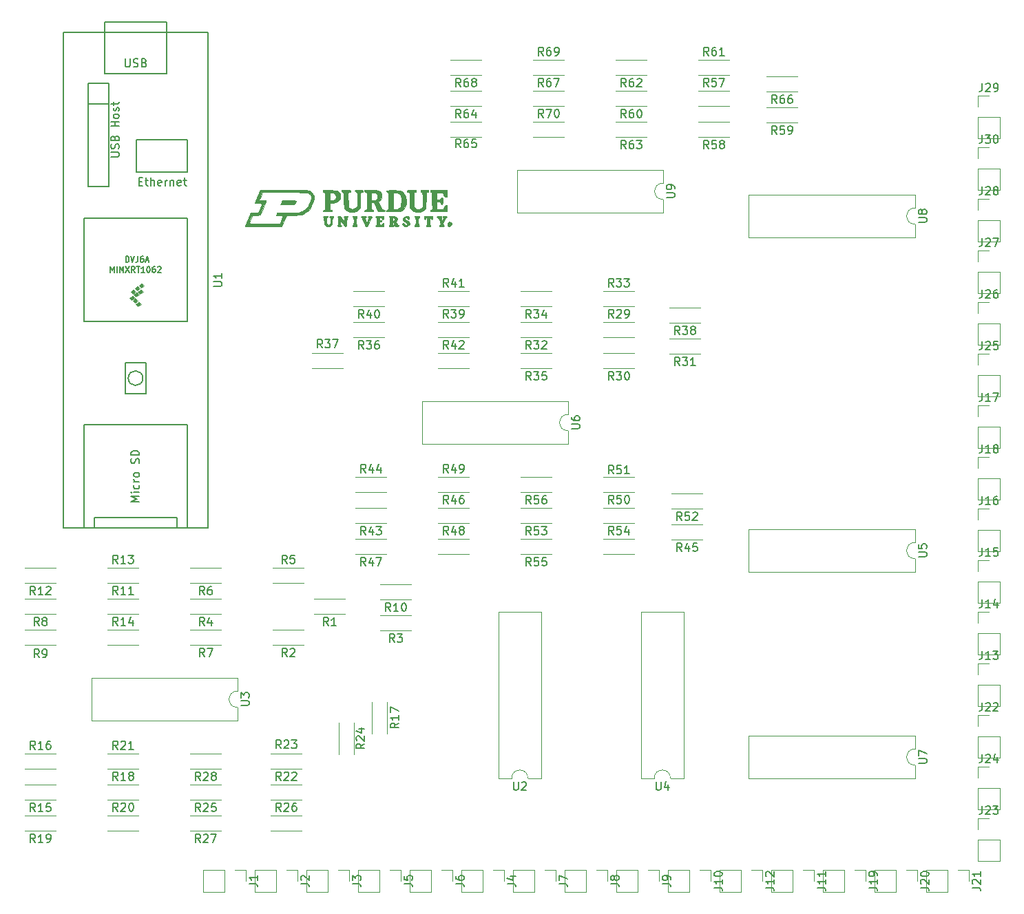
<source format=gbr>
%TF.GenerationSoftware,KiCad,Pcbnew,(5.1.8)-1*%
%TF.CreationDate,2021-02-10T16:30:01-05:00*%
%TF.ProjectId,PNG_PCB,504e475f-5043-4422-9e6b-696361645f70,rev?*%
%TF.SameCoordinates,Original*%
%TF.FileFunction,Legend,Top*%
%TF.FilePolarity,Positive*%
%FSLAX46Y46*%
G04 Gerber Fmt 4.6, Leading zero omitted, Abs format (unit mm)*
G04 Created by KiCad (PCBNEW (5.1.8)-1) date 2021-02-10 16:30:01*
%MOMM*%
%LPD*%
G01*
G04 APERTURE LIST*
%ADD10C,0.010000*%
%ADD11C,0.120000*%
%ADD12C,0.100000*%
%ADD13C,0.150000*%
G04 APERTURE END LIST*
D10*
%TO.C,G\u002A\u002A\u002A*%
G36*
X186006291Y-68963769D02*
G01*
X186029571Y-69063199D01*
X186029600Y-69068820D01*
X186020243Y-69157905D01*
X185982752Y-69161053D01*
X185958340Y-69142899D01*
X185892577Y-69110790D01*
X185860750Y-69149379D01*
X185841181Y-69155176D01*
X185830497Y-69078117D01*
X185830410Y-69075300D01*
X185839624Y-69011800D01*
X185877200Y-69011800D01*
X185902600Y-69037200D01*
X185928000Y-69011800D01*
X185902600Y-68986400D01*
X185877200Y-69011800D01*
X185839624Y-69011800D01*
X185845653Y-68970255D01*
X185911613Y-68936149D01*
X185928000Y-68935600D01*
X186006291Y-68963769D01*
G37*
X186006291Y-68963769D02*
X186029571Y-69063199D01*
X186029600Y-69068820D01*
X186020243Y-69157905D01*
X185982752Y-69161053D01*
X185958340Y-69142899D01*
X185892577Y-69110790D01*
X185860750Y-69149379D01*
X185841181Y-69155176D01*
X185830497Y-69078117D01*
X185830410Y-69075300D01*
X185839624Y-69011800D01*
X185877200Y-69011800D01*
X185902600Y-69037200D01*
X185928000Y-69011800D01*
X185902600Y-68986400D01*
X185877200Y-69011800D01*
X185839624Y-69011800D01*
X185845653Y-68970255D01*
X185911613Y-68936149D01*
X185928000Y-68935600D01*
X186006291Y-68963769D01*
G36*
X166493702Y-66143728D02*
G01*
X166738254Y-66152170D01*
X166904090Y-66170007D01*
X167002625Y-66200324D01*
X167045276Y-66246204D01*
X167043459Y-66310730D01*
X167019432Y-66373983D01*
X166955781Y-66472813D01*
X166858432Y-66546006D01*
X166713657Y-66596920D01*
X166507725Y-66628913D01*
X166226905Y-66645343D01*
X165892422Y-66649600D01*
X165631041Y-66648378D01*
X165410037Y-66645016D01*
X165247209Y-66639968D01*
X165160358Y-66633689D01*
X165150800Y-66630657D01*
X165169577Y-66577383D01*
X165217568Y-66462035D01*
X165254777Y-66376657D01*
X165358754Y-66141600D01*
X166159017Y-66141600D01*
X166493702Y-66143728D01*
G37*
X166493702Y-66143728D02*
X166738254Y-66152170D01*
X166904090Y-66170007D01*
X167002625Y-66200324D01*
X167045276Y-66246204D01*
X167043459Y-66310730D01*
X167019432Y-66373983D01*
X166955781Y-66472813D01*
X166858432Y-66546006D01*
X166713657Y-66596920D01*
X166507725Y-66628913D01*
X166226905Y-66645343D01*
X165892422Y-66649600D01*
X165631041Y-66648378D01*
X165410037Y-66645016D01*
X165247209Y-66639968D01*
X165160358Y-66633689D01*
X165150800Y-66630657D01*
X165169577Y-66577383D01*
X165217568Y-66462035D01*
X165254777Y-66376657D01*
X165358754Y-66141600D01*
X166159017Y-66141600D01*
X166493702Y-66143728D01*
G36*
X185572400Y-65684400D02*
G01*
X185421537Y-65684400D01*
X185327733Y-65674189D01*
X185269199Y-65626567D01*
X185222585Y-65516045D01*
X185200467Y-65443100D01*
X185130261Y-65201800D01*
X184741730Y-65186963D01*
X184353200Y-65172126D01*
X184353200Y-66040000D01*
X184557657Y-66040000D01*
X184697539Y-66029086D01*
X184772874Y-65984349D01*
X184810400Y-65913000D01*
X184887199Y-65809936D01*
X184961542Y-65786000D01*
X185012765Y-65794195D01*
X185043461Y-65832427D01*
X185058812Y-65921166D01*
X185063999Y-66080881D01*
X185064400Y-66192400D01*
X185062326Y-66394785D01*
X185052650Y-66516069D01*
X185030192Y-66576722D01*
X184989768Y-66597216D01*
X184961530Y-66598800D01*
X184875437Y-66563545D01*
X184828201Y-66446505D01*
X184828180Y-66446400D01*
X184800137Y-66351155D01*
X184745528Y-66306948D01*
X184632311Y-66294455D01*
X184575450Y-66294000D01*
X184353200Y-66294000D01*
X184353200Y-67259200D01*
X185157834Y-67259200D01*
X185242200Y-67005200D01*
X185298127Y-66855362D01*
X185351291Y-66779547D01*
X185424064Y-66753335D01*
X185474882Y-66751200D01*
X185623200Y-66751200D01*
X185623200Y-67513200D01*
X184581800Y-67513200D01*
X184231478Y-67512731D01*
X183969861Y-67510534D01*
X183784057Y-67505417D01*
X183661172Y-67496192D01*
X183588312Y-67481668D01*
X183552585Y-67460656D01*
X183541098Y-67431967D01*
X183540400Y-67417107D01*
X183586506Y-67327019D01*
X183668426Y-67288881D01*
X183796453Y-67256748D01*
X183782726Y-66203874D01*
X183777882Y-65851917D01*
X183772749Y-65588468D01*
X183765760Y-65400446D01*
X183755350Y-65274768D01*
X183739950Y-65198351D01*
X183717996Y-65158111D01*
X183687919Y-65140967D01*
X183654700Y-65134766D01*
X183563134Y-65089598D01*
X183540400Y-64995066D01*
X183540400Y-64871600D01*
X185572400Y-64871600D01*
X185572400Y-65684400D01*
G37*
X185572400Y-65684400D02*
X185421537Y-65684400D01*
X185327733Y-65674189D01*
X185269199Y-65626567D01*
X185222585Y-65516045D01*
X185200467Y-65443100D01*
X185130261Y-65201800D01*
X184741730Y-65186963D01*
X184353200Y-65172126D01*
X184353200Y-66040000D01*
X184557657Y-66040000D01*
X184697539Y-66029086D01*
X184772874Y-65984349D01*
X184810400Y-65913000D01*
X184887199Y-65809936D01*
X184961542Y-65786000D01*
X185012765Y-65794195D01*
X185043461Y-65832427D01*
X185058812Y-65921166D01*
X185063999Y-66080881D01*
X185064400Y-66192400D01*
X185062326Y-66394785D01*
X185052650Y-66516069D01*
X185030192Y-66576722D01*
X184989768Y-66597216D01*
X184961530Y-66598800D01*
X184875437Y-66563545D01*
X184828201Y-66446505D01*
X184828180Y-66446400D01*
X184800137Y-66351155D01*
X184745528Y-66306948D01*
X184632311Y-66294455D01*
X184575450Y-66294000D01*
X184353200Y-66294000D01*
X184353200Y-67259200D01*
X185157834Y-67259200D01*
X185242200Y-67005200D01*
X185298127Y-66855362D01*
X185351291Y-66779547D01*
X185424064Y-66753335D01*
X185474882Y-66751200D01*
X185623200Y-66751200D01*
X185623200Y-67513200D01*
X184581800Y-67513200D01*
X184231478Y-67512731D01*
X183969861Y-67510534D01*
X183784057Y-67505417D01*
X183661172Y-67496192D01*
X183588312Y-67481668D01*
X183552585Y-67460656D01*
X183541098Y-67431967D01*
X183540400Y-67417107D01*
X183586506Y-67327019D01*
X183668426Y-67288881D01*
X183796453Y-67256748D01*
X183782726Y-66203874D01*
X183777882Y-65851917D01*
X183772749Y-65588468D01*
X183765760Y-65400446D01*
X183755350Y-65274768D01*
X183739950Y-65198351D01*
X183717996Y-65158111D01*
X183687919Y-65140967D01*
X183654700Y-65134766D01*
X183563134Y-65089598D01*
X183540400Y-64995066D01*
X183540400Y-64871600D01*
X185572400Y-64871600D01*
X185572400Y-65684400D01*
G36*
X179284741Y-64898024D02*
G01*
X179517160Y-64902430D01*
X179685061Y-64912217D01*
X179806982Y-64929385D01*
X179901460Y-64955933D01*
X179987031Y-64993862D01*
X180018221Y-65010149D01*
X180218720Y-65148230D01*
X180365747Y-65329094D01*
X180475109Y-65575622D01*
X180523348Y-65741288D01*
X180577278Y-66088512D01*
X180569287Y-66439149D01*
X180503724Y-66767711D01*
X180384942Y-67048710D01*
X180274075Y-67201708D01*
X180160621Y-67309483D01*
X180035047Y-67389673D01*
X179880734Y-67446117D01*
X179681059Y-67482655D01*
X179419403Y-67503125D01*
X179079145Y-67511366D01*
X178930300Y-67512084D01*
X178620269Y-67511429D01*
X178397849Y-67507598D01*
X178249066Y-67499245D01*
X178159947Y-67485025D01*
X178116518Y-67463593D01*
X178104807Y-67433601D01*
X178104800Y-67432587D01*
X178147735Y-67360434D01*
X178251615Y-67296611D01*
X178257200Y-67294450D01*
X178409600Y-67236925D01*
X178409600Y-65186339D01*
X178381089Y-65176400D01*
X178968400Y-65176400D01*
X178968400Y-67259200D01*
X179209700Y-67259121D01*
X179400612Y-67239302D01*
X179583379Y-67189909D01*
X179628800Y-67170221D01*
X179788771Y-67057724D01*
X179900206Y-66896801D01*
X179968410Y-66673535D01*
X179998685Y-66374010D01*
X180001268Y-66193033D01*
X179983437Y-65837416D01*
X179930112Y-65569503D01*
X179833972Y-65379383D01*
X179687695Y-65257144D01*
X179483960Y-65192875D01*
X179250322Y-65176399D01*
X178968400Y-65176400D01*
X178381089Y-65176400D01*
X178253232Y-65131829D01*
X178137975Y-65068286D01*
X178114402Y-64987159D01*
X178128922Y-64953686D01*
X178167125Y-64929642D01*
X178243558Y-64913495D01*
X178372767Y-64903710D01*
X178569299Y-64898752D01*
X178847702Y-64897088D01*
X178969269Y-64897000D01*
X179284741Y-64898024D01*
G37*
X179284741Y-64898024D02*
X179517160Y-64902430D01*
X179685061Y-64912217D01*
X179806982Y-64929385D01*
X179901460Y-64955933D01*
X179987031Y-64993862D01*
X180018221Y-65010149D01*
X180218720Y-65148230D01*
X180365747Y-65329094D01*
X180475109Y-65575622D01*
X180523348Y-65741288D01*
X180577278Y-66088512D01*
X180569287Y-66439149D01*
X180503724Y-66767711D01*
X180384942Y-67048710D01*
X180274075Y-67201708D01*
X180160621Y-67309483D01*
X180035047Y-67389673D01*
X179880734Y-67446117D01*
X179681059Y-67482655D01*
X179419403Y-67503125D01*
X179079145Y-67511366D01*
X178930300Y-67512084D01*
X178620269Y-67511429D01*
X178397849Y-67507598D01*
X178249066Y-67499245D01*
X178159947Y-67485025D01*
X178116518Y-67463593D01*
X178104807Y-67433601D01*
X178104800Y-67432587D01*
X178147735Y-67360434D01*
X178251615Y-67296611D01*
X178257200Y-67294450D01*
X178409600Y-67236925D01*
X178409600Y-65186339D01*
X178381089Y-65176400D01*
X178968400Y-65176400D01*
X178968400Y-67259200D01*
X179209700Y-67259121D01*
X179400612Y-67239302D01*
X179583379Y-67189909D01*
X179628800Y-67170221D01*
X179788771Y-67057724D01*
X179900206Y-66896801D01*
X179968410Y-66673535D01*
X179998685Y-66374010D01*
X180001268Y-66193033D01*
X179983437Y-65837416D01*
X179930112Y-65569503D01*
X179833972Y-65379383D01*
X179687695Y-65257144D01*
X179483960Y-65192875D01*
X179250322Y-65176399D01*
X178968400Y-65176400D01*
X178381089Y-65176400D01*
X178253232Y-65131829D01*
X178137975Y-65068286D01*
X178114402Y-64987159D01*
X178128922Y-64953686D01*
X178167125Y-64929642D01*
X178243558Y-64913495D01*
X178372767Y-64903710D01*
X178569299Y-64898752D01*
X178847702Y-64897088D01*
X178969269Y-64897000D01*
X179284741Y-64898024D01*
G36*
X176288700Y-64879576D02*
G01*
X176608065Y-64888213D01*
X176843376Y-64899126D01*
X177012179Y-64914392D01*
X177132020Y-64936091D01*
X177220444Y-64966302D01*
X177278479Y-64996864D01*
X177448240Y-65152020D01*
X177552624Y-65357293D01*
X177590980Y-65587532D01*
X177562657Y-65817583D01*
X177467003Y-66022297D01*
X177308943Y-66173073D01*
X177206749Y-66237131D01*
X177150767Y-66272292D01*
X177149130Y-66273328D01*
X177163738Y-66319779D01*
X177215750Y-66437161D01*
X177296239Y-66605982D01*
X177365241Y-66745310D01*
X177480508Y-66966159D01*
X177570781Y-67113132D01*
X177650994Y-67205774D01*
X177736082Y-67263636D01*
X177774811Y-67281414D01*
X177890070Y-67348543D01*
X177949998Y-67420489D01*
X177952400Y-67434407D01*
X177934744Y-67475054D01*
X177869268Y-67499233D01*
X177737203Y-67510683D01*
X177556857Y-67513200D01*
X177161314Y-67513200D01*
X176885600Y-66954400D01*
X176769053Y-66720603D01*
X176684806Y-66563184D01*
X176620910Y-66467058D01*
X176565419Y-66417144D01*
X176506383Y-66398358D01*
X176442942Y-66395599D01*
X176276000Y-66395600D01*
X176276000Y-67251127D01*
X176428400Y-67284600D01*
X176548464Y-67337707D01*
X176580800Y-67415636D01*
X176573445Y-67458390D01*
X176539720Y-67486461D01*
X176462133Y-67502903D01*
X176323194Y-67510770D01*
X176105410Y-67513116D01*
X176022000Y-67513200D01*
X175777124Y-67511915D01*
X175616346Y-67506027D01*
X175522173Y-67492481D01*
X175477115Y-67468223D01*
X175463679Y-67430199D01*
X175463200Y-67415636D01*
X175504965Y-67329600D01*
X175615600Y-67284600D01*
X175768000Y-67251127D01*
X175768000Y-65176400D01*
X176276000Y-65176400D01*
X176276000Y-66141600D01*
X176551712Y-66141600D01*
X176722567Y-66134339D01*
X176829133Y-66103938D01*
X176908208Y-66037469D01*
X176932712Y-66007749D01*
X177013335Y-65845832D01*
X177038000Y-65626749D01*
X177015044Y-65412914D01*
X176937557Y-65274630D01*
X176792607Y-65199826D01*
X176567261Y-65176437D01*
X176555400Y-65176400D01*
X176276000Y-65176400D01*
X175768000Y-65176400D01*
X175768000Y-65173859D01*
X175615600Y-65143379D01*
X175503668Y-65101809D01*
X175464802Y-65021069D01*
X175463200Y-64987029D01*
X175463200Y-64861158D01*
X176288700Y-64879576D01*
G37*
X176288700Y-64879576D02*
X176608065Y-64888213D01*
X176843376Y-64899126D01*
X177012179Y-64914392D01*
X177132020Y-64936091D01*
X177220444Y-64966302D01*
X177278479Y-64996864D01*
X177448240Y-65152020D01*
X177552624Y-65357293D01*
X177590980Y-65587532D01*
X177562657Y-65817583D01*
X177467003Y-66022297D01*
X177308943Y-66173073D01*
X177206749Y-66237131D01*
X177150767Y-66272292D01*
X177149130Y-66273328D01*
X177163738Y-66319779D01*
X177215750Y-66437161D01*
X177296239Y-66605982D01*
X177365241Y-66745310D01*
X177480508Y-66966159D01*
X177570781Y-67113132D01*
X177650994Y-67205774D01*
X177736082Y-67263636D01*
X177774811Y-67281414D01*
X177890070Y-67348543D01*
X177949998Y-67420489D01*
X177952400Y-67434407D01*
X177934744Y-67475054D01*
X177869268Y-67499233D01*
X177737203Y-67510683D01*
X177556857Y-67513200D01*
X177161314Y-67513200D01*
X176885600Y-66954400D01*
X176769053Y-66720603D01*
X176684806Y-66563184D01*
X176620910Y-66467058D01*
X176565419Y-66417144D01*
X176506383Y-66398358D01*
X176442942Y-66395599D01*
X176276000Y-66395600D01*
X176276000Y-67251127D01*
X176428400Y-67284600D01*
X176548464Y-67337707D01*
X176580800Y-67415636D01*
X176573445Y-67458390D01*
X176539720Y-67486461D01*
X176462133Y-67502903D01*
X176323194Y-67510770D01*
X176105410Y-67513116D01*
X176022000Y-67513200D01*
X175777124Y-67511915D01*
X175616346Y-67506027D01*
X175522173Y-67492481D01*
X175477115Y-67468223D01*
X175463679Y-67430199D01*
X175463200Y-67415636D01*
X175504965Y-67329600D01*
X175615600Y-67284600D01*
X175768000Y-67251127D01*
X175768000Y-65176400D01*
X176276000Y-65176400D01*
X176276000Y-66141600D01*
X176551712Y-66141600D01*
X176722567Y-66134339D01*
X176829133Y-66103938D01*
X176908208Y-66037469D01*
X176932712Y-66007749D01*
X177013335Y-65845832D01*
X177038000Y-65626749D01*
X177015044Y-65412914D01*
X176937557Y-65274630D01*
X176792607Y-65199826D01*
X176567261Y-65176437D01*
X176555400Y-65176400D01*
X176276000Y-65176400D01*
X175768000Y-65176400D01*
X175768000Y-65173859D01*
X175615600Y-65143379D01*
X175503668Y-65101809D01*
X175464802Y-65021069D01*
X175463200Y-64987029D01*
X175463200Y-64861158D01*
X176288700Y-64879576D01*
G36*
X171183300Y-64880381D02*
G01*
X171507877Y-64889693D01*
X171748039Y-64902411D01*
X171920959Y-64920443D01*
X172043810Y-64945694D01*
X172133767Y-64980072D01*
X172148021Y-64987502D01*
X172334897Y-65127911D01*
X172444641Y-65312833D01*
X172486814Y-65560344D01*
X172487950Y-65630073D01*
X172451998Y-65925837D01*
X172346013Y-66152317D01*
X172166636Y-66312401D01*
X171910508Y-66408973D01*
X171574268Y-66444920D01*
X171538900Y-66445284D01*
X171196000Y-66446400D01*
X171196000Y-66851832D01*
X171197739Y-67053932D01*
X171207305Y-67176887D01*
X171231214Y-67243145D01*
X171275987Y-67275152D01*
X171323000Y-67289139D01*
X171426820Y-67350029D01*
X171450000Y-67417107D01*
X171441999Y-67460061D01*
X171406101Y-67487931D01*
X171324454Y-67503931D01*
X171179213Y-67511277D01*
X170952528Y-67513183D01*
X170916600Y-67513200D01*
X170678163Y-67511758D01*
X170523461Y-67505291D01*
X170434647Y-67490582D01*
X170393873Y-67464417D01*
X170383289Y-67423579D01*
X170383200Y-67417107D01*
X170429306Y-67327019D01*
X170511226Y-67288881D01*
X170639253Y-67256748D01*
X170625526Y-66203874D01*
X170625019Y-66167000D01*
X171195861Y-66167000D01*
X171475342Y-66149597D01*
X171654925Y-66129027D01*
X171768988Y-66086087D01*
X171853243Y-66007043D01*
X171856411Y-66003046D01*
X171936965Y-65831747D01*
X171958000Y-65630436D01*
X171925813Y-65417373D01*
X171825245Y-65274340D01*
X171650281Y-65196035D01*
X171443149Y-65176400D01*
X171196000Y-65176400D01*
X171195930Y-65671700D01*
X171195861Y-66167000D01*
X170625019Y-66167000D01*
X170620682Y-65851917D01*
X170615549Y-65588468D01*
X170608560Y-65400446D01*
X170598150Y-65274768D01*
X170582750Y-65198351D01*
X170560796Y-65158111D01*
X170530719Y-65140967D01*
X170497500Y-65134766D01*
X170407096Y-65091160D01*
X170383200Y-64990603D01*
X170383200Y-64862673D01*
X171183300Y-64880381D01*
G37*
X171183300Y-64880381D02*
X171507877Y-64889693D01*
X171748039Y-64902411D01*
X171920959Y-64920443D01*
X172043810Y-64945694D01*
X172133767Y-64980072D01*
X172148021Y-64987502D01*
X172334897Y-65127911D01*
X172444641Y-65312833D01*
X172486814Y-65560344D01*
X172487950Y-65630073D01*
X172451998Y-65925837D01*
X172346013Y-66152317D01*
X172166636Y-66312401D01*
X171910508Y-66408973D01*
X171574268Y-66444920D01*
X171538900Y-66445284D01*
X171196000Y-66446400D01*
X171196000Y-66851832D01*
X171197739Y-67053932D01*
X171207305Y-67176887D01*
X171231214Y-67243145D01*
X171275987Y-67275152D01*
X171323000Y-67289139D01*
X171426820Y-67350029D01*
X171450000Y-67417107D01*
X171441999Y-67460061D01*
X171406101Y-67487931D01*
X171324454Y-67503931D01*
X171179213Y-67511277D01*
X170952528Y-67513183D01*
X170916600Y-67513200D01*
X170678163Y-67511758D01*
X170523461Y-67505291D01*
X170434647Y-67490582D01*
X170393873Y-67464417D01*
X170383289Y-67423579D01*
X170383200Y-67417107D01*
X170429306Y-67327019D01*
X170511226Y-67288881D01*
X170639253Y-67256748D01*
X170625526Y-66203874D01*
X170625019Y-66167000D01*
X171195861Y-66167000D01*
X171475342Y-66149597D01*
X171654925Y-66129027D01*
X171768988Y-66086087D01*
X171853243Y-66007043D01*
X171856411Y-66003046D01*
X171936965Y-65831747D01*
X171958000Y-65630436D01*
X171925813Y-65417373D01*
X171825245Y-65274340D01*
X171650281Y-65196035D01*
X171443149Y-65176400D01*
X171196000Y-65176400D01*
X171195930Y-65671700D01*
X171195861Y-66167000D01*
X170625019Y-66167000D01*
X170620682Y-65851917D01*
X170615549Y-65588468D01*
X170608560Y-65400446D01*
X170598150Y-65274768D01*
X170582750Y-65198351D01*
X170560796Y-65158111D01*
X170530719Y-65140967D01*
X170497500Y-65134766D01*
X170407096Y-65091160D01*
X170383200Y-64990603D01*
X170383200Y-64862673D01*
X171183300Y-64880381D01*
G36*
X183078725Y-64873052D02*
G01*
X183220155Y-64880131D01*
X183297782Y-64896917D01*
X183330499Y-64927491D01*
X183337200Y-64975842D01*
X183289394Y-65077277D01*
X183188785Y-65131822D01*
X183040370Y-65183560D01*
X183023685Y-66116201D01*
X183015931Y-66472090D01*
X183004167Y-66742535D01*
X182983959Y-66943691D01*
X182950871Y-67091715D01*
X182900468Y-67202762D01*
X182828315Y-67292986D01*
X182729977Y-67378544D01*
X182663164Y-67429434D01*
X182520758Y-67492631D01*
X182311496Y-67534607D01*
X182068267Y-67553485D01*
X181823957Y-67547382D01*
X181611454Y-67514421D01*
X181543137Y-67493449D01*
X181389137Y-67422286D01*
X181261233Y-67340676D01*
X181245836Y-67327650D01*
X181161826Y-67243044D01*
X181099333Y-67151948D01*
X181055237Y-67038332D01*
X181026416Y-66886165D01*
X181009751Y-66679414D01*
X181002121Y-66402049D01*
X181000400Y-66066652D01*
X181000400Y-65173859D01*
X180848000Y-65143379D01*
X180735273Y-65100905D01*
X180696757Y-65019378D01*
X180695600Y-64992250D01*
X180698959Y-64939572D01*
X180720826Y-64905012D01*
X180778885Y-64884753D01*
X180890821Y-64874975D01*
X181074319Y-64871860D01*
X181254400Y-64871600D01*
X181498793Y-64872698D01*
X181659191Y-64878184D01*
X181753192Y-64891339D01*
X181798392Y-64915445D01*
X181812390Y-64953787D01*
X181813200Y-64975842D01*
X181766685Y-65075855D01*
X181660800Y-65133212D01*
X181508400Y-65186339D01*
X181508400Y-66911415D01*
X181656892Y-67059907D01*
X181767176Y-67152610D01*
X181883302Y-67196591D01*
X182050881Y-67208356D01*
X182067200Y-67208400D01*
X182240414Y-67198479D01*
X182358809Y-67157616D01*
X182468156Y-67069161D01*
X182478718Y-67058696D01*
X182628422Y-66908993D01*
X182614511Y-66029996D01*
X182609094Y-65712339D01*
X182603061Y-65481911D01*
X182594354Y-65324349D01*
X182580916Y-65225293D01*
X182560691Y-65170380D01*
X182531621Y-65145249D01*
X182491650Y-65135538D01*
X182486300Y-65134766D01*
X182394734Y-65089598D01*
X182372000Y-64995066D01*
X182375750Y-64937865D01*
X182399685Y-64901788D01*
X182462833Y-64881969D01*
X182584222Y-64873538D01*
X182782878Y-64871629D01*
X182854600Y-64871600D01*
X183078725Y-64873052D01*
G37*
X183078725Y-64873052D02*
X183220155Y-64880131D01*
X183297782Y-64896917D01*
X183330499Y-64927491D01*
X183337200Y-64975842D01*
X183289394Y-65077277D01*
X183188785Y-65131822D01*
X183040370Y-65183560D01*
X183023685Y-66116201D01*
X183015931Y-66472090D01*
X183004167Y-66742535D01*
X182983959Y-66943691D01*
X182950871Y-67091715D01*
X182900468Y-67202762D01*
X182828315Y-67292986D01*
X182729977Y-67378544D01*
X182663164Y-67429434D01*
X182520758Y-67492631D01*
X182311496Y-67534607D01*
X182068267Y-67553485D01*
X181823957Y-67547382D01*
X181611454Y-67514421D01*
X181543137Y-67493449D01*
X181389137Y-67422286D01*
X181261233Y-67340676D01*
X181245836Y-67327650D01*
X181161826Y-67243044D01*
X181099333Y-67151948D01*
X181055237Y-67038332D01*
X181026416Y-66886165D01*
X181009751Y-66679414D01*
X181002121Y-66402049D01*
X181000400Y-66066652D01*
X181000400Y-65173859D01*
X180848000Y-65143379D01*
X180735273Y-65100905D01*
X180696757Y-65019378D01*
X180695600Y-64992250D01*
X180698959Y-64939572D01*
X180720826Y-64905012D01*
X180778885Y-64884753D01*
X180890821Y-64874975D01*
X181074319Y-64871860D01*
X181254400Y-64871600D01*
X181498793Y-64872698D01*
X181659191Y-64878184D01*
X181753192Y-64891339D01*
X181798392Y-64915445D01*
X181812390Y-64953787D01*
X181813200Y-64975842D01*
X181766685Y-65075855D01*
X181660800Y-65133212D01*
X181508400Y-65186339D01*
X181508400Y-66911415D01*
X181656892Y-67059907D01*
X181767176Y-67152610D01*
X181883302Y-67196591D01*
X182050881Y-67208356D01*
X182067200Y-67208400D01*
X182240414Y-67198479D01*
X182358809Y-67157616D01*
X182468156Y-67069161D01*
X182478718Y-67058696D01*
X182628422Y-66908993D01*
X182614511Y-66029996D01*
X182609094Y-65712339D01*
X182603061Y-65481911D01*
X182594354Y-65324349D01*
X182580916Y-65225293D01*
X182560691Y-65170380D01*
X182531621Y-65145249D01*
X182491650Y-65135538D01*
X182486300Y-65134766D01*
X182394734Y-65089598D01*
X182372000Y-64995066D01*
X182375750Y-64937865D01*
X182399685Y-64901788D01*
X182462833Y-64881969D01*
X182584222Y-64873538D01*
X182782878Y-64871629D01*
X182854600Y-64871600D01*
X183078725Y-64873052D01*
G36*
X175001010Y-64872623D02*
G01*
X175142043Y-64878864D01*
X175219521Y-64895077D01*
X175252466Y-64926019D01*
X175259898Y-64976444D01*
X175260000Y-64992249D01*
X175234826Y-65086526D01*
X175141574Y-65135668D01*
X175107600Y-65143379D01*
X174955200Y-65173859D01*
X174955200Y-66037701D01*
X174951490Y-66425354D01*
X174937981Y-66725995D01*
X174911098Y-66954022D01*
X174867268Y-67123832D01*
X174802918Y-67249824D01*
X174714475Y-67346394D01*
X174612273Y-67419465D01*
X174429058Y-67493084D01*
X174184378Y-67539099D01*
X173915187Y-67555126D01*
X173658440Y-67538778D01*
X173465937Y-67493449D01*
X173293415Y-67418729D01*
X173161220Y-67330164D01*
X173064167Y-67213964D01*
X172997071Y-67056339D01*
X172954747Y-66843499D01*
X172932010Y-66561653D01*
X172923674Y-66197013D01*
X172923200Y-66049992D01*
X172923200Y-65186339D01*
X172770800Y-65133212D01*
X172648288Y-65058688D01*
X172618400Y-64975842D01*
X172624290Y-64930251D01*
X172653695Y-64900329D01*
X172724212Y-64882794D01*
X172853439Y-64874362D01*
X173058973Y-64871750D01*
X173177200Y-64871600D01*
X173421180Y-64872325D01*
X173581245Y-64877046D01*
X173675079Y-64889582D01*
X173720368Y-64913750D01*
X173734794Y-64953368D01*
X173736000Y-64992250D01*
X173711697Y-65085352D01*
X173620844Y-65134633D01*
X173579397Y-65144220D01*
X173422794Y-65175541D01*
X173456600Y-66963369D01*
X173599132Y-67085884D01*
X173778290Y-67183850D01*
X173987100Y-67214879D01*
X174197750Y-67184519D01*
X174382427Y-67098318D01*
X174513317Y-66961823D01*
X174543292Y-66897562D01*
X174563867Y-66787477D01*
X174580898Y-66597272D01*
X174593092Y-66348405D01*
X174599161Y-66062333D01*
X174599600Y-65961188D01*
X174599600Y-65186339D01*
X174447200Y-65133212D01*
X174324688Y-65058688D01*
X174294800Y-64975842D01*
X174301525Y-64927431D01*
X174334297Y-64896881D01*
X174412009Y-64880114D01*
X174553552Y-64873047D01*
X174777400Y-64871600D01*
X175001010Y-64872623D01*
G37*
X175001010Y-64872623D02*
X175142043Y-64878864D01*
X175219521Y-64895077D01*
X175252466Y-64926019D01*
X175259898Y-64976444D01*
X175260000Y-64992249D01*
X175234826Y-65086526D01*
X175141574Y-65135668D01*
X175107600Y-65143379D01*
X174955200Y-65173859D01*
X174955200Y-66037701D01*
X174951490Y-66425354D01*
X174937981Y-66725995D01*
X174911098Y-66954022D01*
X174867268Y-67123832D01*
X174802918Y-67249824D01*
X174714475Y-67346394D01*
X174612273Y-67419465D01*
X174429058Y-67493084D01*
X174184378Y-67539099D01*
X173915187Y-67555126D01*
X173658440Y-67538778D01*
X173465937Y-67493449D01*
X173293415Y-67418729D01*
X173161220Y-67330164D01*
X173064167Y-67213964D01*
X172997071Y-67056339D01*
X172954747Y-66843499D01*
X172932010Y-66561653D01*
X172923674Y-66197013D01*
X172923200Y-66049992D01*
X172923200Y-65186339D01*
X172770800Y-65133212D01*
X172648288Y-65058688D01*
X172618400Y-64975842D01*
X172624290Y-64930251D01*
X172653695Y-64900329D01*
X172724212Y-64882794D01*
X172853439Y-64874362D01*
X173058973Y-64871750D01*
X173177200Y-64871600D01*
X173421180Y-64872325D01*
X173581245Y-64877046D01*
X173675079Y-64889582D01*
X173720368Y-64913750D01*
X173734794Y-64953368D01*
X173736000Y-64992250D01*
X173711697Y-65085352D01*
X173620844Y-65134633D01*
X173579397Y-65144220D01*
X173422794Y-65175541D01*
X173456600Y-66963369D01*
X173599132Y-67085884D01*
X173778290Y-67183850D01*
X173987100Y-67214879D01*
X174197750Y-67184519D01*
X174382427Y-67098318D01*
X174513317Y-66961823D01*
X174543292Y-66897562D01*
X174563867Y-66787477D01*
X174580898Y-66597272D01*
X174593092Y-66348405D01*
X174599161Y-66062333D01*
X174599600Y-65961188D01*
X174599600Y-65186339D01*
X174447200Y-65133212D01*
X174324688Y-65058688D01*
X174294800Y-64975842D01*
X174301525Y-64927431D01*
X174334297Y-64896881D01*
X174412009Y-64880114D01*
X174553552Y-64873047D01*
X174777400Y-64871600D01*
X175001010Y-64872623D01*
G36*
X186069664Y-68837808D02*
G01*
X186157907Y-68946285D01*
X186182000Y-69063348D01*
X186148371Y-69161809D01*
X186069532Y-69261961D01*
X185978558Y-69328093D01*
X185929396Y-69336107D01*
X185862923Y-69319774D01*
X185810815Y-69306426D01*
X185707976Y-69233952D01*
X185657486Y-69106989D01*
X185658299Y-69097595D01*
X185735100Y-69097595D01*
X185785760Y-69179440D01*
X185902372Y-69237230D01*
X186019644Y-69206203D01*
X186083712Y-69132610D01*
X186112646Y-69037440D01*
X186067693Y-68952555D01*
X186040888Y-68924311D01*
X185950139Y-68857154D01*
X185862747Y-68866689D01*
X185832589Y-68881487D01*
X185741490Y-68976799D01*
X185735100Y-69097595D01*
X185658299Y-69097595D01*
X185669897Y-68963653D01*
X185699221Y-68903343D01*
X185810927Y-68806595D01*
X185944206Y-68787997D01*
X186069664Y-68837808D01*
G37*
X186069664Y-68837808D02*
X186157907Y-68946285D01*
X186182000Y-69063348D01*
X186148371Y-69161809D01*
X186069532Y-69261961D01*
X185978558Y-69328093D01*
X185929396Y-69336107D01*
X185862923Y-69319774D01*
X185810815Y-69306426D01*
X185707976Y-69233952D01*
X185657486Y-69106989D01*
X185658299Y-69097595D01*
X185735100Y-69097595D01*
X185785760Y-69179440D01*
X185902372Y-69237230D01*
X186019644Y-69206203D01*
X186083712Y-69132610D01*
X186112646Y-69037440D01*
X186067693Y-68952555D01*
X186040888Y-68924311D01*
X185950139Y-68857154D01*
X185862747Y-68866689D01*
X185832589Y-68881487D01*
X185741490Y-68976799D01*
X185735100Y-69097595D01*
X185658299Y-69097595D01*
X185669897Y-68963653D01*
X185699221Y-68903343D01*
X185810927Y-68806595D01*
X185944206Y-68787997D01*
X186069664Y-68837808D01*
G36*
X185500891Y-68083825D02*
G01*
X185567556Y-68121741D01*
X185572400Y-68142764D01*
X185531905Y-68223475D01*
X185506165Y-68238946D01*
X185440759Y-68301253D01*
X185355665Y-68429826D01*
X185265768Y-68595392D01*
X185185954Y-68768681D01*
X185131105Y-68920419D01*
X185115200Y-69007805D01*
X185141041Y-69118214D01*
X185191400Y-69171229D01*
X185258914Y-69235191D01*
X185267600Y-69271235D01*
X185222949Y-69310937D01*
X185111551Y-69335489D01*
X184967232Y-69344128D01*
X184823821Y-69336089D01*
X184715146Y-69310610D01*
X184679265Y-69284510D01*
X184686411Y-69216610D01*
X184727067Y-69180386D01*
X184790630Y-69094170D01*
X184810400Y-68977359D01*
X184785521Y-68853276D01*
X184721571Y-68689132D01*
X184634573Y-68515445D01*
X184540555Y-68362734D01*
X184455542Y-68261516D01*
X184423454Y-68240488D01*
X184359756Y-68175045D01*
X184353200Y-68142764D01*
X184382408Y-68100740D01*
X184480750Y-68078398D01*
X184658000Y-68072000D01*
X184837946Y-68078545D01*
X184933901Y-68100846D01*
X184962790Y-68142899D01*
X184962800Y-68143966D01*
X184924839Y-68222633D01*
X184899300Y-68237367D01*
X184869115Y-68276200D01*
X184890854Y-68368431D01*
X184929739Y-68457091D01*
X185023678Y-68655382D01*
X185117175Y-68477991D01*
X185173420Y-68359069D01*
X185178719Y-68292155D01*
X185135295Y-68242682D01*
X185132449Y-68240479D01*
X185078005Y-68167110D01*
X185116195Y-68110637D01*
X185238571Y-68077702D01*
X185346798Y-68072000D01*
X185500891Y-68083825D01*
G37*
X185500891Y-68083825D02*
X185567556Y-68121741D01*
X185572400Y-68142764D01*
X185531905Y-68223475D01*
X185506165Y-68238946D01*
X185440759Y-68301253D01*
X185355665Y-68429826D01*
X185265768Y-68595392D01*
X185185954Y-68768681D01*
X185131105Y-68920419D01*
X185115200Y-69007805D01*
X185141041Y-69118214D01*
X185191400Y-69171229D01*
X185258914Y-69235191D01*
X185267600Y-69271235D01*
X185222949Y-69310937D01*
X185111551Y-69335489D01*
X184967232Y-69344128D01*
X184823821Y-69336089D01*
X184715146Y-69310610D01*
X184679265Y-69284510D01*
X184686411Y-69216610D01*
X184727067Y-69180386D01*
X184790630Y-69094170D01*
X184810400Y-68977359D01*
X184785521Y-68853276D01*
X184721571Y-68689132D01*
X184634573Y-68515445D01*
X184540555Y-68362734D01*
X184455542Y-68261516D01*
X184423454Y-68240488D01*
X184359756Y-68175045D01*
X184353200Y-68142764D01*
X184382408Y-68100740D01*
X184480750Y-68078398D01*
X184658000Y-68072000D01*
X184837946Y-68078545D01*
X184933901Y-68100846D01*
X184962790Y-68142899D01*
X184962800Y-68143966D01*
X184924839Y-68222633D01*
X184899300Y-68237367D01*
X184869115Y-68276200D01*
X184890854Y-68368431D01*
X184929739Y-68457091D01*
X185023678Y-68655382D01*
X185117175Y-68477991D01*
X185173420Y-68359069D01*
X185178719Y-68292155D01*
X185135295Y-68242682D01*
X185132449Y-68240479D01*
X185078005Y-68167110D01*
X185116195Y-68110637D01*
X185238571Y-68077702D01*
X185346798Y-68072000D01*
X185500891Y-68083825D01*
G36*
X183845200Y-68275200D02*
G01*
X183825114Y-68412434D01*
X183776561Y-68480082D01*
X183717093Y-68468111D01*
X183667400Y-68376800D01*
X183610949Y-68294424D01*
X183562376Y-68275200D01*
X183525522Y-68296510D01*
X183503026Y-68371653D01*
X183492032Y-68517440D01*
X183489600Y-68704001D01*
X183495242Y-68903302D01*
X183510274Y-69061484D01*
X183531856Y-69152811D01*
X183540400Y-69164200D01*
X183587142Y-69237701D01*
X183591200Y-69268798D01*
X183563009Y-69313479D01*
X183466836Y-69336329D01*
X183311800Y-69342000D01*
X183139159Y-69334082D01*
X183051597Y-69307715D01*
X183032400Y-69271235D01*
X183073376Y-69192811D01*
X183108600Y-69171229D01*
X183147599Y-69133119D01*
X183171276Y-69043308D01*
X183182609Y-68883710D01*
X183184800Y-68708594D01*
X183182697Y-68497590D01*
X183173496Y-68368499D01*
X183152860Y-68301675D01*
X183116451Y-68277468D01*
X183089124Y-68275200D01*
X182999733Y-68318106D01*
X182966880Y-68376800D01*
X182911293Y-68459419D01*
X182859355Y-68478400D01*
X182804165Y-68449847D01*
X182780714Y-68350907D01*
X182778400Y-68275200D01*
X182778400Y-68072000D01*
X183845200Y-68072000D01*
X183845200Y-68275200D01*
G37*
X183845200Y-68275200D02*
X183825114Y-68412434D01*
X183776561Y-68480082D01*
X183717093Y-68468111D01*
X183667400Y-68376800D01*
X183610949Y-68294424D01*
X183562376Y-68275200D01*
X183525522Y-68296510D01*
X183503026Y-68371653D01*
X183492032Y-68517440D01*
X183489600Y-68704001D01*
X183495242Y-68903302D01*
X183510274Y-69061484D01*
X183531856Y-69152811D01*
X183540400Y-69164200D01*
X183587142Y-69237701D01*
X183591200Y-69268798D01*
X183563009Y-69313479D01*
X183466836Y-69336329D01*
X183311800Y-69342000D01*
X183139159Y-69334082D01*
X183051597Y-69307715D01*
X183032400Y-69271235D01*
X183073376Y-69192811D01*
X183108600Y-69171229D01*
X183147599Y-69133119D01*
X183171276Y-69043308D01*
X183182609Y-68883710D01*
X183184800Y-68708594D01*
X183182697Y-68497590D01*
X183173496Y-68368499D01*
X183152860Y-68301675D01*
X183116451Y-68277468D01*
X183089124Y-68275200D01*
X182999733Y-68318106D01*
X182966880Y-68376800D01*
X182911293Y-68459419D01*
X182859355Y-68478400D01*
X182804165Y-68449847D01*
X182780714Y-68350907D01*
X182778400Y-68275200D01*
X182778400Y-68072000D01*
X183845200Y-68072000D01*
X183845200Y-68275200D01*
G36*
X182091783Y-68077852D02*
G01*
X182186805Y-68098597D01*
X182218998Y-68139018D01*
X182219600Y-68148200D01*
X182178936Y-68215549D01*
X182143400Y-68224400D01*
X182102002Y-68270279D01*
X182074439Y-68390182D01*
X182060514Y-68557507D01*
X182060027Y-68745651D01*
X182072781Y-68928012D01*
X182098576Y-69077988D01*
X182137214Y-69168976D01*
X182150532Y-69180386D01*
X182211478Y-69239996D01*
X182181900Y-69291310D01*
X182072860Y-69327559D01*
X181895423Y-69341973D01*
X181886401Y-69342000D01*
X181714765Y-69333925D01*
X181628264Y-69307079D01*
X181610000Y-69271235D01*
X181650976Y-69192811D01*
X181686200Y-69171229D01*
X181725132Y-69133216D01*
X181748798Y-69043627D01*
X181760163Y-68884397D01*
X181762400Y-68707000D01*
X181758358Y-68483204D01*
X181744255Y-68342694D01*
X181717125Y-68267402D01*
X181686200Y-68242770D01*
X181618685Y-68178808D01*
X181610000Y-68142764D01*
X181639208Y-68100740D01*
X181737550Y-68078398D01*
X181914800Y-68072000D01*
X182091783Y-68077852D01*
G37*
X182091783Y-68077852D02*
X182186805Y-68098597D01*
X182218998Y-68139018D01*
X182219600Y-68148200D01*
X182178936Y-68215549D01*
X182143400Y-68224400D01*
X182102002Y-68270279D01*
X182074439Y-68390182D01*
X182060514Y-68557507D01*
X182060027Y-68745651D01*
X182072781Y-68928012D01*
X182098576Y-69077988D01*
X182137214Y-69168976D01*
X182150532Y-69180386D01*
X182211478Y-69239996D01*
X182181900Y-69291310D01*
X182072860Y-69327559D01*
X181895423Y-69341973D01*
X181886401Y-69342000D01*
X181714765Y-69333925D01*
X181628264Y-69307079D01*
X181610000Y-69271235D01*
X181650976Y-69192811D01*
X181686200Y-69171229D01*
X181725132Y-69133216D01*
X181748798Y-69043627D01*
X181760163Y-68884397D01*
X181762400Y-68707000D01*
X181758358Y-68483204D01*
X181744255Y-68342694D01*
X181717125Y-68267402D01*
X181686200Y-68242770D01*
X181618685Y-68178808D01*
X181610000Y-68142764D01*
X181639208Y-68100740D01*
X181737550Y-68078398D01*
X181914800Y-68072000D01*
X182091783Y-68077852D01*
G36*
X180869245Y-68102835D02*
G01*
X180926834Y-68166520D01*
X180951864Y-68274477D01*
X180944397Y-68387120D01*
X180904497Y-68464861D01*
X180868644Y-68478400D01*
X180790645Y-68435917D01*
X180762347Y-68381496D01*
X180698540Y-68296384D01*
X180590421Y-68245681D01*
X180488672Y-68252343D01*
X180483584Y-68255248D01*
X180432377Y-68332157D01*
X180460544Y-68429335D01*
X180556244Y-68522304D01*
X180632100Y-68562251D01*
X180779082Y-68633397D01*
X180896695Y-68707719D01*
X180911500Y-68719932D01*
X180983820Y-68844299D01*
X180995589Y-69004305D01*
X180947784Y-69154739D01*
X180900861Y-69213134D01*
X180770337Y-69280754D01*
X180586466Y-69319411D01*
X180394765Y-69323558D01*
X180251100Y-69292332D01*
X180169310Y-69219833D01*
X180131626Y-69113934D01*
X180139650Y-69010092D01*
X180194985Y-68943764D01*
X180234976Y-68935600D01*
X180329737Y-68978003D01*
X180363659Y-69031715D01*
X180436288Y-69122759D01*
X180551705Y-69162553D01*
X180663169Y-69138102D01*
X180684465Y-69120905D01*
X180728782Y-69026805D01*
X180674858Y-68929316D01*
X180521392Y-68826652D01*
X180441691Y-68788158D01*
X180255168Y-68679984D01*
X180160203Y-68558089D01*
X180146771Y-68406924D01*
X180158348Y-68348657D01*
X180236949Y-68225235D01*
X180384634Y-68131612D01*
X180570717Y-68078399D01*
X180764513Y-68076207D01*
X180869245Y-68102835D01*
G37*
X180869245Y-68102835D02*
X180926834Y-68166520D01*
X180951864Y-68274477D01*
X180944397Y-68387120D01*
X180904497Y-68464861D01*
X180868644Y-68478400D01*
X180790645Y-68435917D01*
X180762347Y-68381496D01*
X180698540Y-68296384D01*
X180590421Y-68245681D01*
X180488672Y-68252343D01*
X180483584Y-68255248D01*
X180432377Y-68332157D01*
X180460544Y-68429335D01*
X180556244Y-68522304D01*
X180632100Y-68562251D01*
X180779082Y-68633397D01*
X180896695Y-68707719D01*
X180911500Y-68719932D01*
X180983820Y-68844299D01*
X180995589Y-69004305D01*
X180947784Y-69154739D01*
X180900861Y-69213134D01*
X180770337Y-69280754D01*
X180586466Y-69319411D01*
X180394765Y-69323558D01*
X180251100Y-69292332D01*
X180169310Y-69219833D01*
X180131626Y-69113934D01*
X180139650Y-69010092D01*
X180194985Y-68943764D01*
X180234976Y-68935600D01*
X180329737Y-68978003D01*
X180363659Y-69031715D01*
X180436288Y-69122759D01*
X180551705Y-69162553D01*
X180663169Y-69138102D01*
X180684465Y-69120905D01*
X180728782Y-69026805D01*
X180674858Y-68929316D01*
X180521392Y-68826652D01*
X180441691Y-68788158D01*
X180255168Y-68679984D01*
X180160203Y-68558089D01*
X180146771Y-68406924D01*
X180158348Y-68348657D01*
X180236949Y-68225235D01*
X180384634Y-68131612D01*
X180570717Y-68078399D01*
X180764513Y-68076207D01*
X180869245Y-68102835D01*
G36*
X178974116Y-68074489D02*
G01*
X179148907Y-68091469D01*
X179287438Y-68122407D01*
X179324000Y-68137416D01*
X179423536Y-68238279D01*
X179471358Y-68390238D01*
X179462438Y-68554153D01*
X179394684Y-68687694D01*
X179340275Y-68760602D01*
X179336412Y-68831612D01*
X179382083Y-68944410D01*
X179388429Y-68957769D01*
X179469774Y-69080913D01*
X179562103Y-69158119D01*
X179575107Y-69163282D01*
X179673070Y-69216916D01*
X179681260Y-69274809D01*
X179609593Y-69321605D01*
X179467985Y-69341952D01*
X179459683Y-69342000D01*
X179331289Y-69336905D01*
X179251540Y-69306362D01*
X179189898Y-69227481D01*
X179120800Y-69088000D01*
X179048352Y-68948255D01*
X178987117Y-68855999D01*
X178959716Y-68834000D01*
X178924252Y-68875330D01*
X178918274Y-68972642D01*
X178938004Y-69085916D01*
X178979664Y-69175132D01*
X178993240Y-69189135D01*
X179047622Y-69262945D01*
X179003624Y-69312594D01*
X178861108Y-69338165D01*
X178736801Y-69342000D01*
X178565165Y-69333925D01*
X178478664Y-69307079D01*
X178460400Y-69271235D01*
X178501376Y-69192811D01*
X178536600Y-69171229D01*
X178575532Y-69133216D01*
X178599198Y-69043627D01*
X178610563Y-68884397D01*
X178612800Y-68707000D01*
X178608758Y-68483204D01*
X178607922Y-68474866D01*
X178917600Y-68474866D01*
X178937748Y-68623536D01*
X178993123Y-68684263D01*
X179076121Y-68652000D01*
X179118479Y-68608196D01*
X179166971Y-68491123D01*
X179147215Y-68373679D01*
X179069731Y-68295207D01*
X179031900Y-68284366D01*
X178958893Y-68285188D01*
X178925949Y-68332647D01*
X178917668Y-68452411D01*
X178917600Y-68474866D01*
X178607922Y-68474866D01*
X178594655Y-68342694D01*
X178567525Y-68267402D01*
X178536600Y-68242770D01*
X178469085Y-68178808D01*
X178460400Y-68142764D01*
X178506208Y-68105606D01*
X178625365Y-68081728D01*
X178790468Y-68071299D01*
X178974116Y-68074489D01*
G37*
X178974116Y-68074489D02*
X179148907Y-68091469D01*
X179287438Y-68122407D01*
X179324000Y-68137416D01*
X179423536Y-68238279D01*
X179471358Y-68390238D01*
X179462438Y-68554153D01*
X179394684Y-68687694D01*
X179340275Y-68760602D01*
X179336412Y-68831612D01*
X179382083Y-68944410D01*
X179388429Y-68957769D01*
X179469774Y-69080913D01*
X179562103Y-69158119D01*
X179575107Y-69163282D01*
X179673070Y-69216916D01*
X179681260Y-69274809D01*
X179609593Y-69321605D01*
X179467985Y-69341952D01*
X179459683Y-69342000D01*
X179331289Y-69336905D01*
X179251540Y-69306362D01*
X179189898Y-69227481D01*
X179120800Y-69088000D01*
X179048352Y-68948255D01*
X178987117Y-68855999D01*
X178959716Y-68834000D01*
X178924252Y-68875330D01*
X178918274Y-68972642D01*
X178938004Y-69085916D01*
X178979664Y-69175132D01*
X178993240Y-69189135D01*
X179047622Y-69262945D01*
X179003624Y-69312594D01*
X178861108Y-69338165D01*
X178736801Y-69342000D01*
X178565165Y-69333925D01*
X178478664Y-69307079D01*
X178460400Y-69271235D01*
X178501376Y-69192811D01*
X178536600Y-69171229D01*
X178575532Y-69133216D01*
X178599198Y-69043627D01*
X178610563Y-68884397D01*
X178612800Y-68707000D01*
X178608758Y-68483204D01*
X178607922Y-68474866D01*
X178917600Y-68474866D01*
X178937748Y-68623536D01*
X178993123Y-68684263D01*
X179076121Y-68652000D01*
X179118479Y-68608196D01*
X179166971Y-68491123D01*
X179147215Y-68373679D01*
X179069731Y-68295207D01*
X179031900Y-68284366D01*
X178958893Y-68285188D01*
X178925949Y-68332647D01*
X178917668Y-68452411D01*
X178917600Y-68474866D01*
X178607922Y-68474866D01*
X178594655Y-68342694D01*
X178567525Y-68267402D01*
X178536600Y-68242770D01*
X178469085Y-68178808D01*
X178460400Y-68142764D01*
X178506208Y-68105606D01*
X178625365Y-68081728D01*
X178790468Y-68071299D01*
X178974116Y-68074489D01*
G36*
X177800000Y-68275200D02*
G01*
X177779914Y-68412434D01*
X177731361Y-68480082D01*
X177671893Y-68468111D01*
X177622200Y-68376800D01*
X177555451Y-68295744D01*
X177440976Y-68275200D01*
X177335372Y-68288187D01*
X177296466Y-68348667D01*
X177292000Y-68427600D01*
X177304587Y-68535544D01*
X177363963Y-68575331D01*
X177444400Y-68580000D01*
X177555952Y-68595966D01*
X177595227Y-68655373D01*
X177596800Y-68681600D01*
X177572850Y-68755968D01*
X177483740Y-68782151D01*
X177444400Y-68783200D01*
X177342008Y-68793111D01*
X177300011Y-68843385D01*
X177292000Y-68961000D01*
X177300357Y-69080379D01*
X177343639Y-69129345D01*
X177449155Y-69138800D01*
X177575140Y-69116577D01*
X177631843Y-69041019D01*
X177632880Y-69037200D01*
X177697216Y-68952948D01*
X177758191Y-68935600D01*
X177822440Y-68951756D01*
X177845048Y-69018414D01*
X177841166Y-69126100D01*
X177825400Y-69316600D01*
X177330100Y-69331139D01*
X177095987Y-69335373D01*
X176946645Y-69330224D01*
X176865518Y-69313752D01*
X176836049Y-69284014D01*
X176834800Y-69273074D01*
X176875809Y-69192992D01*
X176911000Y-69171229D01*
X176949932Y-69133216D01*
X176973598Y-69043627D01*
X176984963Y-68884397D01*
X176987200Y-68707000D01*
X176983158Y-68483204D01*
X176969055Y-68342694D01*
X176941925Y-68267402D01*
X176911000Y-68242770D01*
X176843485Y-68178808D01*
X176834800Y-68142764D01*
X176856604Y-68108496D01*
X176932447Y-68086808D01*
X177077971Y-68075408D01*
X177308817Y-68072002D01*
X177317400Y-68072000D01*
X177800000Y-68072000D01*
X177800000Y-68275200D01*
G37*
X177800000Y-68275200D02*
X177779914Y-68412434D01*
X177731361Y-68480082D01*
X177671893Y-68468111D01*
X177622200Y-68376800D01*
X177555451Y-68295744D01*
X177440976Y-68275200D01*
X177335372Y-68288187D01*
X177296466Y-68348667D01*
X177292000Y-68427600D01*
X177304587Y-68535544D01*
X177363963Y-68575331D01*
X177444400Y-68580000D01*
X177555952Y-68595966D01*
X177595227Y-68655373D01*
X177596800Y-68681600D01*
X177572850Y-68755968D01*
X177483740Y-68782151D01*
X177444400Y-68783200D01*
X177342008Y-68793111D01*
X177300011Y-68843385D01*
X177292000Y-68961000D01*
X177300357Y-69080379D01*
X177343639Y-69129345D01*
X177449155Y-69138800D01*
X177575140Y-69116577D01*
X177631843Y-69041019D01*
X177632880Y-69037200D01*
X177697216Y-68952948D01*
X177758191Y-68935600D01*
X177822440Y-68951756D01*
X177845048Y-69018414D01*
X177841166Y-69126100D01*
X177825400Y-69316600D01*
X177330100Y-69331139D01*
X177095987Y-69335373D01*
X176946645Y-69330224D01*
X176865518Y-69313752D01*
X176836049Y-69284014D01*
X176834800Y-69273074D01*
X176875809Y-69192992D01*
X176911000Y-69171229D01*
X176949932Y-69133216D01*
X176973598Y-69043627D01*
X176984963Y-68884397D01*
X176987200Y-68707000D01*
X176983158Y-68483204D01*
X176969055Y-68342694D01*
X176941925Y-68267402D01*
X176911000Y-68242770D01*
X176843485Y-68178808D01*
X176834800Y-68142764D01*
X176856604Y-68108496D01*
X176932447Y-68086808D01*
X177077971Y-68075408D01*
X177308817Y-68072002D01*
X177317400Y-68072000D01*
X177800000Y-68072000D01*
X177800000Y-68275200D01*
G36*
X176306091Y-68083825D02*
G01*
X176372756Y-68121741D01*
X176377600Y-68142764D01*
X176337022Y-68223120D01*
X176309835Y-68239533D01*
X176266454Y-68295429D01*
X176200540Y-68427170D01*
X176121560Y-68614172D01*
X176050309Y-68803768D01*
X175965460Y-69037632D01*
X175903089Y-69191792D01*
X175853016Y-69282755D01*
X175805061Y-69327026D01*
X175749047Y-69341111D01*
X175718387Y-69342000D01*
X175655371Y-69336130D01*
X175605024Y-69307511D01*
X175557158Y-69239631D01*
X175501584Y-69115973D01*
X175428115Y-68920025D01*
X175386654Y-68804296D01*
X175303912Y-68586228D01*
X175225882Y-68405644D01*
X175162095Y-68283170D01*
X175125940Y-68240061D01*
X175062980Y-68174297D01*
X175056800Y-68142764D01*
X175086008Y-68100740D01*
X175184350Y-68078398D01*
X175361600Y-68072000D01*
X175542606Y-68078781D01*
X175638840Y-68101613D01*
X175666400Y-68142764D01*
X175625487Y-68221525D01*
X175591689Y-68242199D01*
X175556896Y-68268569D01*
X175548730Y-68322622D01*
X175570848Y-68420750D01*
X175626906Y-68579344D01*
X175718041Y-68808600D01*
X175780016Y-68961000D01*
X175895231Y-68630800D01*
X175954216Y-68452151D01*
X175978089Y-68343336D01*
X175969347Y-68279806D01*
X175934936Y-68240479D01*
X175882648Y-68166359D01*
X175922973Y-68109787D01*
X176047523Y-68077273D01*
X176151998Y-68072000D01*
X176306091Y-68083825D01*
G37*
X176306091Y-68083825D02*
X176372756Y-68121741D01*
X176377600Y-68142764D01*
X176337022Y-68223120D01*
X176309835Y-68239533D01*
X176266454Y-68295429D01*
X176200540Y-68427170D01*
X176121560Y-68614172D01*
X176050309Y-68803768D01*
X175965460Y-69037632D01*
X175903089Y-69191792D01*
X175853016Y-69282755D01*
X175805061Y-69327026D01*
X175749047Y-69341111D01*
X175718387Y-69342000D01*
X175655371Y-69336130D01*
X175605024Y-69307511D01*
X175557158Y-69239631D01*
X175501584Y-69115973D01*
X175428115Y-68920025D01*
X175386654Y-68804296D01*
X175303912Y-68586228D01*
X175225882Y-68405644D01*
X175162095Y-68283170D01*
X175125940Y-68240061D01*
X175062980Y-68174297D01*
X175056800Y-68142764D01*
X175086008Y-68100740D01*
X175184350Y-68078398D01*
X175361600Y-68072000D01*
X175542606Y-68078781D01*
X175638840Y-68101613D01*
X175666400Y-68142764D01*
X175625487Y-68221525D01*
X175591689Y-68242199D01*
X175556896Y-68268569D01*
X175548730Y-68322622D01*
X175570848Y-68420750D01*
X175626906Y-68579344D01*
X175718041Y-68808600D01*
X175780016Y-68961000D01*
X175895231Y-68630800D01*
X175954216Y-68452151D01*
X175978089Y-68343336D01*
X175969347Y-68279806D01*
X175934936Y-68240479D01*
X175882648Y-68166359D01*
X175922973Y-68109787D01*
X176047523Y-68077273D01*
X176151998Y-68072000D01*
X176306091Y-68083825D01*
G36*
X174437894Y-68078841D02*
G01*
X174524643Y-68102845D01*
X174548800Y-68148200D01*
X174521369Y-68215803D01*
X174498000Y-68224400D01*
X174473612Y-68272333D01*
X174456231Y-68404924D01*
X174447735Y-68605361D01*
X174447200Y-68678601D01*
X174452534Y-68883912D01*
X174466804Y-69048554D01*
X174487405Y-69147649D01*
X174498000Y-69164200D01*
X174544742Y-69237701D01*
X174548800Y-69268798D01*
X174520609Y-69313479D01*
X174424436Y-69336329D01*
X174269400Y-69342000D01*
X174101807Y-69335409D01*
X174015305Y-69311950D01*
X173990020Y-69266088D01*
X173990000Y-69264205D01*
X174031098Y-69179442D01*
X174066200Y-69157170D01*
X174105433Y-69118725D01*
X174129147Y-69028138D01*
X174140364Y-68867266D01*
X174142400Y-68699970D01*
X174138235Y-68478026D01*
X174123726Y-68339277D01*
X174095848Y-68265582D01*
X174066200Y-68242770D01*
X173998685Y-68178808D01*
X173990000Y-68142764D01*
X174021261Y-68099039D01*
X174125366Y-68076862D01*
X174269400Y-68072000D01*
X174437894Y-68078841D01*
G37*
X174437894Y-68078841D02*
X174524643Y-68102845D01*
X174548800Y-68148200D01*
X174521369Y-68215803D01*
X174498000Y-68224400D01*
X174473612Y-68272333D01*
X174456231Y-68404924D01*
X174447735Y-68605361D01*
X174447200Y-68678601D01*
X174452534Y-68883912D01*
X174466804Y-69048554D01*
X174487405Y-69147649D01*
X174498000Y-69164200D01*
X174544742Y-69237701D01*
X174548800Y-69268798D01*
X174520609Y-69313479D01*
X174424436Y-69336329D01*
X174269400Y-69342000D01*
X174101807Y-69335409D01*
X174015305Y-69311950D01*
X173990020Y-69266088D01*
X173990000Y-69264205D01*
X174031098Y-69179442D01*
X174066200Y-69157170D01*
X174105433Y-69118725D01*
X174129147Y-69028138D01*
X174140364Y-68867266D01*
X174142400Y-68699970D01*
X174138235Y-68478026D01*
X174123726Y-68339277D01*
X174095848Y-68265582D01*
X174066200Y-68242770D01*
X173998685Y-68178808D01*
X173990000Y-68142764D01*
X174021261Y-68099039D01*
X174125366Y-68076862D01*
X174269400Y-68072000D01*
X174437894Y-68078841D01*
G36*
X173302473Y-68081972D02*
G01*
X173371104Y-68115880D01*
X173380400Y-68148200D01*
X173353880Y-68215816D01*
X173331318Y-68224400D01*
X173309573Y-68271988D01*
X173290021Y-68401905D01*
X173274906Y-68594879D01*
X173267818Y-68769897D01*
X173255620Y-69049838D01*
X173231131Y-69231733D01*
X173186337Y-69319048D01*
X173113220Y-69315247D01*
X173003766Y-69223795D01*
X172849957Y-69048158D01*
X172791055Y-68975969D01*
X172491400Y-68605400D01*
X172475466Y-68857717D01*
X172476243Y-69035395D01*
X172509830Y-69138434D01*
X172538966Y-69168117D01*
X172615149Y-69248762D01*
X172594270Y-69305720D01*
X172478574Y-69336754D01*
X172364400Y-69342000D01*
X172200370Y-69332566D01*
X172122121Y-69301611D01*
X172110400Y-69271235D01*
X172151376Y-69192811D01*
X172186600Y-69171229D01*
X172225532Y-69133216D01*
X172249198Y-69043627D01*
X172260563Y-68884397D01*
X172262800Y-68707000D01*
X172258758Y-68483204D01*
X172244655Y-68342694D01*
X172217525Y-68267402D01*
X172186600Y-68242770D01*
X172110492Y-68185967D01*
X172120059Y-68124659D01*
X172202884Y-68080803D01*
X172283185Y-68072000D01*
X172373677Y-68080336D01*
X172452390Y-68116039D01*
X172539303Y-68195150D01*
X172654395Y-68333711D01*
X172727685Y-68428897D01*
X172999400Y-68785795D01*
X173015159Y-68518817D01*
X173014978Y-68355380D01*
X172994721Y-68253904D01*
X172977059Y-68233886D01*
X172927839Y-68174652D01*
X172923200Y-68143966D01*
X172958546Y-68095490D01*
X173073713Y-68074010D01*
X173151800Y-68072000D01*
X173302473Y-68081972D01*
G37*
X173302473Y-68081972D02*
X173371104Y-68115880D01*
X173380400Y-68148200D01*
X173353880Y-68215816D01*
X173331318Y-68224400D01*
X173309573Y-68271988D01*
X173290021Y-68401905D01*
X173274906Y-68594879D01*
X173267818Y-68769897D01*
X173255620Y-69049838D01*
X173231131Y-69231733D01*
X173186337Y-69319048D01*
X173113220Y-69315247D01*
X173003766Y-69223795D01*
X172849957Y-69048158D01*
X172791055Y-68975969D01*
X172491400Y-68605400D01*
X172475466Y-68857717D01*
X172476243Y-69035395D01*
X172509830Y-69138434D01*
X172538966Y-69168117D01*
X172615149Y-69248762D01*
X172594270Y-69305720D01*
X172478574Y-69336754D01*
X172364400Y-69342000D01*
X172200370Y-69332566D01*
X172122121Y-69301611D01*
X172110400Y-69271235D01*
X172151376Y-69192811D01*
X172186600Y-69171229D01*
X172225532Y-69133216D01*
X172249198Y-69043627D01*
X172260563Y-68884397D01*
X172262800Y-68707000D01*
X172258758Y-68483204D01*
X172244655Y-68342694D01*
X172217525Y-68267402D01*
X172186600Y-68242770D01*
X172110492Y-68185967D01*
X172120059Y-68124659D01*
X172202884Y-68080803D01*
X172283185Y-68072000D01*
X172373677Y-68080336D01*
X172452390Y-68116039D01*
X172539303Y-68195150D01*
X172654395Y-68333711D01*
X172727685Y-68428897D01*
X172999400Y-68785795D01*
X173015159Y-68518817D01*
X173014978Y-68355380D01*
X172994721Y-68253904D01*
X172977059Y-68233886D01*
X172927839Y-68174652D01*
X172923200Y-68143966D01*
X172958546Y-68095490D01*
X173073713Y-68074010D01*
X173151800Y-68072000D01*
X173302473Y-68081972D01*
G36*
X171563229Y-68081433D02*
G01*
X171641478Y-68112388D01*
X171653200Y-68142764D01*
X171612223Y-68221188D01*
X171577000Y-68242770D01*
X171536970Y-68282378D01*
X171513144Y-68375658D01*
X171502346Y-68540924D01*
X171500800Y-68682314D01*
X171497624Y-68892971D01*
X171483764Y-69029999D01*
X171452721Y-69121286D01*
X171397994Y-69194715D01*
X171376109Y-69217309D01*
X171209290Y-69318130D01*
X171005018Y-69347777D01*
X170798441Y-69306146D01*
X170652733Y-69219399D01*
X170582761Y-69151630D01*
X170538878Y-69077932D01*
X170513530Y-68971986D01*
X170499160Y-68807479D01*
X170492288Y-68660599D01*
X170479325Y-68464377D01*
X170460051Y-68313933D01*
X170437844Y-68232472D01*
X170428787Y-68224400D01*
X170388319Y-68183177D01*
X170383200Y-68148200D01*
X170408283Y-68102246D01*
X170496301Y-68078588D01*
X170662600Y-68072000D01*
X170835240Y-68079917D01*
X170922802Y-68106284D01*
X170942000Y-68142764D01*
X170901023Y-68221188D01*
X170865800Y-68242770D01*
X170823410Y-68307125D01*
X170796936Y-68441492D01*
X170787439Y-68615372D01*
X170795980Y-68798268D01*
X170823620Y-68959684D01*
X170839142Y-69008492D01*
X170921778Y-69107266D01*
X171045212Y-69144305D01*
X171169395Y-69116447D01*
X171245012Y-69040539D01*
X171279976Y-68924199D01*
X171297581Y-68759973D01*
X171298743Y-68578712D01*
X171284373Y-68411262D01*
X171255384Y-68288473D01*
X171221400Y-68242770D01*
X171153885Y-68178808D01*
X171145200Y-68142764D01*
X171179059Y-68097065D01*
X171290167Y-68075265D01*
X171399200Y-68072000D01*
X171563229Y-68081433D01*
G37*
X171563229Y-68081433D02*
X171641478Y-68112388D01*
X171653200Y-68142764D01*
X171612223Y-68221188D01*
X171577000Y-68242770D01*
X171536970Y-68282378D01*
X171513144Y-68375658D01*
X171502346Y-68540924D01*
X171500800Y-68682314D01*
X171497624Y-68892971D01*
X171483764Y-69029999D01*
X171452721Y-69121286D01*
X171397994Y-69194715D01*
X171376109Y-69217309D01*
X171209290Y-69318130D01*
X171005018Y-69347777D01*
X170798441Y-69306146D01*
X170652733Y-69219399D01*
X170582761Y-69151630D01*
X170538878Y-69077932D01*
X170513530Y-68971986D01*
X170499160Y-68807479D01*
X170492288Y-68660599D01*
X170479325Y-68464377D01*
X170460051Y-68313933D01*
X170437844Y-68232472D01*
X170428787Y-68224400D01*
X170388319Y-68183177D01*
X170383200Y-68148200D01*
X170408283Y-68102246D01*
X170496301Y-68078588D01*
X170662600Y-68072000D01*
X170835240Y-68079917D01*
X170922802Y-68106284D01*
X170942000Y-68142764D01*
X170901023Y-68221188D01*
X170865800Y-68242770D01*
X170823410Y-68307125D01*
X170796936Y-68441492D01*
X170787439Y-68615372D01*
X170795980Y-68798268D01*
X170823620Y-68959684D01*
X170839142Y-69008492D01*
X170921778Y-69107266D01*
X171045212Y-69144305D01*
X171169395Y-69116447D01*
X171245012Y-69040539D01*
X171279976Y-68924199D01*
X171297581Y-68759973D01*
X171298743Y-68578712D01*
X171284373Y-68411262D01*
X171255384Y-68288473D01*
X171221400Y-68242770D01*
X171153885Y-68178808D01*
X171145200Y-68142764D01*
X171179059Y-68097065D01*
X171290167Y-68075265D01*
X171399200Y-68072000D01*
X171563229Y-68081433D01*
G36*
X166178243Y-64846304D02*
G01*
X166728970Y-64847179D01*
X167194441Y-64849668D01*
X167582826Y-64854613D01*
X167902298Y-64862855D01*
X168161027Y-64875239D01*
X168367186Y-64892606D01*
X168528946Y-64915798D01*
X168654479Y-64945659D01*
X168751955Y-64983031D01*
X168829548Y-65028756D01*
X168895428Y-65083677D01*
X168957766Y-65148636D01*
X169006941Y-65204255D01*
X169156134Y-65418305D01*
X169234822Y-65648884D01*
X169242671Y-65908466D01*
X169179347Y-66209525D01*
X169044515Y-66564535D01*
X168965922Y-66733885D01*
X168800898Y-67045872D01*
X168639531Y-67282749D01*
X168463048Y-67468498D01*
X168281852Y-67607679D01*
X168106498Y-67719792D01*
X167944220Y-67804117D01*
X167775158Y-67865259D01*
X167579449Y-67907820D01*
X167337234Y-67936405D01*
X167028649Y-67955618D01*
X166731833Y-67966970D01*
X165849066Y-67995800D01*
X165562814Y-68656200D01*
X165276563Y-69316600D01*
X163029281Y-69329828D01*
X162562612Y-69331732D01*
X162128865Y-69331873D01*
X161738247Y-69330366D01*
X161400961Y-69327327D01*
X161127213Y-69322871D01*
X160927208Y-69317115D01*
X160811149Y-69310173D01*
X160785299Y-69304428D01*
X160805695Y-69247176D01*
X160860094Y-69113007D01*
X160925699Y-68956390D01*
X161290000Y-68956390D01*
X161338942Y-68963149D01*
X161478340Y-68969345D01*
X161697051Y-68974804D01*
X161983931Y-68979354D01*
X162327838Y-68982822D01*
X162717627Y-68985033D01*
X163142155Y-68985815D01*
X163182300Y-68985809D01*
X165074600Y-68985219D01*
X165282205Y-68490509D01*
X165489810Y-67995800D01*
X165040905Y-67981193D01*
X164841579Y-67972499D01*
X164687696Y-67961584D01*
X164602126Y-67950267D01*
X164592000Y-67945483D01*
X164610772Y-67888876D01*
X164650954Y-67794990D01*
X164709908Y-67665600D01*
X165943853Y-67665600D01*
X166341639Y-67663120D01*
X166703576Y-67656074D01*
X167014244Y-67645046D01*
X167258220Y-67630622D01*
X167420082Y-67613389D01*
X167446999Y-67608481D01*
X167806509Y-67501523D01*
X168103108Y-67340143D01*
X168352065Y-67111476D01*
X168568648Y-66802659D01*
X168698826Y-66553853D01*
X168838960Y-66201480D01*
X168903129Y-65897536D01*
X168890774Y-65647782D01*
X168804833Y-65462344D01*
X168752427Y-65396923D01*
X168701130Y-65341381D01*
X168642590Y-65294859D01*
X168568455Y-65256499D01*
X168470372Y-65225442D01*
X168339990Y-65200831D01*
X168168956Y-65181807D01*
X167948918Y-65167512D01*
X167671524Y-65157087D01*
X167328422Y-65149675D01*
X166911258Y-65144417D01*
X166411682Y-65140455D01*
X165821341Y-65136931D01*
X165627308Y-65135843D01*
X162928816Y-65120686D01*
X162719008Y-65599082D01*
X162631548Y-65801442D01*
X162561950Y-65968059D01*
X162518896Y-66077815D01*
X162509200Y-66109539D01*
X162556121Y-66123976D01*
X162681397Y-66135039D01*
X162861798Y-66141016D01*
X162944423Y-66141600D01*
X163154503Y-66143446D01*
X163281190Y-66151715D01*
X163342663Y-66170498D01*
X163357102Y-66203889D01*
X163350620Y-66233051D01*
X163321639Y-66308340D01*
X163259553Y-66459563D01*
X163171603Y-66669411D01*
X163065033Y-66920574D01*
X162973331Y-67134751D01*
X162625067Y-67945000D01*
X162167187Y-67959520D01*
X161709307Y-67974041D01*
X161499653Y-68450211D01*
X161412127Y-68651760D01*
X161342523Y-68817284D01*
X161299558Y-68925741D01*
X161290000Y-68956390D01*
X160925699Y-68956390D01*
X160941751Y-68918072D01*
X161043917Y-68678523D01*
X161130334Y-68478400D01*
X161472069Y-67691000D01*
X161932950Y-67676484D01*
X162393830Y-67661969D01*
X162629315Y-67107038D01*
X162721092Y-66888578D01*
X162796145Y-66705770D01*
X162846653Y-66577957D01*
X162864800Y-66524653D01*
X162817892Y-66512246D01*
X162692719Y-66502758D01*
X162512604Y-66497670D01*
X162433000Y-66497200D01*
X162238376Y-66493068D01*
X162090146Y-66482041D01*
X162011394Y-66466171D01*
X162004499Y-66459100D01*
X162024900Y-66402032D01*
X162079313Y-66268036D01*
X162160991Y-66073249D01*
X162263187Y-65833808D01*
X162349686Y-65633600D01*
X162691574Y-64846200D01*
X165534087Y-64846200D01*
X166178243Y-64846304D01*
G37*
X166178243Y-64846304D02*
X166728970Y-64847179D01*
X167194441Y-64849668D01*
X167582826Y-64854613D01*
X167902298Y-64862855D01*
X168161027Y-64875239D01*
X168367186Y-64892606D01*
X168528946Y-64915798D01*
X168654479Y-64945659D01*
X168751955Y-64983031D01*
X168829548Y-65028756D01*
X168895428Y-65083677D01*
X168957766Y-65148636D01*
X169006941Y-65204255D01*
X169156134Y-65418305D01*
X169234822Y-65648884D01*
X169242671Y-65908466D01*
X169179347Y-66209525D01*
X169044515Y-66564535D01*
X168965922Y-66733885D01*
X168800898Y-67045872D01*
X168639531Y-67282749D01*
X168463048Y-67468498D01*
X168281852Y-67607679D01*
X168106498Y-67719792D01*
X167944220Y-67804117D01*
X167775158Y-67865259D01*
X167579449Y-67907820D01*
X167337234Y-67936405D01*
X167028649Y-67955618D01*
X166731833Y-67966970D01*
X165849066Y-67995800D01*
X165562814Y-68656200D01*
X165276563Y-69316600D01*
X163029281Y-69329828D01*
X162562612Y-69331732D01*
X162128865Y-69331873D01*
X161738247Y-69330366D01*
X161400961Y-69327327D01*
X161127213Y-69322871D01*
X160927208Y-69317115D01*
X160811149Y-69310173D01*
X160785299Y-69304428D01*
X160805695Y-69247176D01*
X160860094Y-69113007D01*
X160925699Y-68956390D01*
X161290000Y-68956390D01*
X161338942Y-68963149D01*
X161478340Y-68969345D01*
X161697051Y-68974804D01*
X161983931Y-68979354D01*
X162327838Y-68982822D01*
X162717627Y-68985033D01*
X163142155Y-68985815D01*
X163182300Y-68985809D01*
X165074600Y-68985219D01*
X165282205Y-68490509D01*
X165489810Y-67995800D01*
X165040905Y-67981193D01*
X164841579Y-67972499D01*
X164687696Y-67961584D01*
X164602126Y-67950267D01*
X164592000Y-67945483D01*
X164610772Y-67888876D01*
X164650954Y-67794990D01*
X164709908Y-67665600D01*
X165943853Y-67665600D01*
X166341639Y-67663120D01*
X166703576Y-67656074D01*
X167014244Y-67645046D01*
X167258220Y-67630622D01*
X167420082Y-67613389D01*
X167446999Y-67608481D01*
X167806509Y-67501523D01*
X168103108Y-67340143D01*
X168352065Y-67111476D01*
X168568648Y-66802659D01*
X168698826Y-66553853D01*
X168838960Y-66201480D01*
X168903129Y-65897536D01*
X168890774Y-65647782D01*
X168804833Y-65462344D01*
X168752427Y-65396923D01*
X168701130Y-65341381D01*
X168642590Y-65294859D01*
X168568455Y-65256499D01*
X168470372Y-65225442D01*
X168339990Y-65200831D01*
X168168956Y-65181807D01*
X167948918Y-65167512D01*
X167671524Y-65157087D01*
X167328422Y-65149675D01*
X166911258Y-65144417D01*
X166411682Y-65140455D01*
X165821341Y-65136931D01*
X165627308Y-65135843D01*
X162928816Y-65120686D01*
X162719008Y-65599082D01*
X162631548Y-65801442D01*
X162561950Y-65968059D01*
X162518896Y-66077815D01*
X162509200Y-66109539D01*
X162556121Y-66123976D01*
X162681397Y-66135039D01*
X162861798Y-66141016D01*
X162944423Y-66141600D01*
X163154503Y-66143446D01*
X163281190Y-66151715D01*
X163342663Y-66170498D01*
X163357102Y-66203889D01*
X163350620Y-66233051D01*
X163321639Y-66308340D01*
X163259553Y-66459563D01*
X163171603Y-66669411D01*
X163065033Y-66920574D01*
X162973331Y-67134751D01*
X162625067Y-67945000D01*
X162167187Y-67959520D01*
X161709307Y-67974041D01*
X161499653Y-68450211D01*
X161412127Y-68651760D01*
X161342523Y-68817284D01*
X161299558Y-68925741D01*
X161290000Y-68956390D01*
X160925699Y-68956390D01*
X160941751Y-68918072D01*
X161043917Y-68678523D01*
X161130334Y-68478400D01*
X161472069Y-67691000D01*
X161932950Y-67676484D01*
X162393830Y-67661969D01*
X162629315Y-67107038D01*
X162721092Y-66888578D01*
X162796145Y-66705770D01*
X162846653Y-66577957D01*
X162864800Y-66524653D01*
X162817892Y-66512246D01*
X162692719Y-66502758D01*
X162512604Y-66497670D01*
X162433000Y-66497200D01*
X162238376Y-66493068D01*
X162090146Y-66482041D01*
X162011394Y-66466171D01*
X162004499Y-66459100D01*
X162024900Y-66402032D01*
X162079313Y-66268036D01*
X162160991Y-66073249D01*
X162263187Y-65833808D01*
X162349686Y-65633600D01*
X162691574Y-64846200D01*
X165534087Y-64846200D01*
X166178243Y-64846304D01*
D11*
%TO.C,R66*%
X228742000Y-52736000D02*
X224902000Y-52736000D01*
X228742000Y-50896000D02*
X224902000Y-50896000D01*
%TO.C,R59*%
X228742000Y-56546000D02*
X224902000Y-56546000D01*
X228742000Y-54706000D02*
X224902000Y-54706000D01*
%TO.C,R52*%
X217058000Y-104044000D02*
X213218000Y-104044000D01*
X217058000Y-102204000D02*
X213218000Y-102204000D01*
%TO.C,R45*%
X217058000Y-107854000D02*
X213218000Y-107854000D01*
X217058000Y-106014000D02*
X213218000Y-106014000D01*
%TO.C,R38*%
X216804000Y-81184000D02*
X212964000Y-81184000D01*
X216804000Y-79344000D02*
X212964000Y-79344000D01*
%TO.C,R31*%
X216804000Y-83154000D02*
X212964000Y-83154000D01*
X216804000Y-84994000D02*
X212964000Y-84994000D01*
%TO.C,R24*%
X174148000Y-130414000D02*
X174148000Y-134254000D01*
X172308000Y-130414000D02*
X172308000Y-134254000D01*
%TO.C,R17*%
X178212000Y-127874000D02*
X178212000Y-131714000D01*
X176372000Y-127874000D02*
X176372000Y-131714000D01*
%TO.C,R10*%
X181244000Y-115220000D02*
X177404000Y-115220000D01*
X181244000Y-113380000D02*
X177404000Y-113380000D01*
%TO.C,R3*%
X181244000Y-119030000D02*
X177404000Y-119030000D01*
X181244000Y-117190000D02*
X177404000Y-117190000D01*
%TO.C,J30*%
X250892000Y-59630000D02*
X252222000Y-59630000D01*
X250892000Y-60960000D02*
X250892000Y-59630000D01*
X250892000Y-62230000D02*
X253552000Y-62230000D01*
X253552000Y-62230000D02*
X253552000Y-64830000D01*
X250892000Y-62230000D02*
X250892000Y-64830000D01*
X250892000Y-64830000D02*
X253552000Y-64830000D01*
%TO.C,J29*%
X250892000Y-53280000D02*
X252222000Y-53280000D01*
X250892000Y-54610000D02*
X250892000Y-53280000D01*
X250892000Y-55880000D02*
X253552000Y-55880000D01*
X253552000Y-55880000D02*
X253552000Y-58480000D01*
X250892000Y-55880000D02*
X250892000Y-58480000D01*
X250892000Y-58480000D02*
X253552000Y-58480000D01*
%TO.C,J28*%
X250892000Y-65980000D02*
X252222000Y-65980000D01*
X250892000Y-67310000D02*
X250892000Y-65980000D01*
X250892000Y-68580000D02*
X253552000Y-68580000D01*
X253552000Y-68580000D02*
X253552000Y-71180000D01*
X250892000Y-68580000D02*
X250892000Y-71180000D01*
X250892000Y-71180000D02*
X253552000Y-71180000D01*
%TO.C,J27*%
X250892000Y-72330000D02*
X252222000Y-72330000D01*
X250892000Y-73660000D02*
X250892000Y-72330000D01*
X250892000Y-74930000D02*
X253552000Y-74930000D01*
X253552000Y-74930000D02*
X253552000Y-77530000D01*
X250892000Y-74930000D02*
X250892000Y-77530000D01*
X250892000Y-77530000D02*
X253552000Y-77530000D01*
%TO.C,J26*%
X250892000Y-78680000D02*
X252222000Y-78680000D01*
X250892000Y-80010000D02*
X250892000Y-78680000D01*
X250892000Y-81280000D02*
X253552000Y-81280000D01*
X253552000Y-81280000D02*
X253552000Y-83880000D01*
X250892000Y-81280000D02*
X250892000Y-83880000D01*
X250892000Y-83880000D02*
X253552000Y-83880000D01*
%TO.C,J25*%
X250892000Y-85030000D02*
X252222000Y-85030000D01*
X250892000Y-86360000D02*
X250892000Y-85030000D01*
X250892000Y-87630000D02*
X253552000Y-87630000D01*
X253552000Y-87630000D02*
X253552000Y-90230000D01*
X250892000Y-87630000D02*
X250892000Y-90230000D01*
X250892000Y-90230000D02*
X253552000Y-90230000D01*
%TO.C,J24*%
X250892000Y-135830000D02*
X252222000Y-135830000D01*
X250892000Y-137160000D02*
X250892000Y-135830000D01*
X250892000Y-138430000D02*
X253552000Y-138430000D01*
X253552000Y-138430000D02*
X253552000Y-141030000D01*
X250892000Y-138430000D02*
X250892000Y-141030000D01*
X250892000Y-141030000D02*
X253552000Y-141030000D01*
%TO.C,J23*%
X250892000Y-142180000D02*
X252222000Y-142180000D01*
X250892000Y-143510000D02*
X250892000Y-142180000D01*
X250892000Y-144780000D02*
X253552000Y-144780000D01*
X253552000Y-144780000D02*
X253552000Y-147380000D01*
X250892000Y-144780000D02*
X250892000Y-147380000D01*
X250892000Y-147380000D02*
X253552000Y-147380000D01*
%TO.C,J22*%
X250892000Y-129480000D02*
X252222000Y-129480000D01*
X250892000Y-130810000D02*
X250892000Y-129480000D01*
X250892000Y-132080000D02*
X253552000Y-132080000D01*
X253552000Y-132080000D02*
X253552000Y-134680000D01*
X250892000Y-132080000D02*
X250892000Y-134680000D01*
X250892000Y-134680000D02*
X253552000Y-134680000D01*
%TO.C,J21*%
X249742000Y-148530000D02*
X249742000Y-149860000D01*
X248412000Y-148530000D02*
X249742000Y-148530000D01*
X247142000Y-148530000D02*
X247142000Y-151190000D01*
X247142000Y-151190000D02*
X244542000Y-151190000D01*
X247142000Y-148530000D02*
X244542000Y-148530000D01*
X244542000Y-148530000D02*
X244542000Y-151190000D01*
%TO.C,J20*%
X243392000Y-148530000D02*
X243392000Y-149860000D01*
X242062000Y-148530000D02*
X243392000Y-148530000D01*
X240792000Y-148530000D02*
X240792000Y-151190000D01*
X240792000Y-151190000D02*
X238192000Y-151190000D01*
X240792000Y-148530000D02*
X238192000Y-148530000D01*
X238192000Y-148530000D02*
X238192000Y-151190000D01*
%TO.C,J19*%
X237042000Y-148530000D02*
X237042000Y-149860000D01*
X235712000Y-148530000D02*
X237042000Y-148530000D01*
X234442000Y-148530000D02*
X234442000Y-151190000D01*
X234442000Y-151190000D02*
X231842000Y-151190000D01*
X234442000Y-148530000D02*
X231842000Y-148530000D01*
X231842000Y-148530000D02*
X231842000Y-151190000D01*
%TO.C,J18*%
X250892000Y-97730000D02*
X252222000Y-97730000D01*
X250892000Y-99060000D02*
X250892000Y-97730000D01*
X250892000Y-100330000D02*
X253552000Y-100330000D01*
X253552000Y-100330000D02*
X253552000Y-102930000D01*
X250892000Y-100330000D02*
X250892000Y-102930000D01*
X250892000Y-102930000D02*
X253552000Y-102930000D01*
%TO.C,J17*%
X250892000Y-91380000D02*
X252222000Y-91380000D01*
X250892000Y-92710000D02*
X250892000Y-91380000D01*
X250892000Y-93980000D02*
X253552000Y-93980000D01*
X253552000Y-93980000D02*
X253552000Y-96580000D01*
X250892000Y-93980000D02*
X250892000Y-96580000D01*
X250892000Y-96580000D02*
X253552000Y-96580000D01*
%TO.C,J16*%
X250892000Y-104080000D02*
X252222000Y-104080000D01*
X250892000Y-105410000D02*
X250892000Y-104080000D01*
X250892000Y-106680000D02*
X253552000Y-106680000D01*
X253552000Y-106680000D02*
X253552000Y-109280000D01*
X250892000Y-106680000D02*
X250892000Y-109280000D01*
X250892000Y-109280000D02*
X253552000Y-109280000D01*
%TO.C,J15*%
X250892000Y-110430000D02*
X252222000Y-110430000D01*
X250892000Y-111760000D02*
X250892000Y-110430000D01*
X250892000Y-113030000D02*
X253552000Y-113030000D01*
X253552000Y-113030000D02*
X253552000Y-115630000D01*
X250892000Y-113030000D02*
X250892000Y-115630000D01*
X250892000Y-115630000D02*
X253552000Y-115630000D01*
%TO.C,J14*%
X250892000Y-116780000D02*
X252222000Y-116780000D01*
X250892000Y-118110000D02*
X250892000Y-116780000D01*
X250892000Y-119380000D02*
X253552000Y-119380000D01*
X253552000Y-119380000D02*
X253552000Y-121980000D01*
X250892000Y-119380000D02*
X250892000Y-121980000D01*
X250892000Y-121980000D02*
X253552000Y-121980000D01*
%TO.C,J13*%
X250892000Y-123130000D02*
X252222000Y-123130000D01*
X250892000Y-124460000D02*
X250892000Y-123130000D01*
X250892000Y-125730000D02*
X253552000Y-125730000D01*
X253552000Y-125730000D02*
X253552000Y-128330000D01*
X250892000Y-125730000D02*
X250892000Y-128330000D01*
X250892000Y-128330000D02*
X253552000Y-128330000D01*
%TO.C,J12*%
X224342000Y-148530000D02*
X224342000Y-149860000D01*
X223012000Y-148530000D02*
X224342000Y-148530000D01*
X221742000Y-148530000D02*
X221742000Y-151190000D01*
X221742000Y-151190000D02*
X219142000Y-151190000D01*
X221742000Y-148530000D02*
X219142000Y-148530000D01*
X219142000Y-148530000D02*
X219142000Y-151190000D01*
%TO.C,J11*%
X230692000Y-148530000D02*
X230692000Y-149860000D01*
X229362000Y-148530000D02*
X230692000Y-148530000D01*
X228092000Y-148530000D02*
X228092000Y-151190000D01*
X228092000Y-151190000D02*
X225492000Y-151190000D01*
X228092000Y-148530000D02*
X225492000Y-148530000D01*
X225492000Y-148530000D02*
X225492000Y-151190000D01*
%TO.C,J10*%
X217992000Y-148530000D02*
X217992000Y-149860000D01*
X216662000Y-148530000D02*
X217992000Y-148530000D01*
X215392000Y-148530000D02*
X215392000Y-151190000D01*
X215392000Y-151190000D02*
X212792000Y-151190000D01*
X215392000Y-148530000D02*
X212792000Y-148530000D01*
X212792000Y-148530000D02*
X212792000Y-151190000D01*
%TO.C,J9*%
X211642000Y-148530000D02*
X211642000Y-149860000D01*
X210312000Y-148530000D02*
X211642000Y-148530000D01*
X209042000Y-148530000D02*
X209042000Y-151190000D01*
X209042000Y-151190000D02*
X206442000Y-151190000D01*
X209042000Y-148530000D02*
X206442000Y-148530000D01*
X206442000Y-148530000D02*
X206442000Y-151190000D01*
%TO.C,J8*%
X205292000Y-148530000D02*
X205292000Y-149860000D01*
X203962000Y-148530000D02*
X205292000Y-148530000D01*
X202692000Y-148530000D02*
X202692000Y-151190000D01*
X202692000Y-151190000D02*
X200092000Y-151190000D01*
X202692000Y-148530000D02*
X200092000Y-148530000D01*
X200092000Y-148530000D02*
X200092000Y-151190000D01*
%TO.C,J7*%
X198942000Y-148530000D02*
X198942000Y-149860000D01*
X197612000Y-148530000D02*
X198942000Y-148530000D01*
X196342000Y-148530000D02*
X196342000Y-151190000D01*
X196342000Y-151190000D02*
X193742000Y-151190000D01*
X196342000Y-148530000D02*
X193742000Y-148530000D01*
X193742000Y-148530000D02*
X193742000Y-151190000D01*
%TO.C,J6*%
X186242000Y-148530000D02*
X186242000Y-149860000D01*
X184912000Y-148530000D02*
X186242000Y-148530000D01*
X183642000Y-148530000D02*
X183642000Y-151190000D01*
X183642000Y-151190000D02*
X181042000Y-151190000D01*
X183642000Y-148530000D02*
X181042000Y-148530000D01*
X181042000Y-148530000D02*
X181042000Y-151190000D01*
%TO.C,J5*%
X179892000Y-148530000D02*
X179892000Y-149860000D01*
X178562000Y-148530000D02*
X179892000Y-148530000D01*
X177292000Y-148530000D02*
X177292000Y-151190000D01*
X177292000Y-151190000D02*
X174692000Y-151190000D01*
X177292000Y-148530000D02*
X174692000Y-148530000D01*
X174692000Y-148530000D02*
X174692000Y-151190000D01*
%TO.C,J4*%
X192592000Y-148530000D02*
X192592000Y-149860000D01*
X191262000Y-148530000D02*
X192592000Y-148530000D01*
X189992000Y-148530000D02*
X189992000Y-151190000D01*
X189992000Y-151190000D02*
X187392000Y-151190000D01*
X189992000Y-148530000D02*
X187392000Y-148530000D01*
X187392000Y-148530000D02*
X187392000Y-151190000D01*
%TO.C,J3*%
X173542000Y-148530000D02*
X173542000Y-149860000D01*
X172212000Y-148530000D02*
X173542000Y-148530000D01*
X170942000Y-148530000D02*
X170942000Y-151190000D01*
X170942000Y-151190000D02*
X168342000Y-151190000D01*
X170942000Y-148530000D02*
X168342000Y-148530000D01*
X168342000Y-148530000D02*
X168342000Y-151190000D01*
%TO.C,J2*%
X167192000Y-148530000D02*
X167192000Y-149860000D01*
X165862000Y-148530000D02*
X167192000Y-148530000D01*
X164592000Y-148530000D02*
X164592000Y-151190000D01*
X164592000Y-151190000D02*
X161992000Y-151190000D01*
X164592000Y-148530000D02*
X161992000Y-148530000D01*
X161992000Y-148530000D02*
X161992000Y-151190000D01*
%TO.C,J1*%
X160842000Y-148530000D02*
X160842000Y-149860000D01*
X159512000Y-148530000D02*
X160842000Y-148530000D01*
X158242000Y-148530000D02*
X158242000Y-151190000D01*
X158242000Y-151190000D02*
X155642000Y-151190000D01*
X158242000Y-148530000D02*
X155642000Y-148530000D01*
X155642000Y-148530000D02*
X155642000Y-151190000D01*
%TO.C,U9*%
X212150000Y-67674000D02*
X212150000Y-66024000D01*
X194250000Y-67674000D02*
X212150000Y-67674000D01*
X194250000Y-62374000D02*
X194250000Y-67674000D01*
X212150000Y-62374000D02*
X194250000Y-62374000D01*
X212150000Y-64024000D02*
X212150000Y-62374000D01*
X212150000Y-66024000D02*
G75*
G02*
X212150000Y-64024000I0J1000000D01*
G01*
%TO.C,U8*%
X243138000Y-70722000D02*
X243138000Y-69072000D01*
X222698000Y-70722000D02*
X243138000Y-70722000D01*
X222698000Y-65422000D02*
X222698000Y-70722000D01*
X243138000Y-65422000D02*
X222698000Y-65422000D01*
X243138000Y-67072000D02*
X243138000Y-65422000D01*
X243138000Y-69072000D02*
G75*
G02*
X243138000Y-67072000I0J1000000D01*
G01*
%TO.C,U7*%
X243138000Y-137270000D02*
X243138000Y-135620000D01*
X222698000Y-137270000D02*
X243138000Y-137270000D01*
X222698000Y-131970000D02*
X222698000Y-137270000D01*
X243138000Y-131970000D02*
X222698000Y-131970000D01*
X243138000Y-133620000D02*
X243138000Y-131970000D01*
X243138000Y-135620000D02*
G75*
G02*
X243138000Y-133620000I0J1000000D01*
G01*
%TO.C,U6*%
X200466000Y-94472000D02*
G75*
G02*
X200466000Y-92472000I0J1000000D01*
G01*
X200466000Y-92472000D02*
X200466000Y-90822000D01*
X200466000Y-90822000D02*
X182566000Y-90822000D01*
X182566000Y-90822000D02*
X182566000Y-96122000D01*
X182566000Y-96122000D02*
X200466000Y-96122000D01*
X200466000Y-96122000D02*
X200466000Y-94472000D01*
%TO.C,U5*%
X243138000Y-111870000D02*
X243138000Y-110220000D01*
X222698000Y-111870000D02*
X243138000Y-111870000D01*
X222698000Y-106570000D02*
X222698000Y-111870000D01*
X243138000Y-106570000D02*
X222698000Y-106570000D01*
X243138000Y-108220000D02*
X243138000Y-106570000D01*
X243138000Y-110220000D02*
G75*
G02*
X243138000Y-108220000I0J1000000D01*
G01*
%TO.C,U4*%
X209440000Y-137220000D02*
X211090000Y-137220000D01*
X209440000Y-116780000D02*
X209440000Y-137220000D01*
X214740000Y-116780000D02*
X209440000Y-116780000D01*
X214740000Y-137220000D02*
X214740000Y-116780000D01*
X213090000Y-137220000D02*
X214740000Y-137220000D01*
X211090000Y-137220000D02*
G75*
G02*
X213090000Y-137220000I1000000J0D01*
G01*
%TO.C,U3*%
X159826000Y-130158000D02*
X159826000Y-128508000D01*
X141926000Y-130158000D02*
X159826000Y-130158000D01*
X141926000Y-124858000D02*
X141926000Y-130158000D01*
X159826000Y-124858000D02*
X141926000Y-124858000D01*
X159826000Y-126508000D02*
X159826000Y-124858000D01*
X159826000Y-128508000D02*
G75*
G02*
X159826000Y-126508000I0J1000000D01*
G01*
%TO.C,U2*%
X191914000Y-137220000D02*
X193564000Y-137220000D01*
X191914000Y-116780000D02*
X191914000Y-137220000D01*
X197214000Y-116780000D02*
X191914000Y-116780000D01*
X197214000Y-137220000D02*
X197214000Y-116780000D01*
X195564000Y-137220000D02*
X197214000Y-137220000D01*
X193564000Y-137220000D02*
G75*
G02*
X195564000Y-137220000I1000000J0D01*
G01*
D12*
%TO.C,U1*%
G36*
X147627000Y-79143000D02*
G01*
X147373000Y-78889000D01*
X147754000Y-78635000D01*
X148008000Y-78889000D01*
X147627000Y-79143000D01*
G37*
X147627000Y-79143000D02*
X147373000Y-78889000D01*
X147754000Y-78635000D01*
X148008000Y-78889000D01*
X147627000Y-79143000D01*
G36*
X147246000Y-78762000D02*
G01*
X146992000Y-78508000D01*
X147373000Y-78254000D01*
X147627000Y-78508000D01*
X147246000Y-78762000D01*
G37*
X147246000Y-78762000D02*
X146992000Y-78508000D01*
X147373000Y-78254000D01*
X147627000Y-78508000D01*
X147246000Y-78762000D01*
G36*
X148008000Y-76857000D02*
G01*
X147754000Y-76603000D01*
X148135000Y-76349000D01*
X148389000Y-76603000D01*
X148008000Y-76857000D01*
G37*
X148008000Y-76857000D02*
X147754000Y-76603000D01*
X148135000Y-76349000D01*
X148389000Y-76603000D01*
X148008000Y-76857000D01*
G36*
X147500000Y-77238000D02*
G01*
X147246000Y-76984000D01*
X147627000Y-76730000D01*
X147881000Y-76984000D01*
X147500000Y-77238000D01*
G37*
X147500000Y-77238000D02*
X147246000Y-76984000D01*
X147627000Y-76730000D01*
X147881000Y-76984000D01*
X147500000Y-77238000D01*
G36*
X146992000Y-77619000D02*
G01*
X146738000Y-77365000D01*
X147119000Y-77111000D01*
X147373000Y-77365000D01*
X146992000Y-77619000D01*
G37*
X146992000Y-77619000D02*
X146738000Y-77365000D01*
X147119000Y-77111000D01*
X147373000Y-77365000D01*
X146992000Y-77619000D01*
G36*
X147881000Y-77619000D02*
G01*
X147627000Y-77365000D01*
X148008000Y-77111000D01*
X148262000Y-77365000D01*
X147881000Y-77619000D01*
G37*
X147881000Y-77619000D02*
X147627000Y-77365000D01*
X148008000Y-77111000D01*
X148262000Y-77365000D01*
X147881000Y-77619000D01*
G36*
X147373000Y-78000000D02*
G01*
X147119000Y-77746000D01*
X147500000Y-77492000D01*
X147754000Y-77746000D01*
X147373000Y-78000000D01*
G37*
X147373000Y-78000000D02*
X147119000Y-77746000D01*
X147500000Y-77492000D01*
X147754000Y-77746000D01*
X147373000Y-78000000D01*
G36*
X146865000Y-78381000D02*
G01*
X146611000Y-78127000D01*
X146992000Y-77873000D01*
X147246000Y-78127000D01*
X146865000Y-78381000D01*
G37*
X146865000Y-78381000D02*
X146611000Y-78127000D01*
X146992000Y-77873000D01*
X147246000Y-78127000D01*
X146865000Y-78381000D01*
D13*
X138430000Y-45466000D02*
X156210000Y-45466000D01*
X138430000Y-106426000D02*
X138430000Y-45466000D01*
X156210000Y-106426000D02*
X138430000Y-106426000D01*
X156210000Y-45466000D02*
X156210000Y-106426000D01*
X143510000Y-50546000D02*
X143510000Y-45466000D01*
X151130000Y-50546000D02*
X151130000Y-45466000D01*
X143510000Y-50546000D02*
X151130000Y-50546000D01*
X151130000Y-44196000D02*
X151130000Y-45466000D01*
X143510000Y-44196000D02*
X151130000Y-44196000D01*
X143510000Y-45466000D02*
X143510000Y-44196000D01*
X153670000Y-106426000D02*
X153670000Y-93726000D01*
X153670000Y-93726000D02*
X140970000Y-93726000D01*
X140970000Y-93726000D02*
X140970000Y-106426000D01*
X152400000Y-106426000D02*
X152400000Y-105156000D01*
X152400000Y-105156000D02*
X142240000Y-105156000D01*
X142240000Y-105156000D02*
X142240000Y-106426000D01*
X148590000Y-89916000D02*
X146050000Y-89916000D01*
X146050000Y-89916000D02*
X146050000Y-86106000D01*
X146050000Y-86106000D02*
X148590000Y-86106000D01*
X148590000Y-86106000D02*
X148590000Y-89916000D01*
X144020800Y-51765200D02*
X144020800Y-64465200D01*
X144020800Y-64465200D02*
X141480800Y-64465200D01*
X141480800Y-64465200D02*
X141480800Y-51765200D01*
X141480800Y-51765200D02*
X144020800Y-51765200D01*
X144020800Y-51765200D02*
X144020800Y-54305200D01*
X144020800Y-54305200D02*
X141480800Y-54305200D01*
X153421600Y-58696000D02*
X147421600Y-58696000D01*
X147421600Y-58696000D02*
X147421600Y-62696000D01*
X147421600Y-62696000D02*
X153671600Y-62696000D01*
X153671600Y-62696000D02*
X153671600Y-58696000D01*
X153671600Y-58696000D02*
X153421600Y-58696000D01*
X140970000Y-68326000D02*
X140970000Y-81026000D01*
X140970000Y-81026000D02*
X153670000Y-81026000D01*
X153670000Y-81026000D02*
X153670000Y-68326000D01*
X153670000Y-68326000D02*
X140970000Y-68326000D01*
X148218026Y-88011000D02*
G75*
G03*
X148218026Y-88011000I-898026J0D01*
G01*
D11*
%TO.C,R70*%
X196200000Y-58324000D02*
X200040000Y-58324000D01*
X196200000Y-56484000D02*
X200040000Y-56484000D01*
%TO.C,R69*%
X196200000Y-50704000D02*
X200040000Y-50704000D01*
X196200000Y-48864000D02*
X200040000Y-48864000D01*
%TO.C,R68*%
X189880000Y-48864000D02*
X186040000Y-48864000D01*
X189880000Y-50704000D02*
X186040000Y-50704000D01*
%TO.C,R67*%
X196200000Y-54514000D02*
X200040000Y-54514000D01*
X196200000Y-52674000D02*
X200040000Y-52674000D01*
%TO.C,R65*%
X186040000Y-58324000D02*
X189880000Y-58324000D01*
X186040000Y-56484000D02*
X189880000Y-56484000D01*
%TO.C,R64*%
X189880000Y-52674000D02*
X186040000Y-52674000D01*
X189880000Y-54514000D02*
X186040000Y-54514000D01*
%TO.C,R63*%
X210200000Y-56484000D02*
X206360000Y-56484000D01*
X210200000Y-58324000D02*
X206360000Y-58324000D01*
%TO.C,R62*%
X210200000Y-48864000D02*
X206360000Y-48864000D01*
X210200000Y-50704000D02*
X206360000Y-50704000D01*
%TO.C,R61*%
X216520000Y-50704000D02*
X220360000Y-50704000D01*
X216520000Y-48864000D02*
X220360000Y-48864000D01*
%TO.C,R60*%
X210200000Y-52674000D02*
X206360000Y-52674000D01*
X210200000Y-54514000D02*
X206360000Y-54514000D01*
%TO.C,R58*%
X220360000Y-56484000D02*
X216520000Y-56484000D01*
X220360000Y-58324000D02*
X216520000Y-58324000D01*
%TO.C,R57*%
X216520000Y-54514000D02*
X220360000Y-54514000D01*
X216520000Y-52674000D02*
X220360000Y-52674000D01*
%TO.C,R56*%
X198516000Y-102012000D02*
X194676000Y-102012000D01*
X198516000Y-100172000D02*
X194676000Y-100172000D01*
%TO.C,R55*%
X198516000Y-109632000D02*
X194676000Y-109632000D01*
X198516000Y-107792000D02*
X194676000Y-107792000D01*
%TO.C,R54*%
X204836000Y-107792000D02*
X208676000Y-107792000D01*
X204836000Y-109632000D02*
X208676000Y-109632000D01*
%TO.C,R53*%
X198516000Y-105822000D02*
X194676000Y-105822000D01*
X198516000Y-103982000D02*
X194676000Y-103982000D01*
%TO.C,R51*%
X208676000Y-102012000D02*
X204836000Y-102012000D01*
X208676000Y-100172000D02*
X204836000Y-100172000D01*
%TO.C,R50*%
X204836000Y-103982000D02*
X208676000Y-103982000D01*
X204836000Y-105822000D02*
X208676000Y-105822000D01*
%TO.C,R49*%
X184516000Y-100172000D02*
X188356000Y-100172000D01*
X184516000Y-102012000D02*
X188356000Y-102012000D01*
%TO.C,R48*%
X184516000Y-107792000D02*
X188356000Y-107792000D01*
X184516000Y-109632000D02*
X188356000Y-109632000D01*
%TO.C,R47*%
X178196000Y-109632000D02*
X174356000Y-109632000D01*
X178196000Y-107792000D02*
X174356000Y-107792000D01*
%TO.C,R46*%
X184516000Y-103982000D02*
X188356000Y-103982000D01*
X184516000Y-105822000D02*
X188356000Y-105822000D01*
%TO.C,R44*%
X174356000Y-100172000D02*
X178196000Y-100172000D01*
X174356000Y-102012000D02*
X178196000Y-102012000D01*
%TO.C,R43*%
X178196000Y-105822000D02*
X174356000Y-105822000D01*
X178196000Y-103982000D02*
X174356000Y-103982000D01*
%TO.C,R42*%
X184516000Y-84932000D02*
X188356000Y-84932000D01*
X184516000Y-86772000D02*
X188356000Y-86772000D01*
%TO.C,R41*%
X184516000Y-77312000D02*
X188356000Y-77312000D01*
X184516000Y-79152000D02*
X188356000Y-79152000D01*
%TO.C,R40*%
X177942000Y-79152000D02*
X174102000Y-79152000D01*
X177942000Y-77312000D02*
X174102000Y-77312000D01*
%TO.C,R39*%
X184516000Y-81122000D02*
X188356000Y-81122000D01*
X184516000Y-82962000D02*
X188356000Y-82962000D01*
%TO.C,R37*%
X172862000Y-86772000D02*
X169022000Y-86772000D01*
X172862000Y-84932000D02*
X169022000Y-84932000D01*
%TO.C,R36*%
X177942000Y-82962000D02*
X174102000Y-82962000D01*
X177942000Y-81122000D02*
X174102000Y-81122000D01*
%TO.C,R35*%
X198516000Y-86772000D02*
X194676000Y-86772000D01*
X198516000Y-84932000D02*
X194676000Y-84932000D01*
%TO.C,R34*%
X198516000Y-79152000D02*
X194676000Y-79152000D01*
X198516000Y-77312000D02*
X194676000Y-77312000D01*
%TO.C,R33*%
X204836000Y-77312000D02*
X208676000Y-77312000D01*
X204836000Y-79152000D02*
X208676000Y-79152000D01*
%TO.C,R32*%
X198516000Y-82962000D02*
X194676000Y-82962000D01*
X198516000Y-81122000D02*
X194676000Y-81122000D01*
%TO.C,R30*%
X208676000Y-86772000D02*
X204836000Y-86772000D01*
X208676000Y-84932000D02*
X204836000Y-84932000D01*
%TO.C,R29*%
X204836000Y-81122000D02*
X208676000Y-81122000D01*
X204836000Y-82962000D02*
X208676000Y-82962000D01*
%TO.C,R28*%
X157876000Y-134208000D02*
X154036000Y-134208000D01*
X157876000Y-136048000D02*
X154036000Y-136048000D01*
%TO.C,R27*%
X157876000Y-141828000D02*
X154036000Y-141828000D01*
X157876000Y-143668000D02*
X154036000Y-143668000D01*
%TO.C,R26*%
X163942000Y-143668000D02*
X167782000Y-143668000D01*
X163942000Y-141828000D02*
X167782000Y-141828000D01*
%TO.C,R25*%
X157876000Y-138018000D02*
X154036000Y-138018000D01*
X157876000Y-139858000D02*
X154036000Y-139858000D01*
%TO.C,R23*%
X167782000Y-134208000D02*
X163942000Y-134208000D01*
X167782000Y-136048000D02*
X163942000Y-136048000D01*
%TO.C,R22*%
X163942000Y-139858000D02*
X167782000Y-139858000D01*
X163942000Y-138018000D02*
X167782000Y-138018000D01*
%TO.C,R21*%
X143876000Y-136048000D02*
X147716000Y-136048000D01*
X143876000Y-134208000D02*
X147716000Y-134208000D01*
%TO.C,R20*%
X143876000Y-143668000D02*
X147716000Y-143668000D01*
X143876000Y-141828000D02*
X147716000Y-141828000D01*
%TO.C,R19*%
X137556000Y-141828000D02*
X133716000Y-141828000D01*
X137556000Y-143668000D02*
X133716000Y-143668000D01*
%TO.C,R18*%
X143876000Y-139858000D02*
X147716000Y-139858000D01*
X143876000Y-138018000D02*
X147716000Y-138018000D01*
%TO.C,R16*%
X133716000Y-136048000D02*
X137556000Y-136048000D01*
X133716000Y-134208000D02*
X137556000Y-134208000D01*
%TO.C,R15*%
X137556000Y-138018000D02*
X133716000Y-138018000D01*
X137556000Y-139858000D02*
X133716000Y-139858000D01*
%TO.C,R14*%
X143876000Y-120808000D02*
X147716000Y-120808000D01*
X143876000Y-118968000D02*
X147716000Y-118968000D01*
%TO.C,R13*%
X143876000Y-113188000D02*
X147716000Y-113188000D01*
X143876000Y-111348000D02*
X147716000Y-111348000D01*
%TO.C,R12*%
X137556000Y-111348000D02*
X133716000Y-111348000D01*
X137556000Y-113188000D02*
X133716000Y-113188000D01*
%TO.C,R11*%
X143876000Y-116998000D02*
X147716000Y-116998000D01*
X143876000Y-115158000D02*
X147716000Y-115158000D01*
%TO.C,R9*%
X133716000Y-120808000D02*
X137556000Y-120808000D01*
X133716000Y-118968000D02*
X137556000Y-118968000D01*
%TO.C,R8*%
X137556000Y-115158000D02*
X133716000Y-115158000D01*
X137556000Y-116998000D02*
X133716000Y-116998000D01*
%TO.C,R7*%
X157876000Y-118968000D02*
X154036000Y-118968000D01*
X157876000Y-120808000D02*
X154036000Y-120808000D01*
%TO.C,R6*%
X157876000Y-111348000D02*
X154036000Y-111348000D01*
X157876000Y-113188000D02*
X154036000Y-113188000D01*
%TO.C,R5*%
X164196000Y-113188000D02*
X168036000Y-113188000D01*
X164196000Y-111348000D02*
X168036000Y-111348000D01*
%TO.C,R4*%
X157876000Y-115158000D02*
X154036000Y-115158000D01*
X157876000Y-116998000D02*
X154036000Y-116998000D01*
%TO.C,R2*%
X168036000Y-118968000D02*
X164196000Y-118968000D01*
X168036000Y-120808000D02*
X164196000Y-120808000D01*
%TO.C,R1*%
X173116000Y-115158000D02*
X169276000Y-115158000D01*
X173116000Y-116998000D02*
X169276000Y-116998000D01*
%TO.C,R66*%
D13*
X226179142Y-54188380D02*
X225845809Y-53712190D01*
X225607714Y-54188380D02*
X225607714Y-53188380D01*
X225988666Y-53188380D01*
X226083904Y-53236000D01*
X226131523Y-53283619D01*
X226179142Y-53378857D01*
X226179142Y-53521714D01*
X226131523Y-53616952D01*
X226083904Y-53664571D01*
X225988666Y-53712190D01*
X225607714Y-53712190D01*
X227036285Y-53188380D02*
X226845809Y-53188380D01*
X226750571Y-53236000D01*
X226702952Y-53283619D01*
X226607714Y-53426476D01*
X226560095Y-53616952D01*
X226560095Y-53997904D01*
X226607714Y-54093142D01*
X226655333Y-54140761D01*
X226750571Y-54188380D01*
X226941047Y-54188380D01*
X227036285Y-54140761D01*
X227083904Y-54093142D01*
X227131523Y-53997904D01*
X227131523Y-53759809D01*
X227083904Y-53664571D01*
X227036285Y-53616952D01*
X226941047Y-53569333D01*
X226750571Y-53569333D01*
X226655333Y-53616952D01*
X226607714Y-53664571D01*
X226560095Y-53759809D01*
X227988666Y-53188380D02*
X227798190Y-53188380D01*
X227702952Y-53236000D01*
X227655333Y-53283619D01*
X227560095Y-53426476D01*
X227512476Y-53616952D01*
X227512476Y-53997904D01*
X227560095Y-54093142D01*
X227607714Y-54140761D01*
X227702952Y-54188380D01*
X227893428Y-54188380D01*
X227988666Y-54140761D01*
X228036285Y-54093142D01*
X228083904Y-53997904D01*
X228083904Y-53759809D01*
X228036285Y-53664571D01*
X227988666Y-53616952D01*
X227893428Y-53569333D01*
X227702952Y-53569333D01*
X227607714Y-53616952D01*
X227560095Y-53664571D01*
X227512476Y-53759809D01*
%TO.C,R59*%
X226179142Y-57998380D02*
X225845809Y-57522190D01*
X225607714Y-57998380D02*
X225607714Y-56998380D01*
X225988666Y-56998380D01*
X226083904Y-57046000D01*
X226131523Y-57093619D01*
X226179142Y-57188857D01*
X226179142Y-57331714D01*
X226131523Y-57426952D01*
X226083904Y-57474571D01*
X225988666Y-57522190D01*
X225607714Y-57522190D01*
X227083904Y-56998380D02*
X226607714Y-56998380D01*
X226560095Y-57474571D01*
X226607714Y-57426952D01*
X226702952Y-57379333D01*
X226941047Y-57379333D01*
X227036285Y-57426952D01*
X227083904Y-57474571D01*
X227131523Y-57569809D01*
X227131523Y-57807904D01*
X227083904Y-57903142D01*
X227036285Y-57950761D01*
X226941047Y-57998380D01*
X226702952Y-57998380D01*
X226607714Y-57950761D01*
X226560095Y-57903142D01*
X227607714Y-57998380D02*
X227798190Y-57998380D01*
X227893428Y-57950761D01*
X227941047Y-57903142D01*
X228036285Y-57760285D01*
X228083904Y-57569809D01*
X228083904Y-57188857D01*
X228036285Y-57093619D01*
X227988666Y-57046000D01*
X227893428Y-56998380D01*
X227702952Y-56998380D01*
X227607714Y-57046000D01*
X227560095Y-57093619D01*
X227512476Y-57188857D01*
X227512476Y-57426952D01*
X227560095Y-57522190D01*
X227607714Y-57569809D01*
X227702952Y-57617428D01*
X227893428Y-57617428D01*
X227988666Y-57569809D01*
X228036285Y-57522190D01*
X228083904Y-57426952D01*
%TO.C,R52*%
X214495142Y-105496380D02*
X214161809Y-105020190D01*
X213923714Y-105496380D02*
X213923714Y-104496380D01*
X214304666Y-104496380D01*
X214399904Y-104544000D01*
X214447523Y-104591619D01*
X214495142Y-104686857D01*
X214495142Y-104829714D01*
X214447523Y-104924952D01*
X214399904Y-104972571D01*
X214304666Y-105020190D01*
X213923714Y-105020190D01*
X215399904Y-104496380D02*
X214923714Y-104496380D01*
X214876095Y-104972571D01*
X214923714Y-104924952D01*
X215018952Y-104877333D01*
X215257047Y-104877333D01*
X215352285Y-104924952D01*
X215399904Y-104972571D01*
X215447523Y-105067809D01*
X215447523Y-105305904D01*
X215399904Y-105401142D01*
X215352285Y-105448761D01*
X215257047Y-105496380D01*
X215018952Y-105496380D01*
X214923714Y-105448761D01*
X214876095Y-105401142D01*
X215828476Y-104591619D02*
X215876095Y-104544000D01*
X215971333Y-104496380D01*
X216209428Y-104496380D01*
X216304666Y-104544000D01*
X216352285Y-104591619D01*
X216399904Y-104686857D01*
X216399904Y-104782095D01*
X216352285Y-104924952D01*
X215780857Y-105496380D01*
X216399904Y-105496380D01*
%TO.C,R45*%
X214495142Y-109306380D02*
X214161809Y-108830190D01*
X213923714Y-109306380D02*
X213923714Y-108306380D01*
X214304666Y-108306380D01*
X214399904Y-108354000D01*
X214447523Y-108401619D01*
X214495142Y-108496857D01*
X214495142Y-108639714D01*
X214447523Y-108734952D01*
X214399904Y-108782571D01*
X214304666Y-108830190D01*
X213923714Y-108830190D01*
X215352285Y-108639714D02*
X215352285Y-109306380D01*
X215114190Y-108258761D02*
X214876095Y-108973047D01*
X215495142Y-108973047D01*
X216352285Y-108306380D02*
X215876095Y-108306380D01*
X215828476Y-108782571D01*
X215876095Y-108734952D01*
X215971333Y-108687333D01*
X216209428Y-108687333D01*
X216304666Y-108734952D01*
X216352285Y-108782571D01*
X216399904Y-108877809D01*
X216399904Y-109115904D01*
X216352285Y-109211142D01*
X216304666Y-109258761D01*
X216209428Y-109306380D01*
X215971333Y-109306380D01*
X215876095Y-109258761D01*
X215828476Y-109211142D01*
%TO.C,R38*%
X214241142Y-82636380D02*
X213907809Y-82160190D01*
X213669714Y-82636380D02*
X213669714Y-81636380D01*
X214050666Y-81636380D01*
X214145904Y-81684000D01*
X214193523Y-81731619D01*
X214241142Y-81826857D01*
X214241142Y-81969714D01*
X214193523Y-82064952D01*
X214145904Y-82112571D01*
X214050666Y-82160190D01*
X213669714Y-82160190D01*
X214574476Y-81636380D02*
X215193523Y-81636380D01*
X214860190Y-82017333D01*
X215003047Y-82017333D01*
X215098285Y-82064952D01*
X215145904Y-82112571D01*
X215193523Y-82207809D01*
X215193523Y-82445904D01*
X215145904Y-82541142D01*
X215098285Y-82588761D01*
X215003047Y-82636380D01*
X214717333Y-82636380D01*
X214622095Y-82588761D01*
X214574476Y-82541142D01*
X215764952Y-82064952D02*
X215669714Y-82017333D01*
X215622095Y-81969714D01*
X215574476Y-81874476D01*
X215574476Y-81826857D01*
X215622095Y-81731619D01*
X215669714Y-81684000D01*
X215764952Y-81636380D01*
X215955428Y-81636380D01*
X216050666Y-81684000D01*
X216098285Y-81731619D01*
X216145904Y-81826857D01*
X216145904Y-81874476D01*
X216098285Y-81969714D01*
X216050666Y-82017333D01*
X215955428Y-82064952D01*
X215764952Y-82064952D01*
X215669714Y-82112571D01*
X215622095Y-82160190D01*
X215574476Y-82255428D01*
X215574476Y-82445904D01*
X215622095Y-82541142D01*
X215669714Y-82588761D01*
X215764952Y-82636380D01*
X215955428Y-82636380D01*
X216050666Y-82588761D01*
X216098285Y-82541142D01*
X216145904Y-82445904D01*
X216145904Y-82255428D01*
X216098285Y-82160190D01*
X216050666Y-82112571D01*
X215955428Y-82064952D01*
%TO.C,R31*%
X214241142Y-86446380D02*
X213907809Y-85970190D01*
X213669714Y-86446380D02*
X213669714Y-85446380D01*
X214050666Y-85446380D01*
X214145904Y-85494000D01*
X214193523Y-85541619D01*
X214241142Y-85636857D01*
X214241142Y-85779714D01*
X214193523Y-85874952D01*
X214145904Y-85922571D01*
X214050666Y-85970190D01*
X213669714Y-85970190D01*
X214574476Y-85446380D02*
X215193523Y-85446380D01*
X214860190Y-85827333D01*
X215003047Y-85827333D01*
X215098285Y-85874952D01*
X215145904Y-85922571D01*
X215193523Y-86017809D01*
X215193523Y-86255904D01*
X215145904Y-86351142D01*
X215098285Y-86398761D01*
X215003047Y-86446380D01*
X214717333Y-86446380D01*
X214622095Y-86398761D01*
X214574476Y-86351142D01*
X216145904Y-86446380D02*
X215574476Y-86446380D01*
X215860190Y-86446380D02*
X215860190Y-85446380D01*
X215764952Y-85589238D01*
X215669714Y-85684476D01*
X215574476Y-85732095D01*
%TO.C,R24*%
X175458380Y-132976857D02*
X174982190Y-133310190D01*
X175458380Y-133548285D02*
X174458380Y-133548285D01*
X174458380Y-133167333D01*
X174506000Y-133072095D01*
X174553619Y-133024476D01*
X174648857Y-132976857D01*
X174791714Y-132976857D01*
X174886952Y-133024476D01*
X174934571Y-133072095D01*
X174982190Y-133167333D01*
X174982190Y-133548285D01*
X174553619Y-132595904D02*
X174506000Y-132548285D01*
X174458380Y-132453047D01*
X174458380Y-132214952D01*
X174506000Y-132119714D01*
X174553619Y-132072095D01*
X174648857Y-132024476D01*
X174744095Y-132024476D01*
X174886952Y-132072095D01*
X175458380Y-132643523D01*
X175458380Y-132024476D01*
X174791714Y-131167333D02*
X175458380Y-131167333D01*
X174410761Y-131405428D02*
X175125047Y-131643523D01*
X175125047Y-131024476D01*
%TO.C,R17*%
X179664380Y-130436857D02*
X179188190Y-130770190D01*
X179664380Y-131008285D02*
X178664380Y-131008285D01*
X178664380Y-130627333D01*
X178712000Y-130532095D01*
X178759619Y-130484476D01*
X178854857Y-130436857D01*
X178997714Y-130436857D01*
X179092952Y-130484476D01*
X179140571Y-130532095D01*
X179188190Y-130627333D01*
X179188190Y-131008285D01*
X179664380Y-129484476D02*
X179664380Y-130055904D01*
X179664380Y-129770190D02*
X178664380Y-129770190D01*
X178807238Y-129865428D01*
X178902476Y-129960666D01*
X178950095Y-130055904D01*
X178664380Y-129151142D02*
X178664380Y-128484476D01*
X179664380Y-128913047D01*
%TO.C,R10*%
X178681142Y-116672380D02*
X178347809Y-116196190D01*
X178109714Y-116672380D02*
X178109714Y-115672380D01*
X178490666Y-115672380D01*
X178585904Y-115720000D01*
X178633523Y-115767619D01*
X178681142Y-115862857D01*
X178681142Y-116005714D01*
X178633523Y-116100952D01*
X178585904Y-116148571D01*
X178490666Y-116196190D01*
X178109714Y-116196190D01*
X179633523Y-116672380D02*
X179062095Y-116672380D01*
X179347809Y-116672380D02*
X179347809Y-115672380D01*
X179252571Y-115815238D01*
X179157333Y-115910476D01*
X179062095Y-115958095D01*
X180252571Y-115672380D02*
X180347809Y-115672380D01*
X180443047Y-115720000D01*
X180490666Y-115767619D01*
X180538285Y-115862857D01*
X180585904Y-116053333D01*
X180585904Y-116291428D01*
X180538285Y-116481904D01*
X180490666Y-116577142D01*
X180443047Y-116624761D01*
X180347809Y-116672380D01*
X180252571Y-116672380D01*
X180157333Y-116624761D01*
X180109714Y-116577142D01*
X180062095Y-116481904D01*
X180014476Y-116291428D01*
X180014476Y-116053333D01*
X180062095Y-115862857D01*
X180109714Y-115767619D01*
X180157333Y-115720000D01*
X180252571Y-115672380D01*
%TO.C,R3*%
X179157333Y-120482380D02*
X178824000Y-120006190D01*
X178585904Y-120482380D02*
X178585904Y-119482380D01*
X178966857Y-119482380D01*
X179062095Y-119530000D01*
X179109714Y-119577619D01*
X179157333Y-119672857D01*
X179157333Y-119815714D01*
X179109714Y-119910952D01*
X179062095Y-119958571D01*
X178966857Y-120006190D01*
X178585904Y-120006190D01*
X179490666Y-119482380D02*
X180109714Y-119482380D01*
X179776380Y-119863333D01*
X179919238Y-119863333D01*
X180014476Y-119910952D01*
X180062095Y-119958571D01*
X180109714Y-120053809D01*
X180109714Y-120291904D01*
X180062095Y-120387142D01*
X180014476Y-120434761D01*
X179919238Y-120482380D01*
X179633523Y-120482380D01*
X179538285Y-120434761D01*
X179490666Y-120387142D01*
%TO.C,J30*%
X251412476Y-58082380D02*
X251412476Y-58796666D01*
X251364857Y-58939523D01*
X251269619Y-59034761D01*
X251126761Y-59082380D01*
X251031523Y-59082380D01*
X251793428Y-58082380D02*
X252412476Y-58082380D01*
X252079142Y-58463333D01*
X252222000Y-58463333D01*
X252317238Y-58510952D01*
X252364857Y-58558571D01*
X252412476Y-58653809D01*
X252412476Y-58891904D01*
X252364857Y-58987142D01*
X252317238Y-59034761D01*
X252222000Y-59082380D01*
X251936285Y-59082380D01*
X251841047Y-59034761D01*
X251793428Y-58987142D01*
X253031523Y-58082380D02*
X253126761Y-58082380D01*
X253222000Y-58130000D01*
X253269619Y-58177619D01*
X253317238Y-58272857D01*
X253364857Y-58463333D01*
X253364857Y-58701428D01*
X253317238Y-58891904D01*
X253269619Y-58987142D01*
X253222000Y-59034761D01*
X253126761Y-59082380D01*
X253031523Y-59082380D01*
X252936285Y-59034761D01*
X252888666Y-58987142D01*
X252841047Y-58891904D01*
X252793428Y-58701428D01*
X252793428Y-58463333D01*
X252841047Y-58272857D01*
X252888666Y-58177619D01*
X252936285Y-58130000D01*
X253031523Y-58082380D01*
%TO.C,J29*%
X251412476Y-51732380D02*
X251412476Y-52446666D01*
X251364857Y-52589523D01*
X251269619Y-52684761D01*
X251126761Y-52732380D01*
X251031523Y-52732380D01*
X251841047Y-51827619D02*
X251888666Y-51780000D01*
X251983904Y-51732380D01*
X252222000Y-51732380D01*
X252317238Y-51780000D01*
X252364857Y-51827619D01*
X252412476Y-51922857D01*
X252412476Y-52018095D01*
X252364857Y-52160952D01*
X251793428Y-52732380D01*
X252412476Y-52732380D01*
X252888666Y-52732380D02*
X253079142Y-52732380D01*
X253174380Y-52684761D01*
X253222000Y-52637142D01*
X253317238Y-52494285D01*
X253364857Y-52303809D01*
X253364857Y-51922857D01*
X253317238Y-51827619D01*
X253269619Y-51780000D01*
X253174380Y-51732380D01*
X252983904Y-51732380D01*
X252888666Y-51780000D01*
X252841047Y-51827619D01*
X252793428Y-51922857D01*
X252793428Y-52160952D01*
X252841047Y-52256190D01*
X252888666Y-52303809D01*
X252983904Y-52351428D01*
X253174380Y-52351428D01*
X253269619Y-52303809D01*
X253317238Y-52256190D01*
X253364857Y-52160952D01*
%TO.C,J28*%
X251412476Y-64432380D02*
X251412476Y-65146666D01*
X251364857Y-65289523D01*
X251269619Y-65384761D01*
X251126761Y-65432380D01*
X251031523Y-65432380D01*
X251841047Y-64527619D02*
X251888666Y-64480000D01*
X251983904Y-64432380D01*
X252222000Y-64432380D01*
X252317238Y-64480000D01*
X252364857Y-64527619D01*
X252412476Y-64622857D01*
X252412476Y-64718095D01*
X252364857Y-64860952D01*
X251793428Y-65432380D01*
X252412476Y-65432380D01*
X252983904Y-64860952D02*
X252888666Y-64813333D01*
X252841047Y-64765714D01*
X252793428Y-64670476D01*
X252793428Y-64622857D01*
X252841047Y-64527619D01*
X252888666Y-64480000D01*
X252983904Y-64432380D01*
X253174380Y-64432380D01*
X253269619Y-64480000D01*
X253317238Y-64527619D01*
X253364857Y-64622857D01*
X253364857Y-64670476D01*
X253317238Y-64765714D01*
X253269619Y-64813333D01*
X253174380Y-64860952D01*
X252983904Y-64860952D01*
X252888666Y-64908571D01*
X252841047Y-64956190D01*
X252793428Y-65051428D01*
X252793428Y-65241904D01*
X252841047Y-65337142D01*
X252888666Y-65384761D01*
X252983904Y-65432380D01*
X253174380Y-65432380D01*
X253269619Y-65384761D01*
X253317238Y-65337142D01*
X253364857Y-65241904D01*
X253364857Y-65051428D01*
X253317238Y-64956190D01*
X253269619Y-64908571D01*
X253174380Y-64860952D01*
%TO.C,J27*%
X251412476Y-70782380D02*
X251412476Y-71496666D01*
X251364857Y-71639523D01*
X251269619Y-71734761D01*
X251126761Y-71782380D01*
X251031523Y-71782380D01*
X251841047Y-70877619D02*
X251888666Y-70830000D01*
X251983904Y-70782380D01*
X252222000Y-70782380D01*
X252317238Y-70830000D01*
X252364857Y-70877619D01*
X252412476Y-70972857D01*
X252412476Y-71068095D01*
X252364857Y-71210952D01*
X251793428Y-71782380D01*
X252412476Y-71782380D01*
X252745809Y-70782380D02*
X253412476Y-70782380D01*
X252983904Y-71782380D01*
%TO.C,J26*%
X251412476Y-77132380D02*
X251412476Y-77846666D01*
X251364857Y-77989523D01*
X251269619Y-78084761D01*
X251126761Y-78132380D01*
X251031523Y-78132380D01*
X251841047Y-77227619D02*
X251888666Y-77180000D01*
X251983904Y-77132380D01*
X252222000Y-77132380D01*
X252317238Y-77180000D01*
X252364857Y-77227619D01*
X252412476Y-77322857D01*
X252412476Y-77418095D01*
X252364857Y-77560952D01*
X251793428Y-78132380D01*
X252412476Y-78132380D01*
X253269619Y-77132380D02*
X253079142Y-77132380D01*
X252983904Y-77180000D01*
X252936285Y-77227619D01*
X252841047Y-77370476D01*
X252793428Y-77560952D01*
X252793428Y-77941904D01*
X252841047Y-78037142D01*
X252888666Y-78084761D01*
X252983904Y-78132380D01*
X253174380Y-78132380D01*
X253269619Y-78084761D01*
X253317238Y-78037142D01*
X253364857Y-77941904D01*
X253364857Y-77703809D01*
X253317238Y-77608571D01*
X253269619Y-77560952D01*
X253174380Y-77513333D01*
X252983904Y-77513333D01*
X252888666Y-77560952D01*
X252841047Y-77608571D01*
X252793428Y-77703809D01*
%TO.C,J25*%
X251412476Y-83482380D02*
X251412476Y-84196666D01*
X251364857Y-84339523D01*
X251269619Y-84434761D01*
X251126761Y-84482380D01*
X251031523Y-84482380D01*
X251841047Y-83577619D02*
X251888666Y-83530000D01*
X251983904Y-83482380D01*
X252222000Y-83482380D01*
X252317238Y-83530000D01*
X252364857Y-83577619D01*
X252412476Y-83672857D01*
X252412476Y-83768095D01*
X252364857Y-83910952D01*
X251793428Y-84482380D01*
X252412476Y-84482380D01*
X253317238Y-83482380D02*
X252841047Y-83482380D01*
X252793428Y-83958571D01*
X252841047Y-83910952D01*
X252936285Y-83863333D01*
X253174380Y-83863333D01*
X253269619Y-83910952D01*
X253317238Y-83958571D01*
X253364857Y-84053809D01*
X253364857Y-84291904D01*
X253317238Y-84387142D01*
X253269619Y-84434761D01*
X253174380Y-84482380D01*
X252936285Y-84482380D01*
X252841047Y-84434761D01*
X252793428Y-84387142D01*
%TO.C,J24*%
X251412476Y-134282380D02*
X251412476Y-134996666D01*
X251364857Y-135139523D01*
X251269619Y-135234761D01*
X251126761Y-135282380D01*
X251031523Y-135282380D01*
X251841047Y-134377619D02*
X251888666Y-134330000D01*
X251983904Y-134282380D01*
X252222000Y-134282380D01*
X252317238Y-134330000D01*
X252364857Y-134377619D01*
X252412476Y-134472857D01*
X252412476Y-134568095D01*
X252364857Y-134710952D01*
X251793428Y-135282380D01*
X252412476Y-135282380D01*
X253269619Y-134615714D02*
X253269619Y-135282380D01*
X253031523Y-134234761D02*
X252793428Y-134949047D01*
X253412476Y-134949047D01*
%TO.C,J23*%
X251412476Y-140632380D02*
X251412476Y-141346666D01*
X251364857Y-141489523D01*
X251269619Y-141584761D01*
X251126761Y-141632380D01*
X251031523Y-141632380D01*
X251841047Y-140727619D02*
X251888666Y-140680000D01*
X251983904Y-140632380D01*
X252222000Y-140632380D01*
X252317238Y-140680000D01*
X252364857Y-140727619D01*
X252412476Y-140822857D01*
X252412476Y-140918095D01*
X252364857Y-141060952D01*
X251793428Y-141632380D01*
X252412476Y-141632380D01*
X252745809Y-140632380D02*
X253364857Y-140632380D01*
X253031523Y-141013333D01*
X253174380Y-141013333D01*
X253269619Y-141060952D01*
X253317238Y-141108571D01*
X253364857Y-141203809D01*
X253364857Y-141441904D01*
X253317238Y-141537142D01*
X253269619Y-141584761D01*
X253174380Y-141632380D01*
X252888666Y-141632380D01*
X252793428Y-141584761D01*
X252745809Y-141537142D01*
%TO.C,J22*%
X251412476Y-127932380D02*
X251412476Y-128646666D01*
X251364857Y-128789523D01*
X251269619Y-128884761D01*
X251126761Y-128932380D01*
X251031523Y-128932380D01*
X251841047Y-128027619D02*
X251888666Y-127980000D01*
X251983904Y-127932380D01*
X252222000Y-127932380D01*
X252317238Y-127980000D01*
X252364857Y-128027619D01*
X252412476Y-128122857D01*
X252412476Y-128218095D01*
X252364857Y-128360952D01*
X251793428Y-128932380D01*
X252412476Y-128932380D01*
X252793428Y-128027619D02*
X252841047Y-127980000D01*
X252936285Y-127932380D01*
X253174380Y-127932380D01*
X253269619Y-127980000D01*
X253317238Y-128027619D01*
X253364857Y-128122857D01*
X253364857Y-128218095D01*
X253317238Y-128360952D01*
X252745809Y-128932380D01*
X253364857Y-128932380D01*
%TO.C,J21*%
X250194380Y-150669523D02*
X250908666Y-150669523D01*
X251051523Y-150717142D01*
X251146761Y-150812380D01*
X251194380Y-150955238D01*
X251194380Y-151050476D01*
X250289619Y-150240952D02*
X250242000Y-150193333D01*
X250194380Y-150098095D01*
X250194380Y-149860000D01*
X250242000Y-149764761D01*
X250289619Y-149717142D01*
X250384857Y-149669523D01*
X250480095Y-149669523D01*
X250622952Y-149717142D01*
X251194380Y-150288571D01*
X251194380Y-149669523D01*
X251194380Y-148717142D02*
X251194380Y-149288571D01*
X251194380Y-149002857D02*
X250194380Y-149002857D01*
X250337238Y-149098095D01*
X250432476Y-149193333D01*
X250480095Y-149288571D01*
%TO.C,J20*%
X243844380Y-150669523D02*
X244558666Y-150669523D01*
X244701523Y-150717142D01*
X244796761Y-150812380D01*
X244844380Y-150955238D01*
X244844380Y-151050476D01*
X243939619Y-150240952D02*
X243892000Y-150193333D01*
X243844380Y-150098095D01*
X243844380Y-149860000D01*
X243892000Y-149764761D01*
X243939619Y-149717142D01*
X244034857Y-149669523D01*
X244130095Y-149669523D01*
X244272952Y-149717142D01*
X244844380Y-150288571D01*
X244844380Y-149669523D01*
X243844380Y-149050476D02*
X243844380Y-148955238D01*
X243892000Y-148860000D01*
X243939619Y-148812380D01*
X244034857Y-148764761D01*
X244225333Y-148717142D01*
X244463428Y-148717142D01*
X244653904Y-148764761D01*
X244749142Y-148812380D01*
X244796761Y-148860000D01*
X244844380Y-148955238D01*
X244844380Y-149050476D01*
X244796761Y-149145714D01*
X244749142Y-149193333D01*
X244653904Y-149240952D01*
X244463428Y-149288571D01*
X244225333Y-149288571D01*
X244034857Y-149240952D01*
X243939619Y-149193333D01*
X243892000Y-149145714D01*
X243844380Y-149050476D01*
%TO.C,J19*%
X237494380Y-150669523D02*
X238208666Y-150669523D01*
X238351523Y-150717142D01*
X238446761Y-150812380D01*
X238494380Y-150955238D01*
X238494380Y-151050476D01*
X238494380Y-149669523D02*
X238494380Y-150240952D01*
X238494380Y-149955238D02*
X237494380Y-149955238D01*
X237637238Y-150050476D01*
X237732476Y-150145714D01*
X237780095Y-150240952D01*
X238494380Y-149193333D02*
X238494380Y-149002857D01*
X238446761Y-148907619D01*
X238399142Y-148860000D01*
X238256285Y-148764761D01*
X238065809Y-148717142D01*
X237684857Y-148717142D01*
X237589619Y-148764761D01*
X237542000Y-148812380D01*
X237494380Y-148907619D01*
X237494380Y-149098095D01*
X237542000Y-149193333D01*
X237589619Y-149240952D01*
X237684857Y-149288571D01*
X237922952Y-149288571D01*
X238018190Y-149240952D01*
X238065809Y-149193333D01*
X238113428Y-149098095D01*
X238113428Y-148907619D01*
X238065809Y-148812380D01*
X238018190Y-148764761D01*
X237922952Y-148717142D01*
%TO.C,J18*%
X251412476Y-96182380D02*
X251412476Y-96896666D01*
X251364857Y-97039523D01*
X251269619Y-97134761D01*
X251126761Y-97182380D01*
X251031523Y-97182380D01*
X252412476Y-97182380D02*
X251841047Y-97182380D01*
X252126761Y-97182380D02*
X252126761Y-96182380D01*
X252031523Y-96325238D01*
X251936285Y-96420476D01*
X251841047Y-96468095D01*
X252983904Y-96610952D02*
X252888666Y-96563333D01*
X252841047Y-96515714D01*
X252793428Y-96420476D01*
X252793428Y-96372857D01*
X252841047Y-96277619D01*
X252888666Y-96230000D01*
X252983904Y-96182380D01*
X253174380Y-96182380D01*
X253269619Y-96230000D01*
X253317238Y-96277619D01*
X253364857Y-96372857D01*
X253364857Y-96420476D01*
X253317238Y-96515714D01*
X253269619Y-96563333D01*
X253174380Y-96610952D01*
X252983904Y-96610952D01*
X252888666Y-96658571D01*
X252841047Y-96706190D01*
X252793428Y-96801428D01*
X252793428Y-96991904D01*
X252841047Y-97087142D01*
X252888666Y-97134761D01*
X252983904Y-97182380D01*
X253174380Y-97182380D01*
X253269619Y-97134761D01*
X253317238Y-97087142D01*
X253364857Y-96991904D01*
X253364857Y-96801428D01*
X253317238Y-96706190D01*
X253269619Y-96658571D01*
X253174380Y-96610952D01*
%TO.C,J17*%
X251412476Y-89832380D02*
X251412476Y-90546666D01*
X251364857Y-90689523D01*
X251269619Y-90784761D01*
X251126761Y-90832380D01*
X251031523Y-90832380D01*
X252412476Y-90832380D02*
X251841047Y-90832380D01*
X252126761Y-90832380D02*
X252126761Y-89832380D01*
X252031523Y-89975238D01*
X251936285Y-90070476D01*
X251841047Y-90118095D01*
X252745809Y-89832380D02*
X253412476Y-89832380D01*
X252983904Y-90832380D01*
%TO.C,J16*%
X251412476Y-102532380D02*
X251412476Y-103246666D01*
X251364857Y-103389523D01*
X251269619Y-103484761D01*
X251126761Y-103532380D01*
X251031523Y-103532380D01*
X252412476Y-103532380D02*
X251841047Y-103532380D01*
X252126761Y-103532380D02*
X252126761Y-102532380D01*
X252031523Y-102675238D01*
X251936285Y-102770476D01*
X251841047Y-102818095D01*
X253269619Y-102532380D02*
X253079142Y-102532380D01*
X252983904Y-102580000D01*
X252936285Y-102627619D01*
X252841047Y-102770476D01*
X252793428Y-102960952D01*
X252793428Y-103341904D01*
X252841047Y-103437142D01*
X252888666Y-103484761D01*
X252983904Y-103532380D01*
X253174380Y-103532380D01*
X253269619Y-103484761D01*
X253317238Y-103437142D01*
X253364857Y-103341904D01*
X253364857Y-103103809D01*
X253317238Y-103008571D01*
X253269619Y-102960952D01*
X253174380Y-102913333D01*
X252983904Y-102913333D01*
X252888666Y-102960952D01*
X252841047Y-103008571D01*
X252793428Y-103103809D01*
%TO.C,J15*%
X251412476Y-108882380D02*
X251412476Y-109596666D01*
X251364857Y-109739523D01*
X251269619Y-109834761D01*
X251126761Y-109882380D01*
X251031523Y-109882380D01*
X252412476Y-109882380D02*
X251841047Y-109882380D01*
X252126761Y-109882380D02*
X252126761Y-108882380D01*
X252031523Y-109025238D01*
X251936285Y-109120476D01*
X251841047Y-109168095D01*
X253317238Y-108882380D02*
X252841047Y-108882380D01*
X252793428Y-109358571D01*
X252841047Y-109310952D01*
X252936285Y-109263333D01*
X253174380Y-109263333D01*
X253269619Y-109310952D01*
X253317238Y-109358571D01*
X253364857Y-109453809D01*
X253364857Y-109691904D01*
X253317238Y-109787142D01*
X253269619Y-109834761D01*
X253174380Y-109882380D01*
X252936285Y-109882380D01*
X252841047Y-109834761D01*
X252793428Y-109787142D01*
%TO.C,J14*%
X251412476Y-115232380D02*
X251412476Y-115946666D01*
X251364857Y-116089523D01*
X251269619Y-116184761D01*
X251126761Y-116232380D01*
X251031523Y-116232380D01*
X252412476Y-116232380D02*
X251841047Y-116232380D01*
X252126761Y-116232380D02*
X252126761Y-115232380D01*
X252031523Y-115375238D01*
X251936285Y-115470476D01*
X251841047Y-115518095D01*
X253269619Y-115565714D02*
X253269619Y-116232380D01*
X253031523Y-115184761D02*
X252793428Y-115899047D01*
X253412476Y-115899047D01*
%TO.C,J13*%
X251412476Y-121582380D02*
X251412476Y-122296666D01*
X251364857Y-122439523D01*
X251269619Y-122534761D01*
X251126761Y-122582380D01*
X251031523Y-122582380D01*
X252412476Y-122582380D02*
X251841047Y-122582380D01*
X252126761Y-122582380D02*
X252126761Y-121582380D01*
X252031523Y-121725238D01*
X251936285Y-121820476D01*
X251841047Y-121868095D01*
X252745809Y-121582380D02*
X253364857Y-121582380D01*
X253031523Y-121963333D01*
X253174380Y-121963333D01*
X253269619Y-122010952D01*
X253317238Y-122058571D01*
X253364857Y-122153809D01*
X253364857Y-122391904D01*
X253317238Y-122487142D01*
X253269619Y-122534761D01*
X253174380Y-122582380D01*
X252888666Y-122582380D01*
X252793428Y-122534761D01*
X252745809Y-122487142D01*
%TO.C,J12*%
X224794380Y-150669523D02*
X225508666Y-150669523D01*
X225651523Y-150717142D01*
X225746761Y-150812380D01*
X225794380Y-150955238D01*
X225794380Y-151050476D01*
X225794380Y-149669523D02*
X225794380Y-150240952D01*
X225794380Y-149955238D02*
X224794380Y-149955238D01*
X224937238Y-150050476D01*
X225032476Y-150145714D01*
X225080095Y-150240952D01*
X224889619Y-149288571D02*
X224842000Y-149240952D01*
X224794380Y-149145714D01*
X224794380Y-148907619D01*
X224842000Y-148812380D01*
X224889619Y-148764761D01*
X224984857Y-148717142D01*
X225080095Y-148717142D01*
X225222952Y-148764761D01*
X225794380Y-149336190D01*
X225794380Y-148717142D01*
%TO.C,J11*%
X231144380Y-150669523D02*
X231858666Y-150669523D01*
X232001523Y-150717142D01*
X232096761Y-150812380D01*
X232144380Y-150955238D01*
X232144380Y-151050476D01*
X232144380Y-149669523D02*
X232144380Y-150240952D01*
X232144380Y-149955238D02*
X231144380Y-149955238D01*
X231287238Y-150050476D01*
X231382476Y-150145714D01*
X231430095Y-150240952D01*
X232144380Y-148717142D02*
X232144380Y-149288571D01*
X232144380Y-149002857D02*
X231144380Y-149002857D01*
X231287238Y-149098095D01*
X231382476Y-149193333D01*
X231430095Y-149288571D01*
%TO.C,J10*%
X218444380Y-150669523D02*
X219158666Y-150669523D01*
X219301523Y-150717142D01*
X219396761Y-150812380D01*
X219444380Y-150955238D01*
X219444380Y-151050476D01*
X219444380Y-149669523D02*
X219444380Y-150240952D01*
X219444380Y-149955238D02*
X218444380Y-149955238D01*
X218587238Y-150050476D01*
X218682476Y-150145714D01*
X218730095Y-150240952D01*
X218444380Y-149050476D02*
X218444380Y-148955238D01*
X218492000Y-148860000D01*
X218539619Y-148812380D01*
X218634857Y-148764761D01*
X218825333Y-148717142D01*
X219063428Y-148717142D01*
X219253904Y-148764761D01*
X219349142Y-148812380D01*
X219396761Y-148860000D01*
X219444380Y-148955238D01*
X219444380Y-149050476D01*
X219396761Y-149145714D01*
X219349142Y-149193333D01*
X219253904Y-149240952D01*
X219063428Y-149288571D01*
X218825333Y-149288571D01*
X218634857Y-149240952D01*
X218539619Y-149193333D01*
X218492000Y-149145714D01*
X218444380Y-149050476D01*
%TO.C,J9*%
X212094380Y-150193333D02*
X212808666Y-150193333D01*
X212951523Y-150240952D01*
X213046761Y-150336190D01*
X213094380Y-150479047D01*
X213094380Y-150574285D01*
X213094380Y-149669523D02*
X213094380Y-149479047D01*
X213046761Y-149383809D01*
X212999142Y-149336190D01*
X212856285Y-149240952D01*
X212665809Y-149193333D01*
X212284857Y-149193333D01*
X212189619Y-149240952D01*
X212142000Y-149288571D01*
X212094380Y-149383809D01*
X212094380Y-149574285D01*
X212142000Y-149669523D01*
X212189619Y-149717142D01*
X212284857Y-149764761D01*
X212522952Y-149764761D01*
X212618190Y-149717142D01*
X212665809Y-149669523D01*
X212713428Y-149574285D01*
X212713428Y-149383809D01*
X212665809Y-149288571D01*
X212618190Y-149240952D01*
X212522952Y-149193333D01*
%TO.C,J8*%
X205744380Y-150193333D02*
X206458666Y-150193333D01*
X206601523Y-150240952D01*
X206696761Y-150336190D01*
X206744380Y-150479047D01*
X206744380Y-150574285D01*
X206172952Y-149574285D02*
X206125333Y-149669523D01*
X206077714Y-149717142D01*
X205982476Y-149764761D01*
X205934857Y-149764761D01*
X205839619Y-149717142D01*
X205792000Y-149669523D01*
X205744380Y-149574285D01*
X205744380Y-149383809D01*
X205792000Y-149288571D01*
X205839619Y-149240952D01*
X205934857Y-149193333D01*
X205982476Y-149193333D01*
X206077714Y-149240952D01*
X206125333Y-149288571D01*
X206172952Y-149383809D01*
X206172952Y-149574285D01*
X206220571Y-149669523D01*
X206268190Y-149717142D01*
X206363428Y-149764761D01*
X206553904Y-149764761D01*
X206649142Y-149717142D01*
X206696761Y-149669523D01*
X206744380Y-149574285D01*
X206744380Y-149383809D01*
X206696761Y-149288571D01*
X206649142Y-149240952D01*
X206553904Y-149193333D01*
X206363428Y-149193333D01*
X206268190Y-149240952D01*
X206220571Y-149288571D01*
X206172952Y-149383809D01*
%TO.C,J7*%
X199394380Y-150193333D02*
X200108666Y-150193333D01*
X200251523Y-150240952D01*
X200346761Y-150336190D01*
X200394380Y-150479047D01*
X200394380Y-150574285D01*
X199394380Y-149812380D02*
X199394380Y-149145714D01*
X200394380Y-149574285D01*
%TO.C,J6*%
X186694380Y-150193333D02*
X187408666Y-150193333D01*
X187551523Y-150240952D01*
X187646761Y-150336190D01*
X187694380Y-150479047D01*
X187694380Y-150574285D01*
X186694380Y-149288571D02*
X186694380Y-149479047D01*
X186742000Y-149574285D01*
X186789619Y-149621904D01*
X186932476Y-149717142D01*
X187122952Y-149764761D01*
X187503904Y-149764761D01*
X187599142Y-149717142D01*
X187646761Y-149669523D01*
X187694380Y-149574285D01*
X187694380Y-149383809D01*
X187646761Y-149288571D01*
X187599142Y-149240952D01*
X187503904Y-149193333D01*
X187265809Y-149193333D01*
X187170571Y-149240952D01*
X187122952Y-149288571D01*
X187075333Y-149383809D01*
X187075333Y-149574285D01*
X187122952Y-149669523D01*
X187170571Y-149717142D01*
X187265809Y-149764761D01*
%TO.C,J5*%
X180344380Y-150193333D02*
X181058666Y-150193333D01*
X181201523Y-150240952D01*
X181296761Y-150336190D01*
X181344380Y-150479047D01*
X181344380Y-150574285D01*
X180344380Y-149240952D02*
X180344380Y-149717142D01*
X180820571Y-149764761D01*
X180772952Y-149717142D01*
X180725333Y-149621904D01*
X180725333Y-149383809D01*
X180772952Y-149288571D01*
X180820571Y-149240952D01*
X180915809Y-149193333D01*
X181153904Y-149193333D01*
X181249142Y-149240952D01*
X181296761Y-149288571D01*
X181344380Y-149383809D01*
X181344380Y-149621904D01*
X181296761Y-149717142D01*
X181249142Y-149764761D01*
%TO.C,J4*%
X193044380Y-150193333D02*
X193758666Y-150193333D01*
X193901523Y-150240952D01*
X193996761Y-150336190D01*
X194044380Y-150479047D01*
X194044380Y-150574285D01*
X193377714Y-149288571D02*
X194044380Y-149288571D01*
X192996761Y-149526666D02*
X193711047Y-149764761D01*
X193711047Y-149145714D01*
%TO.C,J3*%
X173994380Y-150193333D02*
X174708666Y-150193333D01*
X174851523Y-150240952D01*
X174946761Y-150336190D01*
X174994380Y-150479047D01*
X174994380Y-150574285D01*
X173994380Y-149812380D02*
X173994380Y-149193333D01*
X174375333Y-149526666D01*
X174375333Y-149383809D01*
X174422952Y-149288571D01*
X174470571Y-149240952D01*
X174565809Y-149193333D01*
X174803904Y-149193333D01*
X174899142Y-149240952D01*
X174946761Y-149288571D01*
X174994380Y-149383809D01*
X174994380Y-149669523D01*
X174946761Y-149764761D01*
X174899142Y-149812380D01*
%TO.C,J2*%
X167644380Y-150193333D02*
X168358666Y-150193333D01*
X168501523Y-150240952D01*
X168596761Y-150336190D01*
X168644380Y-150479047D01*
X168644380Y-150574285D01*
X167739619Y-149764761D02*
X167692000Y-149717142D01*
X167644380Y-149621904D01*
X167644380Y-149383809D01*
X167692000Y-149288571D01*
X167739619Y-149240952D01*
X167834857Y-149193333D01*
X167930095Y-149193333D01*
X168072952Y-149240952D01*
X168644380Y-149812380D01*
X168644380Y-149193333D01*
%TO.C,J1*%
X161294380Y-150193333D02*
X162008666Y-150193333D01*
X162151523Y-150240952D01*
X162246761Y-150336190D01*
X162294380Y-150479047D01*
X162294380Y-150574285D01*
X162294380Y-149193333D02*
X162294380Y-149764761D01*
X162294380Y-149479047D02*
X161294380Y-149479047D01*
X161437238Y-149574285D01*
X161532476Y-149669523D01*
X161580095Y-149764761D01*
%TO.C,U9*%
X212602380Y-65785904D02*
X213411904Y-65785904D01*
X213507142Y-65738285D01*
X213554761Y-65690666D01*
X213602380Y-65595428D01*
X213602380Y-65404952D01*
X213554761Y-65309714D01*
X213507142Y-65262095D01*
X213411904Y-65214476D01*
X212602380Y-65214476D01*
X213602380Y-64690666D02*
X213602380Y-64500190D01*
X213554761Y-64404952D01*
X213507142Y-64357333D01*
X213364285Y-64262095D01*
X213173809Y-64214476D01*
X212792857Y-64214476D01*
X212697619Y-64262095D01*
X212650000Y-64309714D01*
X212602380Y-64404952D01*
X212602380Y-64595428D01*
X212650000Y-64690666D01*
X212697619Y-64738285D01*
X212792857Y-64785904D01*
X213030952Y-64785904D01*
X213126190Y-64738285D01*
X213173809Y-64690666D01*
X213221428Y-64595428D01*
X213221428Y-64404952D01*
X213173809Y-64309714D01*
X213126190Y-64262095D01*
X213030952Y-64214476D01*
%TO.C,U8*%
X243590380Y-68833904D02*
X244399904Y-68833904D01*
X244495142Y-68786285D01*
X244542761Y-68738666D01*
X244590380Y-68643428D01*
X244590380Y-68452952D01*
X244542761Y-68357714D01*
X244495142Y-68310095D01*
X244399904Y-68262476D01*
X243590380Y-68262476D01*
X244018952Y-67643428D02*
X243971333Y-67738666D01*
X243923714Y-67786285D01*
X243828476Y-67833904D01*
X243780857Y-67833904D01*
X243685619Y-67786285D01*
X243638000Y-67738666D01*
X243590380Y-67643428D01*
X243590380Y-67452952D01*
X243638000Y-67357714D01*
X243685619Y-67310095D01*
X243780857Y-67262476D01*
X243828476Y-67262476D01*
X243923714Y-67310095D01*
X243971333Y-67357714D01*
X244018952Y-67452952D01*
X244018952Y-67643428D01*
X244066571Y-67738666D01*
X244114190Y-67786285D01*
X244209428Y-67833904D01*
X244399904Y-67833904D01*
X244495142Y-67786285D01*
X244542761Y-67738666D01*
X244590380Y-67643428D01*
X244590380Y-67452952D01*
X244542761Y-67357714D01*
X244495142Y-67310095D01*
X244399904Y-67262476D01*
X244209428Y-67262476D01*
X244114190Y-67310095D01*
X244066571Y-67357714D01*
X244018952Y-67452952D01*
%TO.C,U7*%
X243590380Y-135381904D02*
X244399904Y-135381904D01*
X244495142Y-135334285D01*
X244542761Y-135286666D01*
X244590380Y-135191428D01*
X244590380Y-135000952D01*
X244542761Y-134905714D01*
X244495142Y-134858095D01*
X244399904Y-134810476D01*
X243590380Y-134810476D01*
X243590380Y-134429523D02*
X243590380Y-133762857D01*
X244590380Y-134191428D01*
%TO.C,U6*%
X200918380Y-94233904D02*
X201727904Y-94233904D01*
X201823142Y-94186285D01*
X201870761Y-94138666D01*
X201918380Y-94043428D01*
X201918380Y-93852952D01*
X201870761Y-93757714D01*
X201823142Y-93710095D01*
X201727904Y-93662476D01*
X200918380Y-93662476D01*
X200918380Y-92757714D02*
X200918380Y-92948190D01*
X200966000Y-93043428D01*
X201013619Y-93091047D01*
X201156476Y-93186285D01*
X201346952Y-93233904D01*
X201727904Y-93233904D01*
X201823142Y-93186285D01*
X201870761Y-93138666D01*
X201918380Y-93043428D01*
X201918380Y-92852952D01*
X201870761Y-92757714D01*
X201823142Y-92710095D01*
X201727904Y-92662476D01*
X201489809Y-92662476D01*
X201394571Y-92710095D01*
X201346952Y-92757714D01*
X201299333Y-92852952D01*
X201299333Y-93043428D01*
X201346952Y-93138666D01*
X201394571Y-93186285D01*
X201489809Y-93233904D01*
%TO.C,U5*%
X243590380Y-109981904D02*
X244399904Y-109981904D01*
X244495142Y-109934285D01*
X244542761Y-109886666D01*
X244590380Y-109791428D01*
X244590380Y-109600952D01*
X244542761Y-109505714D01*
X244495142Y-109458095D01*
X244399904Y-109410476D01*
X243590380Y-109410476D01*
X243590380Y-108458095D02*
X243590380Y-108934285D01*
X244066571Y-108981904D01*
X244018952Y-108934285D01*
X243971333Y-108839047D01*
X243971333Y-108600952D01*
X244018952Y-108505714D01*
X244066571Y-108458095D01*
X244161809Y-108410476D01*
X244399904Y-108410476D01*
X244495142Y-108458095D01*
X244542761Y-108505714D01*
X244590380Y-108600952D01*
X244590380Y-108839047D01*
X244542761Y-108934285D01*
X244495142Y-108981904D01*
%TO.C,U4*%
X211328095Y-137672380D02*
X211328095Y-138481904D01*
X211375714Y-138577142D01*
X211423333Y-138624761D01*
X211518571Y-138672380D01*
X211709047Y-138672380D01*
X211804285Y-138624761D01*
X211851904Y-138577142D01*
X211899523Y-138481904D01*
X211899523Y-137672380D01*
X212804285Y-138005714D02*
X212804285Y-138672380D01*
X212566190Y-137624761D02*
X212328095Y-138339047D01*
X212947142Y-138339047D01*
%TO.C,U3*%
X160278380Y-128269904D02*
X161087904Y-128269904D01*
X161183142Y-128222285D01*
X161230761Y-128174666D01*
X161278380Y-128079428D01*
X161278380Y-127888952D01*
X161230761Y-127793714D01*
X161183142Y-127746095D01*
X161087904Y-127698476D01*
X160278380Y-127698476D01*
X160278380Y-127317523D02*
X160278380Y-126698476D01*
X160659333Y-127031809D01*
X160659333Y-126888952D01*
X160706952Y-126793714D01*
X160754571Y-126746095D01*
X160849809Y-126698476D01*
X161087904Y-126698476D01*
X161183142Y-126746095D01*
X161230761Y-126793714D01*
X161278380Y-126888952D01*
X161278380Y-127174666D01*
X161230761Y-127269904D01*
X161183142Y-127317523D01*
%TO.C,U2*%
X193802095Y-137672380D02*
X193802095Y-138481904D01*
X193849714Y-138577142D01*
X193897333Y-138624761D01*
X193992571Y-138672380D01*
X194183047Y-138672380D01*
X194278285Y-138624761D01*
X194325904Y-138577142D01*
X194373523Y-138481904D01*
X194373523Y-137672380D01*
X194802095Y-137767619D02*
X194849714Y-137720000D01*
X194944952Y-137672380D01*
X195183047Y-137672380D01*
X195278285Y-137720000D01*
X195325904Y-137767619D01*
X195373523Y-137862857D01*
X195373523Y-137958095D01*
X195325904Y-138100952D01*
X194754476Y-138672380D01*
X195373523Y-138672380D01*
%TO.C,U1*%
X156932380Y-76707904D02*
X157741904Y-76707904D01*
X157837142Y-76660285D01*
X157884761Y-76612666D01*
X157932380Y-76517428D01*
X157932380Y-76326952D01*
X157884761Y-76231714D01*
X157837142Y-76184095D01*
X157741904Y-76136476D01*
X156932380Y-76136476D01*
X157932380Y-75136476D02*
X157932380Y-75707904D01*
X157932380Y-75422190D02*
X156932380Y-75422190D01*
X157075238Y-75517428D01*
X157170476Y-75612666D01*
X157218095Y-75707904D01*
X144283180Y-60789723D02*
X145092704Y-60789723D01*
X145187942Y-60742104D01*
X145235561Y-60694485D01*
X145283180Y-60599247D01*
X145283180Y-60408771D01*
X145235561Y-60313533D01*
X145187942Y-60265914D01*
X145092704Y-60218295D01*
X144283180Y-60218295D01*
X145235561Y-59789723D02*
X145283180Y-59646866D01*
X145283180Y-59408771D01*
X145235561Y-59313533D01*
X145187942Y-59265914D01*
X145092704Y-59218295D01*
X144997466Y-59218295D01*
X144902228Y-59265914D01*
X144854609Y-59313533D01*
X144806990Y-59408771D01*
X144759371Y-59599247D01*
X144711752Y-59694485D01*
X144664133Y-59742104D01*
X144568895Y-59789723D01*
X144473657Y-59789723D01*
X144378419Y-59742104D01*
X144330800Y-59694485D01*
X144283180Y-59599247D01*
X144283180Y-59361152D01*
X144330800Y-59218295D01*
X144759371Y-58456390D02*
X144806990Y-58313533D01*
X144854609Y-58265914D01*
X144949847Y-58218295D01*
X145092704Y-58218295D01*
X145187942Y-58265914D01*
X145235561Y-58313533D01*
X145283180Y-58408771D01*
X145283180Y-58789723D01*
X144283180Y-58789723D01*
X144283180Y-58456390D01*
X144330800Y-58361152D01*
X144378419Y-58313533D01*
X144473657Y-58265914D01*
X144568895Y-58265914D01*
X144664133Y-58313533D01*
X144711752Y-58361152D01*
X144759371Y-58456390D01*
X144759371Y-58789723D01*
X145283180Y-57027819D02*
X144283180Y-57027819D01*
X144759371Y-57027819D02*
X144759371Y-56456390D01*
X145283180Y-56456390D02*
X144283180Y-56456390D01*
X145283180Y-55837342D02*
X145235561Y-55932580D01*
X145187942Y-55980200D01*
X145092704Y-56027819D01*
X144806990Y-56027819D01*
X144711752Y-55980200D01*
X144664133Y-55932580D01*
X144616514Y-55837342D01*
X144616514Y-55694485D01*
X144664133Y-55599247D01*
X144711752Y-55551628D01*
X144806990Y-55504009D01*
X145092704Y-55504009D01*
X145187942Y-55551628D01*
X145235561Y-55599247D01*
X145283180Y-55694485D01*
X145283180Y-55837342D01*
X145235561Y-55123057D02*
X145283180Y-55027819D01*
X145283180Y-54837342D01*
X145235561Y-54742104D01*
X145140323Y-54694485D01*
X145092704Y-54694485D01*
X144997466Y-54742104D01*
X144949847Y-54837342D01*
X144949847Y-54980200D01*
X144902228Y-55075438D01*
X144806990Y-55123057D01*
X144759371Y-55123057D01*
X144664133Y-55075438D01*
X144616514Y-54980200D01*
X144616514Y-54837342D01*
X144664133Y-54742104D01*
X144616514Y-54408771D02*
X144616514Y-54027819D01*
X144283180Y-54265914D02*
X145140323Y-54265914D01*
X145235561Y-54218295D01*
X145283180Y-54123057D01*
X145283180Y-54027819D01*
X147739457Y-63809571D02*
X148072790Y-63809571D01*
X148215647Y-64333380D02*
X147739457Y-64333380D01*
X147739457Y-63333380D01*
X148215647Y-63333380D01*
X148501361Y-63666714D02*
X148882314Y-63666714D01*
X148644219Y-63333380D02*
X148644219Y-64190523D01*
X148691838Y-64285761D01*
X148787076Y-64333380D01*
X148882314Y-64333380D01*
X149215647Y-64333380D02*
X149215647Y-63333380D01*
X149644219Y-64333380D02*
X149644219Y-63809571D01*
X149596600Y-63714333D01*
X149501361Y-63666714D01*
X149358504Y-63666714D01*
X149263266Y-63714333D01*
X149215647Y-63761952D01*
X150501361Y-64285761D02*
X150406123Y-64333380D01*
X150215647Y-64333380D01*
X150120409Y-64285761D01*
X150072790Y-64190523D01*
X150072790Y-63809571D01*
X150120409Y-63714333D01*
X150215647Y-63666714D01*
X150406123Y-63666714D01*
X150501361Y-63714333D01*
X150548980Y-63809571D01*
X150548980Y-63904809D01*
X150072790Y-64000047D01*
X150977552Y-64333380D02*
X150977552Y-63666714D01*
X150977552Y-63857190D02*
X151025171Y-63761952D01*
X151072790Y-63714333D01*
X151168028Y-63666714D01*
X151263266Y-63666714D01*
X151596600Y-63666714D02*
X151596600Y-64333380D01*
X151596600Y-63761952D02*
X151644219Y-63714333D01*
X151739457Y-63666714D01*
X151882314Y-63666714D01*
X151977552Y-63714333D01*
X152025171Y-63809571D01*
X152025171Y-64333380D01*
X152882314Y-64285761D02*
X152787076Y-64333380D01*
X152596600Y-64333380D01*
X152501361Y-64285761D01*
X152453742Y-64190523D01*
X152453742Y-63809571D01*
X152501361Y-63714333D01*
X152596600Y-63666714D01*
X152787076Y-63666714D01*
X152882314Y-63714333D01*
X152929933Y-63809571D01*
X152929933Y-63904809D01*
X152453742Y-64000047D01*
X153215647Y-63666714D02*
X153596600Y-63666714D01*
X153358504Y-63333380D02*
X153358504Y-64190523D01*
X153406123Y-64285761D01*
X153501361Y-64333380D01*
X153596600Y-64333380D01*
X146058095Y-48728380D02*
X146058095Y-49537904D01*
X146105714Y-49633142D01*
X146153333Y-49680761D01*
X146248571Y-49728380D01*
X146439047Y-49728380D01*
X146534285Y-49680761D01*
X146581904Y-49633142D01*
X146629523Y-49537904D01*
X146629523Y-48728380D01*
X147058095Y-49680761D02*
X147200952Y-49728380D01*
X147439047Y-49728380D01*
X147534285Y-49680761D01*
X147581904Y-49633142D01*
X147629523Y-49537904D01*
X147629523Y-49442666D01*
X147581904Y-49347428D01*
X147534285Y-49299809D01*
X147439047Y-49252190D01*
X147248571Y-49204571D01*
X147153333Y-49156952D01*
X147105714Y-49109333D01*
X147058095Y-49014095D01*
X147058095Y-48918857D01*
X147105714Y-48823619D01*
X147153333Y-48776000D01*
X147248571Y-48728380D01*
X147486666Y-48728380D01*
X147629523Y-48776000D01*
X148391428Y-49204571D02*
X148534285Y-49252190D01*
X148581904Y-49299809D01*
X148629523Y-49395047D01*
X148629523Y-49537904D01*
X148581904Y-49633142D01*
X148534285Y-49680761D01*
X148439047Y-49728380D01*
X148058095Y-49728380D01*
X148058095Y-48728380D01*
X148391428Y-48728380D01*
X148486666Y-48776000D01*
X148534285Y-48823619D01*
X148581904Y-48918857D01*
X148581904Y-49014095D01*
X148534285Y-49109333D01*
X148486666Y-49156952D01*
X148391428Y-49204571D01*
X148058095Y-49204571D01*
X147772380Y-103195047D02*
X146772380Y-103195047D01*
X147486666Y-102861714D01*
X146772380Y-102528380D01*
X147772380Y-102528380D01*
X147772380Y-102052190D02*
X147105714Y-102052190D01*
X146772380Y-102052190D02*
X146820000Y-102099809D01*
X146867619Y-102052190D01*
X146820000Y-102004571D01*
X146772380Y-102052190D01*
X146867619Y-102052190D01*
X147724761Y-101147428D02*
X147772380Y-101242666D01*
X147772380Y-101433142D01*
X147724761Y-101528380D01*
X147677142Y-101576000D01*
X147581904Y-101623619D01*
X147296190Y-101623619D01*
X147200952Y-101576000D01*
X147153333Y-101528380D01*
X147105714Y-101433142D01*
X147105714Y-101242666D01*
X147153333Y-101147428D01*
X147772380Y-100718857D02*
X147105714Y-100718857D01*
X147296190Y-100718857D02*
X147200952Y-100671238D01*
X147153333Y-100623619D01*
X147105714Y-100528380D01*
X147105714Y-100433142D01*
X147772380Y-99956952D02*
X147724761Y-100052190D01*
X147677142Y-100099809D01*
X147581904Y-100147428D01*
X147296190Y-100147428D01*
X147200952Y-100099809D01*
X147153333Y-100052190D01*
X147105714Y-99956952D01*
X147105714Y-99814095D01*
X147153333Y-99718857D01*
X147200952Y-99671238D01*
X147296190Y-99623619D01*
X147581904Y-99623619D01*
X147677142Y-99671238D01*
X147724761Y-99718857D01*
X147772380Y-99814095D01*
X147772380Y-99956952D01*
X147724761Y-98480761D02*
X147772380Y-98337904D01*
X147772380Y-98099809D01*
X147724761Y-98004571D01*
X147677142Y-97956952D01*
X147581904Y-97909333D01*
X147486666Y-97909333D01*
X147391428Y-97956952D01*
X147343809Y-98004571D01*
X147296190Y-98099809D01*
X147248571Y-98290285D01*
X147200952Y-98385523D01*
X147153333Y-98433142D01*
X147058095Y-98480761D01*
X146962857Y-98480761D01*
X146867619Y-98433142D01*
X146820000Y-98385523D01*
X146772380Y-98290285D01*
X146772380Y-98052190D01*
X146820000Y-97909333D01*
X147772380Y-97480761D02*
X146772380Y-97480761D01*
X146772380Y-97242666D01*
X146820000Y-97099809D01*
X146915238Y-97004571D01*
X147010476Y-96956952D01*
X147200952Y-96909333D01*
X147343809Y-96909333D01*
X147534285Y-96956952D01*
X147629523Y-97004571D01*
X147724761Y-97099809D01*
X147772380Y-97242666D01*
X147772380Y-97480761D01*
X144236666Y-74992666D02*
X144236666Y-74292666D01*
X144470000Y-74792666D01*
X144703333Y-74292666D01*
X144703333Y-74992666D01*
X145036666Y-74992666D02*
X145036666Y-74292666D01*
X145370000Y-74992666D02*
X145370000Y-74292666D01*
X145603333Y-74792666D01*
X145836666Y-74292666D01*
X145836666Y-74992666D01*
X146103333Y-74292666D02*
X146570000Y-74992666D01*
X146570000Y-74292666D02*
X146103333Y-74992666D01*
X147236666Y-74992666D02*
X147003333Y-74659333D01*
X146836666Y-74992666D02*
X146836666Y-74292666D01*
X147103333Y-74292666D01*
X147170000Y-74326000D01*
X147203333Y-74359333D01*
X147236666Y-74426000D01*
X147236666Y-74526000D01*
X147203333Y-74592666D01*
X147170000Y-74626000D01*
X147103333Y-74659333D01*
X146836666Y-74659333D01*
X147436666Y-74292666D02*
X147836666Y-74292666D01*
X147636666Y-74992666D02*
X147636666Y-74292666D01*
X148436666Y-74992666D02*
X148036666Y-74992666D01*
X148236666Y-74992666D02*
X148236666Y-74292666D01*
X148170000Y-74392666D01*
X148103333Y-74459333D01*
X148036666Y-74492666D01*
X148870000Y-74292666D02*
X148936666Y-74292666D01*
X149003333Y-74326000D01*
X149036666Y-74359333D01*
X149070000Y-74426000D01*
X149103333Y-74559333D01*
X149103333Y-74726000D01*
X149070000Y-74859333D01*
X149036666Y-74926000D01*
X149003333Y-74959333D01*
X148936666Y-74992666D01*
X148870000Y-74992666D01*
X148803333Y-74959333D01*
X148770000Y-74926000D01*
X148736666Y-74859333D01*
X148703333Y-74726000D01*
X148703333Y-74559333D01*
X148736666Y-74426000D01*
X148770000Y-74359333D01*
X148803333Y-74326000D01*
X148870000Y-74292666D01*
X149703333Y-74292666D02*
X149570000Y-74292666D01*
X149503333Y-74326000D01*
X149470000Y-74359333D01*
X149403333Y-74459333D01*
X149370000Y-74592666D01*
X149370000Y-74859333D01*
X149403333Y-74926000D01*
X149436666Y-74959333D01*
X149503333Y-74992666D01*
X149636666Y-74992666D01*
X149703333Y-74959333D01*
X149736666Y-74926000D01*
X149770000Y-74859333D01*
X149770000Y-74692666D01*
X149736666Y-74626000D01*
X149703333Y-74592666D01*
X149636666Y-74559333D01*
X149503333Y-74559333D01*
X149436666Y-74592666D01*
X149403333Y-74626000D01*
X149370000Y-74692666D01*
X150036666Y-74359333D02*
X150070000Y-74326000D01*
X150136666Y-74292666D01*
X150303333Y-74292666D01*
X150370000Y-74326000D01*
X150403333Y-74359333D01*
X150436666Y-74426000D01*
X150436666Y-74492666D01*
X150403333Y-74592666D01*
X150003333Y-74992666D01*
X150436666Y-74992666D01*
X146116666Y-73722666D02*
X146116666Y-73022666D01*
X146283333Y-73022666D01*
X146383333Y-73056000D01*
X146450000Y-73122666D01*
X146483333Y-73189333D01*
X146516666Y-73322666D01*
X146516666Y-73422666D01*
X146483333Y-73556000D01*
X146450000Y-73622666D01*
X146383333Y-73689333D01*
X146283333Y-73722666D01*
X146116666Y-73722666D01*
X146716666Y-73022666D02*
X146950000Y-73722666D01*
X147183333Y-73022666D01*
X147616666Y-73022666D02*
X147616666Y-73522666D01*
X147583333Y-73622666D01*
X147516666Y-73689333D01*
X147416666Y-73722666D01*
X147350000Y-73722666D01*
X148250000Y-73022666D02*
X148116666Y-73022666D01*
X148050000Y-73056000D01*
X148016666Y-73089333D01*
X147950000Y-73189333D01*
X147916666Y-73322666D01*
X147916666Y-73589333D01*
X147950000Y-73656000D01*
X147983333Y-73689333D01*
X148050000Y-73722666D01*
X148183333Y-73722666D01*
X148250000Y-73689333D01*
X148283333Y-73656000D01*
X148316666Y-73589333D01*
X148316666Y-73422666D01*
X148283333Y-73356000D01*
X148250000Y-73322666D01*
X148183333Y-73289333D01*
X148050000Y-73289333D01*
X147983333Y-73322666D01*
X147950000Y-73356000D01*
X147916666Y-73422666D01*
X148583333Y-73522666D02*
X148916666Y-73522666D01*
X148516666Y-73722666D02*
X148750000Y-73022666D01*
X148983333Y-73722666D01*
%TO.C,R70*%
X197477142Y-55936380D02*
X197143809Y-55460190D01*
X196905714Y-55936380D02*
X196905714Y-54936380D01*
X197286666Y-54936380D01*
X197381904Y-54984000D01*
X197429523Y-55031619D01*
X197477142Y-55126857D01*
X197477142Y-55269714D01*
X197429523Y-55364952D01*
X197381904Y-55412571D01*
X197286666Y-55460190D01*
X196905714Y-55460190D01*
X197810476Y-54936380D02*
X198477142Y-54936380D01*
X198048571Y-55936380D01*
X199048571Y-54936380D02*
X199143809Y-54936380D01*
X199239047Y-54984000D01*
X199286666Y-55031619D01*
X199334285Y-55126857D01*
X199381904Y-55317333D01*
X199381904Y-55555428D01*
X199334285Y-55745904D01*
X199286666Y-55841142D01*
X199239047Y-55888761D01*
X199143809Y-55936380D01*
X199048571Y-55936380D01*
X198953333Y-55888761D01*
X198905714Y-55841142D01*
X198858095Y-55745904D01*
X198810476Y-55555428D01*
X198810476Y-55317333D01*
X198858095Y-55126857D01*
X198905714Y-55031619D01*
X198953333Y-54984000D01*
X199048571Y-54936380D01*
%TO.C,R69*%
X197477142Y-48316380D02*
X197143809Y-47840190D01*
X196905714Y-48316380D02*
X196905714Y-47316380D01*
X197286666Y-47316380D01*
X197381904Y-47364000D01*
X197429523Y-47411619D01*
X197477142Y-47506857D01*
X197477142Y-47649714D01*
X197429523Y-47744952D01*
X197381904Y-47792571D01*
X197286666Y-47840190D01*
X196905714Y-47840190D01*
X198334285Y-47316380D02*
X198143809Y-47316380D01*
X198048571Y-47364000D01*
X198000952Y-47411619D01*
X197905714Y-47554476D01*
X197858095Y-47744952D01*
X197858095Y-48125904D01*
X197905714Y-48221142D01*
X197953333Y-48268761D01*
X198048571Y-48316380D01*
X198239047Y-48316380D01*
X198334285Y-48268761D01*
X198381904Y-48221142D01*
X198429523Y-48125904D01*
X198429523Y-47887809D01*
X198381904Y-47792571D01*
X198334285Y-47744952D01*
X198239047Y-47697333D01*
X198048571Y-47697333D01*
X197953333Y-47744952D01*
X197905714Y-47792571D01*
X197858095Y-47887809D01*
X198905714Y-48316380D02*
X199096190Y-48316380D01*
X199191428Y-48268761D01*
X199239047Y-48221142D01*
X199334285Y-48078285D01*
X199381904Y-47887809D01*
X199381904Y-47506857D01*
X199334285Y-47411619D01*
X199286666Y-47364000D01*
X199191428Y-47316380D01*
X199000952Y-47316380D01*
X198905714Y-47364000D01*
X198858095Y-47411619D01*
X198810476Y-47506857D01*
X198810476Y-47744952D01*
X198858095Y-47840190D01*
X198905714Y-47887809D01*
X199000952Y-47935428D01*
X199191428Y-47935428D01*
X199286666Y-47887809D01*
X199334285Y-47840190D01*
X199381904Y-47744952D01*
%TO.C,R68*%
X187317142Y-52156380D02*
X186983809Y-51680190D01*
X186745714Y-52156380D02*
X186745714Y-51156380D01*
X187126666Y-51156380D01*
X187221904Y-51204000D01*
X187269523Y-51251619D01*
X187317142Y-51346857D01*
X187317142Y-51489714D01*
X187269523Y-51584952D01*
X187221904Y-51632571D01*
X187126666Y-51680190D01*
X186745714Y-51680190D01*
X188174285Y-51156380D02*
X187983809Y-51156380D01*
X187888571Y-51204000D01*
X187840952Y-51251619D01*
X187745714Y-51394476D01*
X187698095Y-51584952D01*
X187698095Y-51965904D01*
X187745714Y-52061142D01*
X187793333Y-52108761D01*
X187888571Y-52156380D01*
X188079047Y-52156380D01*
X188174285Y-52108761D01*
X188221904Y-52061142D01*
X188269523Y-51965904D01*
X188269523Y-51727809D01*
X188221904Y-51632571D01*
X188174285Y-51584952D01*
X188079047Y-51537333D01*
X187888571Y-51537333D01*
X187793333Y-51584952D01*
X187745714Y-51632571D01*
X187698095Y-51727809D01*
X188840952Y-51584952D02*
X188745714Y-51537333D01*
X188698095Y-51489714D01*
X188650476Y-51394476D01*
X188650476Y-51346857D01*
X188698095Y-51251619D01*
X188745714Y-51204000D01*
X188840952Y-51156380D01*
X189031428Y-51156380D01*
X189126666Y-51204000D01*
X189174285Y-51251619D01*
X189221904Y-51346857D01*
X189221904Y-51394476D01*
X189174285Y-51489714D01*
X189126666Y-51537333D01*
X189031428Y-51584952D01*
X188840952Y-51584952D01*
X188745714Y-51632571D01*
X188698095Y-51680190D01*
X188650476Y-51775428D01*
X188650476Y-51965904D01*
X188698095Y-52061142D01*
X188745714Y-52108761D01*
X188840952Y-52156380D01*
X189031428Y-52156380D01*
X189126666Y-52108761D01*
X189174285Y-52061142D01*
X189221904Y-51965904D01*
X189221904Y-51775428D01*
X189174285Y-51680190D01*
X189126666Y-51632571D01*
X189031428Y-51584952D01*
%TO.C,R67*%
X197477142Y-52126380D02*
X197143809Y-51650190D01*
X196905714Y-52126380D02*
X196905714Y-51126380D01*
X197286666Y-51126380D01*
X197381904Y-51174000D01*
X197429523Y-51221619D01*
X197477142Y-51316857D01*
X197477142Y-51459714D01*
X197429523Y-51554952D01*
X197381904Y-51602571D01*
X197286666Y-51650190D01*
X196905714Y-51650190D01*
X198334285Y-51126380D02*
X198143809Y-51126380D01*
X198048571Y-51174000D01*
X198000952Y-51221619D01*
X197905714Y-51364476D01*
X197858095Y-51554952D01*
X197858095Y-51935904D01*
X197905714Y-52031142D01*
X197953333Y-52078761D01*
X198048571Y-52126380D01*
X198239047Y-52126380D01*
X198334285Y-52078761D01*
X198381904Y-52031142D01*
X198429523Y-51935904D01*
X198429523Y-51697809D01*
X198381904Y-51602571D01*
X198334285Y-51554952D01*
X198239047Y-51507333D01*
X198048571Y-51507333D01*
X197953333Y-51554952D01*
X197905714Y-51602571D01*
X197858095Y-51697809D01*
X198762857Y-51126380D02*
X199429523Y-51126380D01*
X199000952Y-52126380D01*
%TO.C,R65*%
X187317142Y-59634380D02*
X186983809Y-59158190D01*
X186745714Y-59634380D02*
X186745714Y-58634380D01*
X187126666Y-58634380D01*
X187221904Y-58682000D01*
X187269523Y-58729619D01*
X187317142Y-58824857D01*
X187317142Y-58967714D01*
X187269523Y-59062952D01*
X187221904Y-59110571D01*
X187126666Y-59158190D01*
X186745714Y-59158190D01*
X188174285Y-58634380D02*
X187983809Y-58634380D01*
X187888571Y-58682000D01*
X187840952Y-58729619D01*
X187745714Y-58872476D01*
X187698095Y-59062952D01*
X187698095Y-59443904D01*
X187745714Y-59539142D01*
X187793333Y-59586761D01*
X187888571Y-59634380D01*
X188079047Y-59634380D01*
X188174285Y-59586761D01*
X188221904Y-59539142D01*
X188269523Y-59443904D01*
X188269523Y-59205809D01*
X188221904Y-59110571D01*
X188174285Y-59062952D01*
X188079047Y-59015333D01*
X187888571Y-59015333D01*
X187793333Y-59062952D01*
X187745714Y-59110571D01*
X187698095Y-59205809D01*
X189174285Y-58634380D02*
X188698095Y-58634380D01*
X188650476Y-59110571D01*
X188698095Y-59062952D01*
X188793333Y-59015333D01*
X189031428Y-59015333D01*
X189126666Y-59062952D01*
X189174285Y-59110571D01*
X189221904Y-59205809D01*
X189221904Y-59443904D01*
X189174285Y-59539142D01*
X189126666Y-59586761D01*
X189031428Y-59634380D01*
X188793333Y-59634380D01*
X188698095Y-59586761D01*
X188650476Y-59539142D01*
%TO.C,R64*%
X187317142Y-55966380D02*
X186983809Y-55490190D01*
X186745714Y-55966380D02*
X186745714Y-54966380D01*
X187126666Y-54966380D01*
X187221904Y-55014000D01*
X187269523Y-55061619D01*
X187317142Y-55156857D01*
X187317142Y-55299714D01*
X187269523Y-55394952D01*
X187221904Y-55442571D01*
X187126666Y-55490190D01*
X186745714Y-55490190D01*
X188174285Y-54966380D02*
X187983809Y-54966380D01*
X187888571Y-55014000D01*
X187840952Y-55061619D01*
X187745714Y-55204476D01*
X187698095Y-55394952D01*
X187698095Y-55775904D01*
X187745714Y-55871142D01*
X187793333Y-55918761D01*
X187888571Y-55966380D01*
X188079047Y-55966380D01*
X188174285Y-55918761D01*
X188221904Y-55871142D01*
X188269523Y-55775904D01*
X188269523Y-55537809D01*
X188221904Y-55442571D01*
X188174285Y-55394952D01*
X188079047Y-55347333D01*
X187888571Y-55347333D01*
X187793333Y-55394952D01*
X187745714Y-55442571D01*
X187698095Y-55537809D01*
X189126666Y-55299714D02*
X189126666Y-55966380D01*
X188888571Y-54918761D02*
X188650476Y-55633047D01*
X189269523Y-55633047D01*
%TO.C,R63*%
X207637142Y-59776380D02*
X207303809Y-59300190D01*
X207065714Y-59776380D02*
X207065714Y-58776380D01*
X207446666Y-58776380D01*
X207541904Y-58824000D01*
X207589523Y-58871619D01*
X207637142Y-58966857D01*
X207637142Y-59109714D01*
X207589523Y-59204952D01*
X207541904Y-59252571D01*
X207446666Y-59300190D01*
X207065714Y-59300190D01*
X208494285Y-58776380D02*
X208303809Y-58776380D01*
X208208571Y-58824000D01*
X208160952Y-58871619D01*
X208065714Y-59014476D01*
X208018095Y-59204952D01*
X208018095Y-59585904D01*
X208065714Y-59681142D01*
X208113333Y-59728761D01*
X208208571Y-59776380D01*
X208399047Y-59776380D01*
X208494285Y-59728761D01*
X208541904Y-59681142D01*
X208589523Y-59585904D01*
X208589523Y-59347809D01*
X208541904Y-59252571D01*
X208494285Y-59204952D01*
X208399047Y-59157333D01*
X208208571Y-59157333D01*
X208113333Y-59204952D01*
X208065714Y-59252571D01*
X208018095Y-59347809D01*
X208922857Y-58776380D02*
X209541904Y-58776380D01*
X209208571Y-59157333D01*
X209351428Y-59157333D01*
X209446666Y-59204952D01*
X209494285Y-59252571D01*
X209541904Y-59347809D01*
X209541904Y-59585904D01*
X209494285Y-59681142D01*
X209446666Y-59728761D01*
X209351428Y-59776380D01*
X209065714Y-59776380D01*
X208970476Y-59728761D01*
X208922857Y-59681142D01*
%TO.C,R62*%
X207637142Y-52156380D02*
X207303809Y-51680190D01*
X207065714Y-52156380D02*
X207065714Y-51156380D01*
X207446666Y-51156380D01*
X207541904Y-51204000D01*
X207589523Y-51251619D01*
X207637142Y-51346857D01*
X207637142Y-51489714D01*
X207589523Y-51584952D01*
X207541904Y-51632571D01*
X207446666Y-51680190D01*
X207065714Y-51680190D01*
X208494285Y-51156380D02*
X208303809Y-51156380D01*
X208208571Y-51204000D01*
X208160952Y-51251619D01*
X208065714Y-51394476D01*
X208018095Y-51584952D01*
X208018095Y-51965904D01*
X208065714Y-52061142D01*
X208113333Y-52108761D01*
X208208571Y-52156380D01*
X208399047Y-52156380D01*
X208494285Y-52108761D01*
X208541904Y-52061142D01*
X208589523Y-51965904D01*
X208589523Y-51727809D01*
X208541904Y-51632571D01*
X208494285Y-51584952D01*
X208399047Y-51537333D01*
X208208571Y-51537333D01*
X208113333Y-51584952D01*
X208065714Y-51632571D01*
X208018095Y-51727809D01*
X208970476Y-51251619D02*
X209018095Y-51204000D01*
X209113333Y-51156380D01*
X209351428Y-51156380D01*
X209446666Y-51204000D01*
X209494285Y-51251619D01*
X209541904Y-51346857D01*
X209541904Y-51442095D01*
X209494285Y-51584952D01*
X208922857Y-52156380D01*
X209541904Y-52156380D01*
%TO.C,R61*%
X217797142Y-48316380D02*
X217463809Y-47840190D01*
X217225714Y-48316380D02*
X217225714Y-47316380D01*
X217606666Y-47316380D01*
X217701904Y-47364000D01*
X217749523Y-47411619D01*
X217797142Y-47506857D01*
X217797142Y-47649714D01*
X217749523Y-47744952D01*
X217701904Y-47792571D01*
X217606666Y-47840190D01*
X217225714Y-47840190D01*
X218654285Y-47316380D02*
X218463809Y-47316380D01*
X218368571Y-47364000D01*
X218320952Y-47411619D01*
X218225714Y-47554476D01*
X218178095Y-47744952D01*
X218178095Y-48125904D01*
X218225714Y-48221142D01*
X218273333Y-48268761D01*
X218368571Y-48316380D01*
X218559047Y-48316380D01*
X218654285Y-48268761D01*
X218701904Y-48221142D01*
X218749523Y-48125904D01*
X218749523Y-47887809D01*
X218701904Y-47792571D01*
X218654285Y-47744952D01*
X218559047Y-47697333D01*
X218368571Y-47697333D01*
X218273333Y-47744952D01*
X218225714Y-47792571D01*
X218178095Y-47887809D01*
X219701904Y-48316380D02*
X219130476Y-48316380D01*
X219416190Y-48316380D02*
X219416190Y-47316380D01*
X219320952Y-47459238D01*
X219225714Y-47554476D01*
X219130476Y-47602095D01*
%TO.C,R60*%
X207637142Y-55966380D02*
X207303809Y-55490190D01*
X207065714Y-55966380D02*
X207065714Y-54966380D01*
X207446666Y-54966380D01*
X207541904Y-55014000D01*
X207589523Y-55061619D01*
X207637142Y-55156857D01*
X207637142Y-55299714D01*
X207589523Y-55394952D01*
X207541904Y-55442571D01*
X207446666Y-55490190D01*
X207065714Y-55490190D01*
X208494285Y-54966380D02*
X208303809Y-54966380D01*
X208208571Y-55014000D01*
X208160952Y-55061619D01*
X208065714Y-55204476D01*
X208018095Y-55394952D01*
X208018095Y-55775904D01*
X208065714Y-55871142D01*
X208113333Y-55918761D01*
X208208571Y-55966380D01*
X208399047Y-55966380D01*
X208494285Y-55918761D01*
X208541904Y-55871142D01*
X208589523Y-55775904D01*
X208589523Y-55537809D01*
X208541904Y-55442571D01*
X208494285Y-55394952D01*
X208399047Y-55347333D01*
X208208571Y-55347333D01*
X208113333Y-55394952D01*
X208065714Y-55442571D01*
X208018095Y-55537809D01*
X209208571Y-54966380D02*
X209303809Y-54966380D01*
X209399047Y-55014000D01*
X209446666Y-55061619D01*
X209494285Y-55156857D01*
X209541904Y-55347333D01*
X209541904Y-55585428D01*
X209494285Y-55775904D01*
X209446666Y-55871142D01*
X209399047Y-55918761D01*
X209303809Y-55966380D01*
X209208571Y-55966380D01*
X209113333Y-55918761D01*
X209065714Y-55871142D01*
X209018095Y-55775904D01*
X208970476Y-55585428D01*
X208970476Y-55347333D01*
X209018095Y-55156857D01*
X209065714Y-55061619D01*
X209113333Y-55014000D01*
X209208571Y-54966380D01*
%TO.C,R58*%
X217797142Y-59776380D02*
X217463809Y-59300190D01*
X217225714Y-59776380D02*
X217225714Y-58776380D01*
X217606666Y-58776380D01*
X217701904Y-58824000D01*
X217749523Y-58871619D01*
X217797142Y-58966857D01*
X217797142Y-59109714D01*
X217749523Y-59204952D01*
X217701904Y-59252571D01*
X217606666Y-59300190D01*
X217225714Y-59300190D01*
X218701904Y-58776380D02*
X218225714Y-58776380D01*
X218178095Y-59252571D01*
X218225714Y-59204952D01*
X218320952Y-59157333D01*
X218559047Y-59157333D01*
X218654285Y-59204952D01*
X218701904Y-59252571D01*
X218749523Y-59347809D01*
X218749523Y-59585904D01*
X218701904Y-59681142D01*
X218654285Y-59728761D01*
X218559047Y-59776380D01*
X218320952Y-59776380D01*
X218225714Y-59728761D01*
X218178095Y-59681142D01*
X219320952Y-59204952D02*
X219225714Y-59157333D01*
X219178095Y-59109714D01*
X219130476Y-59014476D01*
X219130476Y-58966857D01*
X219178095Y-58871619D01*
X219225714Y-58824000D01*
X219320952Y-58776380D01*
X219511428Y-58776380D01*
X219606666Y-58824000D01*
X219654285Y-58871619D01*
X219701904Y-58966857D01*
X219701904Y-59014476D01*
X219654285Y-59109714D01*
X219606666Y-59157333D01*
X219511428Y-59204952D01*
X219320952Y-59204952D01*
X219225714Y-59252571D01*
X219178095Y-59300190D01*
X219130476Y-59395428D01*
X219130476Y-59585904D01*
X219178095Y-59681142D01*
X219225714Y-59728761D01*
X219320952Y-59776380D01*
X219511428Y-59776380D01*
X219606666Y-59728761D01*
X219654285Y-59681142D01*
X219701904Y-59585904D01*
X219701904Y-59395428D01*
X219654285Y-59300190D01*
X219606666Y-59252571D01*
X219511428Y-59204952D01*
%TO.C,R57*%
X217797142Y-52126380D02*
X217463809Y-51650190D01*
X217225714Y-52126380D02*
X217225714Y-51126380D01*
X217606666Y-51126380D01*
X217701904Y-51174000D01*
X217749523Y-51221619D01*
X217797142Y-51316857D01*
X217797142Y-51459714D01*
X217749523Y-51554952D01*
X217701904Y-51602571D01*
X217606666Y-51650190D01*
X217225714Y-51650190D01*
X218701904Y-51126380D02*
X218225714Y-51126380D01*
X218178095Y-51602571D01*
X218225714Y-51554952D01*
X218320952Y-51507333D01*
X218559047Y-51507333D01*
X218654285Y-51554952D01*
X218701904Y-51602571D01*
X218749523Y-51697809D01*
X218749523Y-51935904D01*
X218701904Y-52031142D01*
X218654285Y-52078761D01*
X218559047Y-52126380D01*
X218320952Y-52126380D01*
X218225714Y-52078761D01*
X218178095Y-52031142D01*
X219082857Y-51126380D02*
X219749523Y-51126380D01*
X219320952Y-52126380D01*
%TO.C,R56*%
X195953142Y-103464380D02*
X195619809Y-102988190D01*
X195381714Y-103464380D02*
X195381714Y-102464380D01*
X195762666Y-102464380D01*
X195857904Y-102512000D01*
X195905523Y-102559619D01*
X195953142Y-102654857D01*
X195953142Y-102797714D01*
X195905523Y-102892952D01*
X195857904Y-102940571D01*
X195762666Y-102988190D01*
X195381714Y-102988190D01*
X196857904Y-102464380D02*
X196381714Y-102464380D01*
X196334095Y-102940571D01*
X196381714Y-102892952D01*
X196476952Y-102845333D01*
X196715047Y-102845333D01*
X196810285Y-102892952D01*
X196857904Y-102940571D01*
X196905523Y-103035809D01*
X196905523Y-103273904D01*
X196857904Y-103369142D01*
X196810285Y-103416761D01*
X196715047Y-103464380D01*
X196476952Y-103464380D01*
X196381714Y-103416761D01*
X196334095Y-103369142D01*
X197762666Y-102464380D02*
X197572190Y-102464380D01*
X197476952Y-102512000D01*
X197429333Y-102559619D01*
X197334095Y-102702476D01*
X197286476Y-102892952D01*
X197286476Y-103273904D01*
X197334095Y-103369142D01*
X197381714Y-103416761D01*
X197476952Y-103464380D01*
X197667428Y-103464380D01*
X197762666Y-103416761D01*
X197810285Y-103369142D01*
X197857904Y-103273904D01*
X197857904Y-103035809D01*
X197810285Y-102940571D01*
X197762666Y-102892952D01*
X197667428Y-102845333D01*
X197476952Y-102845333D01*
X197381714Y-102892952D01*
X197334095Y-102940571D01*
X197286476Y-103035809D01*
%TO.C,R55*%
X195953142Y-111084380D02*
X195619809Y-110608190D01*
X195381714Y-111084380D02*
X195381714Y-110084380D01*
X195762666Y-110084380D01*
X195857904Y-110132000D01*
X195905523Y-110179619D01*
X195953142Y-110274857D01*
X195953142Y-110417714D01*
X195905523Y-110512952D01*
X195857904Y-110560571D01*
X195762666Y-110608190D01*
X195381714Y-110608190D01*
X196857904Y-110084380D02*
X196381714Y-110084380D01*
X196334095Y-110560571D01*
X196381714Y-110512952D01*
X196476952Y-110465333D01*
X196715047Y-110465333D01*
X196810285Y-110512952D01*
X196857904Y-110560571D01*
X196905523Y-110655809D01*
X196905523Y-110893904D01*
X196857904Y-110989142D01*
X196810285Y-111036761D01*
X196715047Y-111084380D01*
X196476952Y-111084380D01*
X196381714Y-111036761D01*
X196334095Y-110989142D01*
X197810285Y-110084380D02*
X197334095Y-110084380D01*
X197286476Y-110560571D01*
X197334095Y-110512952D01*
X197429333Y-110465333D01*
X197667428Y-110465333D01*
X197762666Y-110512952D01*
X197810285Y-110560571D01*
X197857904Y-110655809D01*
X197857904Y-110893904D01*
X197810285Y-110989142D01*
X197762666Y-111036761D01*
X197667428Y-111084380D01*
X197429333Y-111084380D01*
X197334095Y-111036761D01*
X197286476Y-110989142D01*
%TO.C,R54*%
X206113142Y-107244380D02*
X205779809Y-106768190D01*
X205541714Y-107244380D02*
X205541714Y-106244380D01*
X205922666Y-106244380D01*
X206017904Y-106292000D01*
X206065523Y-106339619D01*
X206113142Y-106434857D01*
X206113142Y-106577714D01*
X206065523Y-106672952D01*
X206017904Y-106720571D01*
X205922666Y-106768190D01*
X205541714Y-106768190D01*
X207017904Y-106244380D02*
X206541714Y-106244380D01*
X206494095Y-106720571D01*
X206541714Y-106672952D01*
X206636952Y-106625333D01*
X206875047Y-106625333D01*
X206970285Y-106672952D01*
X207017904Y-106720571D01*
X207065523Y-106815809D01*
X207065523Y-107053904D01*
X207017904Y-107149142D01*
X206970285Y-107196761D01*
X206875047Y-107244380D01*
X206636952Y-107244380D01*
X206541714Y-107196761D01*
X206494095Y-107149142D01*
X207922666Y-106577714D02*
X207922666Y-107244380D01*
X207684571Y-106196761D02*
X207446476Y-106911047D01*
X208065523Y-106911047D01*
%TO.C,R53*%
X195953142Y-107274380D02*
X195619809Y-106798190D01*
X195381714Y-107274380D02*
X195381714Y-106274380D01*
X195762666Y-106274380D01*
X195857904Y-106322000D01*
X195905523Y-106369619D01*
X195953142Y-106464857D01*
X195953142Y-106607714D01*
X195905523Y-106702952D01*
X195857904Y-106750571D01*
X195762666Y-106798190D01*
X195381714Y-106798190D01*
X196857904Y-106274380D02*
X196381714Y-106274380D01*
X196334095Y-106750571D01*
X196381714Y-106702952D01*
X196476952Y-106655333D01*
X196715047Y-106655333D01*
X196810285Y-106702952D01*
X196857904Y-106750571D01*
X196905523Y-106845809D01*
X196905523Y-107083904D01*
X196857904Y-107179142D01*
X196810285Y-107226761D01*
X196715047Y-107274380D01*
X196476952Y-107274380D01*
X196381714Y-107226761D01*
X196334095Y-107179142D01*
X197238857Y-106274380D02*
X197857904Y-106274380D01*
X197524571Y-106655333D01*
X197667428Y-106655333D01*
X197762666Y-106702952D01*
X197810285Y-106750571D01*
X197857904Y-106845809D01*
X197857904Y-107083904D01*
X197810285Y-107179142D01*
X197762666Y-107226761D01*
X197667428Y-107274380D01*
X197381714Y-107274380D01*
X197286476Y-107226761D01*
X197238857Y-107179142D01*
%TO.C,R51*%
X206113142Y-99766380D02*
X205779809Y-99290190D01*
X205541714Y-99766380D02*
X205541714Y-98766380D01*
X205922666Y-98766380D01*
X206017904Y-98814000D01*
X206065523Y-98861619D01*
X206113142Y-98956857D01*
X206113142Y-99099714D01*
X206065523Y-99194952D01*
X206017904Y-99242571D01*
X205922666Y-99290190D01*
X205541714Y-99290190D01*
X207017904Y-98766380D02*
X206541714Y-98766380D01*
X206494095Y-99242571D01*
X206541714Y-99194952D01*
X206636952Y-99147333D01*
X206875047Y-99147333D01*
X206970285Y-99194952D01*
X207017904Y-99242571D01*
X207065523Y-99337809D01*
X207065523Y-99575904D01*
X207017904Y-99671142D01*
X206970285Y-99718761D01*
X206875047Y-99766380D01*
X206636952Y-99766380D01*
X206541714Y-99718761D01*
X206494095Y-99671142D01*
X208017904Y-99766380D02*
X207446476Y-99766380D01*
X207732190Y-99766380D02*
X207732190Y-98766380D01*
X207636952Y-98909238D01*
X207541714Y-99004476D01*
X207446476Y-99052095D01*
%TO.C,R50*%
X206113142Y-103434380D02*
X205779809Y-102958190D01*
X205541714Y-103434380D02*
X205541714Y-102434380D01*
X205922666Y-102434380D01*
X206017904Y-102482000D01*
X206065523Y-102529619D01*
X206113142Y-102624857D01*
X206113142Y-102767714D01*
X206065523Y-102862952D01*
X206017904Y-102910571D01*
X205922666Y-102958190D01*
X205541714Y-102958190D01*
X207017904Y-102434380D02*
X206541714Y-102434380D01*
X206494095Y-102910571D01*
X206541714Y-102862952D01*
X206636952Y-102815333D01*
X206875047Y-102815333D01*
X206970285Y-102862952D01*
X207017904Y-102910571D01*
X207065523Y-103005809D01*
X207065523Y-103243904D01*
X207017904Y-103339142D01*
X206970285Y-103386761D01*
X206875047Y-103434380D01*
X206636952Y-103434380D01*
X206541714Y-103386761D01*
X206494095Y-103339142D01*
X207684571Y-102434380D02*
X207779809Y-102434380D01*
X207875047Y-102482000D01*
X207922666Y-102529619D01*
X207970285Y-102624857D01*
X208017904Y-102815333D01*
X208017904Y-103053428D01*
X207970285Y-103243904D01*
X207922666Y-103339142D01*
X207875047Y-103386761D01*
X207779809Y-103434380D01*
X207684571Y-103434380D01*
X207589333Y-103386761D01*
X207541714Y-103339142D01*
X207494095Y-103243904D01*
X207446476Y-103053428D01*
X207446476Y-102815333D01*
X207494095Y-102624857D01*
X207541714Y-102529619D01*
X207589333Y-102482000D01*
X207684571Y-102434380D01*
%TO.C,R49*%
X185793142Y-99624380D02*
X185459809Y-99148190D01*
X185221714Y-99624380D02*
X185221714Y-98624380D01*
X185602666Y-98624380D01*
X185697904Y-98672000D01*
X185745523Y-98719619D01*
X185793142Y-98814857D01*
X185793142Y-98957714D01*
X185745523Y-99052952D01*
X185697904Y-99100571D01*
X185602666Y-99148190D01*
X185221714Y-99148190D01*
X186650285Y-98957714D02*
X186650285Y-99624380D01*
X186412190Y-98576761D02*
X186174095Y-99291047D01*
X186793142Y-99291047D01*
X187221714Y-99624380D02*
X187412190Y-99624380D01*
X187507428Y-99576761D01*
X187555047Y-99529142D01*
X187650285Y-99386285D01*
X187697904Y-99195809D01*
X187697904Y-98814857D01*
X187650285Y-98719619D01*
X187602666Y-98672000D01*
X187507428Y-98624380D01*
X187316952Y-98624380D01*
X187221714Y-98672000D01*
X187174095Y-98719619D01*
X187126476Y-98814857D01*
X187126476Y-99052952D01*
X187174095Y-99148190D01*
X187221714Y-99195809D01*
X187316952Y-99243428D01*
X187507428Y-99243428D01*
X187602666Y-99195809D01*
X187650285Y-99148190D01*
X187697904Y-99052952D01*
%TO.C,R48*%
X185793142Y-107244380D02*
X185459809Y-106768190D01*
X185221714Y-107244380D02*
X185221714Y-106244380D01*
X185602666Y-106244380D01*
X185697904Y-106292000D01*
X185745523Y-106339619D01*
X185793142Y-106434857D01*
X185793142Y-106577714D01*
X185745523Y-106672952D01*
X185697904Y-106720571D01*
X185602666Y-106768190D01*
X185221714Y-106768190D01*
X186650285Y-106577714D02*
X186650285Y-107244380D01*
X186412190Y-106196761D02*
X186174095Y-106911047D01*
X186793142Y-106911047D01*
X187316952Y-106672952D02*
X187221714Y-106625333D01*
X187174095Y-106577714D01*
X187126476Y-106482476D01*
X187126476Y-106434857D01*
X187174095Y-106339619D01*
X187221714Y-106292000D01*
X187316952Y-106244380D01*
X187507428Y-106244380D01*
X187602666Y-106292000D01*
X187650285Y-106339619D01*
X187697904Y-106434857D01*
X187697904Y-106482476D01*
X187650285Y-106577714D01*
X187602666Y-106625333D01*
X187507428Y-106672952D01*
X187316952Y-106672952D01*
X187221714Y-106720571D01*
X187174095Y-106768190D01*
X187126476Y-106863428D01*
X187126476Y-107053904D01*
X187174095Y-107149142D01*
X187221714Y-107196761D01*
X187316952Y-107244380D01*
X187507428Y-107244380D01*
X187602666Y-107196761D01*
X187650285Y-107149142D01*
X187697904Y-107053904D01*
X187697904Y-106863428D01*
X187650285Y-106768190D01*
X187602666Y-106720571D01*
X187507428Y-106672952D01*
%TO.C,R47*%
X175633142Y-111084380D02*
X175299809Y-110608190D01*
X175061714Y-111084380D02*
X175061714Y-110084380D01*
X175442666Y-110084380D01*
X175537904Y-110132000D01*
X175585523Y-110179619D01*
X175633142Y-110274857D01*
X175633142Y-110417714D01*
X175585523Y-110512952D01*
X175537904Y-110560571D01*
X175442666Y-110608190D01*
X175061714Y-110608190D01*
X176490285Y-110417714D02*
X176490285Y-111084380D01*
X176252190Y-110036761D02*
X176014095Y-110751047D01*
X176633142Y-110751047D01*
X176918857Y-110084380D02*
X177585523Y-110084380D01*
X177156952Y-111084380D01*
%TO.C,R46*%
X185793142Y-103434380D02*
X185459809Y-102958190D01*
X185221714Y-103434380D02*
X185221714Y-102434380D01*
X185602666Y-102434380D01*
X185697904Y-102482000D01*
X185745523Y-102529619D01*
X185793142Y-102624857D01*
X185793142Y-102767714D01*
X185745523Y-102862952D01*
X185697904Y-102910571D01*
X185602666Y-102958190D01*
X185221714Y-102958190D01*
X186650285Y-102767714D02*
X186650285Y-103434380D01*
X186412190Y-102386761D02*
X186174095Y-103101047D01*
X186793142Y-103101047D01*
X187602666Y-102434380D02*
X187412190Y-102434380D01*
X187316952Y-102482000D01*
X187269333Y-102529619D01*
X187174095Y-102672476D01*
X187126476Y-102862952D01*
X187126476Y-103243904D01*
X187174095Y-103339142D01*
X187221714Y-103386761D01*
X187316952Y-103434380D01*
X187507428Y-103434380D01*
X187602666Y-103386761D01*
X187650285Y-103339142D01*
X187697904Y-103243904D01*
X187697904Y-103005809D01*
X187650285Y-102910571D01*
X187602666Y-102862952D01*
X187507428Y-102815333D01*
X187316952Y-102815333D01*
X187221714Y-102862952D01*
X187174095Y-102910571D01*
X187126476Y-103005809D01*
%TO.C,R44*%
X175633142Y-99624380D02*
X175299809Y-99148190D01*
X175061714Y-99624380D02*
X175061714Y-98624380D01*
X175442666Y-98624380D01*
X175537904Y-98672000D01*
X175585523Y-98719619D01*
X175633142Y-98814857D01*
X175633142Y-98957714D01*
X175585523Y-99052952D01*
X175537904Y-99100571D01*
X175442666Y-99148190D01*
X175061714Y-99148190D01*
X176490285Y-98957714D02*
X176490285Y-99624380D01*
X176252190Y-98576761D02*
X176014095Y-99291047D01*
X176633142Y-99291047D01*
X177442666Y-98957714D02*
X177442666Y-99624380D01*
X177204571Y-98576761D02*
X176966476Y-99291047D01*
X177585523Y-99291047D01*
%TO.C,R43*%
X175633142Y-107274380D02*
X175299809Y-106798190D01*
X175061714Y-107274380D02*
X175061714Y-106274380D01*
X175442666Y-106274380D01*
X175537904Y-106322000D01*
X175585523Y-106369619D01*
X175633142Y-106464857D01*
X175633142Y-106607714D01*
X175585523Y-106702952D01*
X175537904Y-106750571D01*
X175442666Y-106798190D01*
X175061714Y-106798190D01*
X176490285Y-106607714D02*
X176490285Y-107274380D01*
X176252190Y-106226761D02*
X176014095Y-106941047D01*
X176633142Y-106941047D01*
X176918857Y-106274380D02*
X177537904Y-106274380D01*
X177204571Y-106655333D01*
X177347428Y-106655333D01*
X177442666Y-106702952D01*
X177490285Y-106750571D01*
X177537904Y-106845809D01*
X177537904Y-107083904D01*
X177490285Y-107179142D01*
X177442666Y-107226761D01*
X177347428Y-107274380D01*
X177061714Y-107274380D01*
X176966476Y-107226761D01*
X176918857Y-107179142D01*
%TO.C,R42*%
X185793142Y-84384380D02*
X185459809Y-83908190D01*
X185221714Y-84384380D02*
X185221714Y-83384380D01*
X185602666Y-83384380D01*
X185697904Y-83432000D01*
X185745523Y-83479619D01*
X185793142Y-83574857D01*
X185793142Y-83717714D01*
X185745523Y-83812952D01*
X185697904Y-83860571D01*
X185602666Y-83908190D01*
X185221714Y-83908190D01*
X186650285Y-83717714D02*
X186650285Y-84384380D01*
X186412190Y-83336761D02*
X186174095Y-84051047D01*
X186793142Y-84051047D01*
X187126476Y-83479619D02*
X187174095Y-83432000D01*
X187269333Y-83384380D01*
X187507428Y-83384380D01*
X187602666Y-83432000D01*
X187650285Y-83479619D01*
X187697904Y-83574857D01*
X187697904Y-83670095D01*
X187650285Y-83812952D01*
X187078857Y-84384380D01*
X187697904Y-84384380D01*
%TO.C,R41*%
X185793142Y-76764380D02*
X185459809Y-76288190D01*
X185221714Y-76764380D02*
X185221714Y-75764380D01*
X185602666Y-75764380D01*
X185697904Y-75812000D01*
X185745523Y-75859619D01*
X185793142Y-75954857D01*
X185793142Y-76097714D01*
X185745523Y-76192952D01*
X185697904Y-76240571D01*
X185602666Y-76288190D01*
X185221714Y-76288190D01*
X186650285Y-76097714D02*
X186650285Y-76764380D01*
X186412190Y-75716761D02*
X186174095Y-76431047D01*
X186793142Y-76431047D01*
X187697904Y-76764380D02*
X187126476Y-76764380D01*
X187412190Y-76764380D02*
X187412190Y-75764380D01*
X187316952Y-75907238D01*
X187221714Y-76002476D01*
X187126476Y-76050095D01*
%TO.C,R40*%
X175379142Y-80604380D02*
X175045809Y-80128190D01*
X174807714Y-80604380D02*
X174807714Y-79604380D01*
X175188666Y-79604380D01*
X175283904Y-79652000D01*
X175331523Y-79699619D01*
X175379142Y-79794857D01*
X175379142Y-79937714D01*
X175331523Y-80032952D01*
X175283904Y-80080571D01*
X175188666Y-80128190D01*
X174807714Y-80128190D01*
X176236285Y-79937714D02*
X176236285Y-80604380D01*
X175998190Y-79556761D02*
X175760095Y-80271047D01*
X176379142Y-80271047D01*
X176950571Y-79604380D02*
X177045809Y-79604380D01*
X177141047Y-79652000D01*
X177188666Y-79699619D01*
X177236285Y-79794857D01*
X177283904Y-79985333D01*
X177283904Y-80223428D01*
X177236285Y-80413904D01*
X177188666Y-80509142D01*
X177141047Y-80556761D01*
X177045809Y-80604380D01*
X176950571Y-80604380D01*
X176855333Y-80556761D01*
X176807714Y-80509142D01*
X176760095Y-80413904D01*
X176712476Y-80223428D01*
X176712476Y-79985333D01*
X176760095Y-79794857D01*
X176807714Y-79699619D01*
X176855333Y-79652000D01*
X176950571Y-79604380D01*
%TO.C,R39*%
X185793142Y-80574380D02*
X185459809Y-80098190D01*
X185221714Y-80574380D02*
X185221714Y-79574380D01*
X185602666Y-79574380D01*
X185697904Y-79622000D01*
X185745523Y-79669619D01*
X185793142Y-79764857D01*
X185793142Y-79907714D01*
X185745523Y-80002952D01*
X185697904Y-80050571D01*
X185602666Y-80098190D01*
X185221714Y-80098190D01*
X186126476Y-79574380D02*
X186745523Y-79574380D01*
X186412190Y-79955333D01*
X186555047Y-79955333D01*
X186650285Y-80002952D01*
X186697904Y-80050571D01*
X186745523Y-80145809D01*
X186745523Y-80383904D01*
X186697904Y-80479142D01*
X186650285Y-80526761D01*
X186555047Y-80574380D01*
X186269333Y-80574380D01*
X186174095Y-80526761D01*
X186126476Y-80479142D01*
X187221714Y-80574380D02*
X187412190Y-80574380D01*
X187507428Y-80526761D01*
X187555047Y-80479142D01*
X187650285Y-80336285D01*
X187697904Y-80145809D01*
X187697904Y-79764857D01*
X187650285Y-79669619D01*
X187602666Y-79622000D01*
X187507428Y-79574380D01*
X187316952Y-79574380D01*
X187221714Y-79622000D01*
X187174095Y-79669619D01*
X187126476Y-79764857D01*
X187126476Y-80002952D01*
X187174095Y-80098190D01*
X187221714Y-80145809D01*
X187316952Y-80193428D01*
X187507428Y-80193428D01*
X187602666Y-80145809D01*
X187650285Y-80098190D01*
X187697904Y-80002952D01*
%TO.C,R37*%
X170299142Y-84272380D02*
X169965809Y-83796190D01*
X169727714Y-84272380D02*
X169727714Y-83272380D01*
X170108666Y-83272380D01*
X170203904Y-83320000D01*
X170251523Y-83367619D01*
X170299142Y-83462857D01*
X170299142Y-83605714D01*
X170251523Y-83700952D01*
X170203904Y-83748571D01*
X170108666Y-83796190D01*
X169727714Y-83796190D01*
X170632476Y-83272380D02*
X171251523Y-83272380D01*
X170918190Y-83653333D01*
X171061047Y-83653333D01*
X171156285Y-83700952D01*
X171203904Y-83748571D01*
X171251523Y-83843809D01*
X171251523Y-84081904D01*
X171203904Y-84177142D01*
X171156285Y-84224761D01*
X171061047Y-84272380D01*
X170775333Y-84272380D01*
X170680095Y-84224761D01*
X170632476Y-84177142D01*
X171584857Y-83272380D02*
X172251523Y-83272380D01*
X171822952Y-84272380D01*
%TO.C,R36*%
X175379142Y-84414380D02*
X175045809Y-83938190D01*
X174807714Y-84414380D02*
X174807714Y-83414380D01*
X175188666Y-83414380D01*
X175283904Y-83462000D01*
X175331523Y-83509619D01*
X175379142Y-83604857D01*
X175379142Y-83747714D01*
X175331523Y-83842952D01*
X175283904Y-83890571D01*
X175188666Y-83938190D01*
X174807714Y-83938190D01*
X175712476Y-83414380D02*
X176331523Y-83414380D01*
X175998190Y-83795333D01*
X176141047Y-83795333D01*
X176236285Y-83842952D01*
X176283904Y-83890571D01*
X176331523Y-83985809D01*
X176331523Y-84223904D01*
X176283904Y-84319142D01*
X176236285Y-84366761D01*
X176141047Y-84414380D01*
X175855333Y-84414380D01*
X175760095Y-84366761D01*
X175712476Y-84319142D01*
X177188666Y-83414380D02*
X176998190Y-83414380D01*
X176902952Y-83462000D01*
X176855333Y-83509619D01*
X176760095Y-83652476D01*
X176712476Y-83842952D01*
X176712476Y-84223904D01*
X176760095Y-84319142D01*
X176807714Y-84366761D01*
X176902952Y-84414380D01*
X177093428Y-84414380D01*
X177188666Y-84366761D01*
X177236285Y-84319142D01*
X177283904Y-84223904D01*
X177283904Y-83985809D01*
X177236285Y-83890571D01*
X177188666Y-83842952D01*
X177093428Y-83795333D01*
X176902952Y-83795333D01*
X176807714Y-83842952D01*
X176760095Y-83890571D01*
X176712476Y-83985809D01*
%TO.C,R35*%
X195953142Y-88224380D02*
X195619809Y-87748190D01*
X195381714Y-88224380D02*
X195381714Y-87224380D01*
X195762666Y-87224380D01*
X195857904Y-87272000D01*
X195905523Y-87319619D01*
X195953142Y-87414857D01*
X195953142Y-87557714D01*
X195905523Y-87652952D01*
X195857904Y-87700571D01*
X195762666Y-87748190D01*
X195381714Y-87748190D01*
X196286476Y-87224380D02*
X196905523Y-87224380D01*
X196572190Y-87605333D01*
X196715047Y-87605333D01*
X196810285Y-87652952D01*
X196857904Y-87700571D01*
X196905523Y-87795809D01*
X196905523Y-88033904D01*
X196857904Y-88129142D01*
X196810285Y-88176761D01*
X196715047Y-88224380D01*
X196429333Y-88224380D01*
X196334095Y-88176761D01*
X196286476Y-88129142D01*
X197810285Y-87224380D02*
X197334095Y-87224380D01*
X197286476Y-87700571D01*
X197334095Y-87652952D01*
X197429333Y-87605333D01*
X197667428Y-87605333D01*
X197762666Y-87652952D01*
X197810285Y-87700571D01*
X197857904Y-87795809D01*
X197857904Y-88033904D01*
X197810285Y-88129142D01*
X197762666Y-88176761D01*
X197667428Y-88224380D01*
X197429333Y-88224380D01*
X197334095Y-88176761D01*
X197286476Y-88129142D01*
%TO.C,R34*%
X195953142Y-80604380D02*
X195619809Y-80128190D01*
X195381714Y-80604380D02*
X195381714Y-79604380D01*
X195762666Y-79604380D01*
X195857904Y-79652000D01*
X195905523Y-79699619D01*
X195953142Y-79794857D01*
X195953142Y-79937714D01*
X195905523Y-80032952D01*
X195857904Y-80080571D01*
X195762666Y-80128190D01*
X195381714Y-80128190D01*
X196286476Y-79604380D02*
X196905523Y-79604380D01*
X196572190Y-79985333D01*
X196715047Y-79985333D01*
X196810285Y-80032952D01*
X196857904Y-80080571D01*
X196905523Y-80175809D01*
X196905523Y-80413904D01*
X196857904Y-80509142D01*
X196810285Y-80556761D01*
X196715047Y-80604380D01*
X196429333Y-80604380D01*
X196334095Y-80556761D01*
X196286476Y-80509142D01*
X197762666Y-79937714D02*
X197762666Y-80604380D01*
X197524571Y-79556761D02*
X197286476Y-80271047D01*
X197905523Y-80271047D01*
%TO.C,R33*%
X206113142Y-76764380D02*
X205779809Y-76288190D01*
X205541714Y-76764380D02*
X205541714Y-75764380D01*
X205922666Y-75764380D01*
X206017904Y-75812000D01*
X206065523Y-75859619D01*
X206113142Y-75954857D01*
X206113142Y-76097714D01*
X206065523Y-76192952D01*
X206017904Y-76240571D01*
X205922666Y-76288190D01*
X205541714Y-76288190D01*
X206446476Y-75764380D02*
X207065523Y-75764380D01*
X206732190Y-76145333D01*
X206875047Y-76145333D01*
X206970285Y-76192952D01*
X207017904Y-76240571D01*
X207065523Y-76335809D01*
X207065523Y-76573904D01*
X207017904Y-76669142D01*
X206970285Y-76716761D01*
X206875047Y-76764380D01*
X206589333Y-76764380D01*
X206494095Y-76716761D01*
X206446476Y-76669142D01*
X207398857Y-75764380D02*
X208017904Y-75764380D01*
X207684571Y-76145333D01*
X207827428Y-76145333D01*
X207922666Y-76192952D01*
X207970285Y-76240571D01*
X208017904Y-76335809D01*
X208017904Y-76573904D01*
X207970285Y-76669142D01*
X207922666Y-76716761D01*
X207827428Y-76764380D01*
X207541714Y-76764380D01*
X207446476Y-76716761D01*
X207398857Y-76669142D01*
%TO.C,R32*%
X195953142Y-84414380D02*
X195619809Y-83938190D01*
X195381714Y-84414380D02*
X195381714Y-83414380D01*
X195762666Y-83414380D01*
X195857904Y-83462000D01*
X195905523Y-83509619D01*
X195953142Y-83604857D01*
X195953142Y-83747714D01*
X195905523Y-83842952D01*
X195857904Y-83890571D01*
X195762666Y-83938190D01*
X195381714Y-83938190D01*
X196286476Y-83414380D02*
X196905523Y-83414380D01*
X196572190Y-83795333D01*
X196715047Y-83795333D01*
X196810285Y-83842952D01*
X196857904Y-83890571D01*
X196905523Y-83985809D01*
X196905523Y-84223904D01*
X196857904Y-84319142D01*
X196810285Y-84366761D01*
X196715047Y-84414380D01*
X196429333Y-84414380D01*
X196334095Y-84366761D01*
X196286476Y-84319142D01*
X197286476Y-83509619D02*
X197334095Y-83462000D01*
X197429333Y-83414380D01*
X197667428Y-83414380D01*
X197762666Y-83462000D01*
X197810285Y-83509619D01*
X197857904Y-83604857D01*
X197857904Y-83700095D01*
X197810285Y-83842952D01*
X197238857Y-84414380D01*
X197857904Y-84414380D01*
%TO.C,R30*%
X206113142Y-88224380D02*
X205779809Y-87748190D01*
X205541714Y-88224380D02*
X205541714Y-87224380D01*
X205922666Y-87224380D01*
X206017904Y-87272000D01*
X206065523Y-87319619D01*
X206113142Y-87414857D01*
X206113142Y-87557714D01*
X206065523Y-87652952D01*
X206017904Y-87700571D01*
X205922666Y-87748190D01*
X205541714Y-87748190D01*
X206446476Y-87224380D02*
X207065523Y-87224380D01*
X206732190Y-87605333D01*
X206875047Y-87605333D01*
X206970285Y-87652952D01*
X207017904Y-87700571D01*
X207065523Y-87795809D01*
X207065523Y-88033904D01*
X207017904Y-88129142D01*
X206970285Y-88176761D01*
X206875047Y-88224380D01*
X206589333Y-88224380D01*
X206494095Y-88176761D01*
X206446476Y-88129142D01*
X207684571Y-87224380D02*
X207779809Y-87224380D01*
X207875047Y-87272000D01*
X207922666Y-87319619D01*
X207970285Y-87414857D01*
X208017904Y-87605333D01*
X208017904Y-87843428D01*
X207970285Y-88033904D01*
X207922666Y-88129142D01*
X207875047Y-88176761D01*
X207779809Y-88224380D01*
X207684571Y-88224380D01*
X207589333Y-88176761D01*
X207541714Y-88129142D01*
X207494095Y-88033904D01*
X207446476Y-87843428D01*
X207446476Y-87605333D01*
X207494095Y-87414857D01*
X207541714Y-87319619D01*
X207589333Y-87272000D01*
X207684571Y-87224380D01*
%TO.C,R29*%
X206113142Y-80574380D02*
X205779809Y-80098190D01*
X205541714Y-80574380D02*
X205541714Y-79574380D01*
X205922666Y-79574380D01*
X206017904Y-79622000D01*
X206065523Y-79669619D01*
X206113142Y-79764857D01*
X206113142Y-79907714D01*
X206065523Y-80002952D01*
X206017904Y-80050571D01*
X205922666Y-80098190D01*
X205541714Y-80098190D01*
X206494095Y-79669619D02*
X206541714Y-79622000D01*
X206636952Y-79574380D01*
X206875047Y-79574380D01*
X206970285Y-79622000D01*
X207017904Y-79669619D01*
X207065523Y-79764857D01*
X207065523Y-79860095D01*
X207017904Y-80002952D01*
X206446476Y-80574380D01*
X207065523Y-80574380D01*
X207541714Y-80574380D02*
X207732190Y-80574380D01*
X207827428Y-80526761D01*
X207875047Y-80479142D01*
X207970285Y-80336285D01*
X208017904Y-80145809D01*
X208017904Y-79764857D01*
X207970285Y-79669619D01*
X207922666Y-79622000D01*
X207827428Y-79574380D01*
X207636952Y-79574380D01*
X207541714Y-79622000D01*
X207494095Y-79669619D01*
X207446476Y-79764857D01*
X207446476Y-80002952D01*
X207494095Y-80098190D01*
X207541714Y-80145809D01*
X207636952Y-80193428D01*
X207827428Y-80193428D01*
X207922666Y-80145809D01*
X207970285Y-80098190D01*
X208017904Y-80002952D01*
%TO.C,R28*%
X155313142Y-137500380D02*
X154979809Y-137024190D01*
X154741714Y-137500380D02*
X154741714Y-136500380D01*
X155122666Y-136500380D01*
X155217904Y-136548000D01*
X155265523Y-136595619D01*
X155313142Y-136690857D01*
X155313142Y-136833714D01*
X155265523Y-136928952D01*
X155217904Y-136976571D01*
X155122666Y-137024190D01*
X154741714Y-137024190D01*
X155694095Y-136595619D02*
X155741714Y-136548000D01*
X155836952Y-136500380D01*
X156075047Y-136500380D01*
X156170285Y-136548000D01*
X156217904Y-136595619D01*
X156265523Y-136690857D01*
X156265523Y-136786095D01*
X156217904Y-136928952D01*
X155646476Y-137500380D01*
X156265523Y-137500380D01*
X156836952Y-136928952D02*
X156741714Y-136881333D01*
X156694095Y-136833714D01*
X156646476Y-136738476D01*
X156646476Y-136690857D01*
X156694095Y-136595619D01*
X156741714Y-136548000D01*
X156836952Y-136500380D01*
X157027428Y-136500380D01*
X157122666Y-136548000D01*
X157170285Y-136595619D01*
X157217904Y-136690857D01*
X157217904Y-136738476D01*
X157170285Y-136833714D01*
X157122666Y-136881333D01*
X157027428Y-136928952D01*
X156836952Y-136928952D01*
X156741714Y-136976571D01*
X156694095Y-137024190D01*
X156646476Y-137119428D01*
X156646476Y-137309904D01*
X156694095Y-137405142D01*
X156741714Y-137452761D01*
X156836952Y-137500380D01*
X157027428Y-137500380D01*
X157122666Y-137452761D01*
X157170285Y-137405142D01*
X157217904Y-137309904D01*
X157217904Y-137119428D01*
X157170285Y-137024190D01*
X157122666Y-136976571D01*
X157027428Y-136928952D01*
%TO.C,R27*%
X155313142Y-145120380D02*
X154979809Y-144644190D01*
X154741714Y-145120380D02*
X154741714Y-144120380D01*
X155122666Y-144120380D01*
X155217904Y-144168000D01*
X155265523Y-144215619D01*
X155313142Y-144310857D01*
X155313142Y-144453714D01*
X155265523Y-144548952D01*
X155217904Y-144596571D01*
X155122666Y-144644190D01*
X154741714Y-144644190D01*
X155694095Y-144215619D02*
X155741714Y-144168000D01*
X155836952Y-144120380D01*
X156075047Y-144120380D01*
X156170285Y-144168000D01*
X156217904Y-144215619D01*
X156265523Y-144310857D01*
X156265523Y-144406095D01*
X156217904Y-144548952D01*
X155646476Y-145120380D01*
X156265523Y-145120380D01*
X156598857Y-144120380D02*
X157265523Y-144120380D01*
X156836952Y-145120380D01*
%TO.C,R26*%
X165219142Y-141280380D02*
X164885809Y-140804190D01*
X164647714Y-141280380D02*
X164647714Y-140280380D01*
X165028666Y-140280380D01*
X165123904Y-140328000D01*
X165171523Y-140375619D01*
X165219142Y-140470857D01*
X165219142Y-140613714D01*
X165171523Y-140708952D01*
X165123904Y-140756571D01*
X165028666Y-140804190D01*
X164647714Y-140804190D01*
X165600095Y-140375619D02*
X165647714Y-140328000D01*
X165742952Y-140280380D01*
X165981047Y-140280380D01*
X166076285Y-140328000D01*
X166123904Y-140375619D01*
X166171523Y-140470857D01*
X166171523Y-140566095D01*
X166123904Y-140708952D01*
X165552476Y-141280380D01*
X166171523Y-141280380D01*
X167028666Y-140280380D02*
X166838190Y-140280380D01*
X166742952Y-140328000D01*
X166695333Y-140375619D01*
X166600095Y-140518476D01*
X166552476Y-140708952D01*
X166552476Y-141089904D01*
X166600095Y-141185142D01*
X166647714Y-141232761D01*
X166742952Y-141280380D01*
X166933428Y-141280380D01*
X167028666Y-141232761D01*
X167076285Y-141185142D01*
X167123904Y-141089904D01*
X167123904Y-140851809D01*
X167076285Y-140756571D01*
X167028666Y-140708952D01*
X166933428Y-140661333D01*
X166742952Y-140661333D01*
X166647714Y-140708952D01*
X166600095Y-140756571D01*
X166552476Y-140851809D01*
%TO.C,R25*%
X155313142Y-141310380D02*
X154979809Y-140834190D01*
X154741714Y-141310380D02*
X154741714Y-140310380D01*
X155122666Y-140310380D01*
X155217904Y-140358000D01*
X155265523Y-140405619D01*
X155313142Y-140500857D01*
X155313142Y-140643714D01*
X155265523Y-140738952D01*
X155217904Y-140786571D01*
X155122666Y-140834190D01*
X154741714Y-140834190D01*
X155694095Y-140405619D02*
X155741714Y-140358000D01*
X155836952Y-140310380D01*
X156075047Y-140310380D01*
X156170285Y-140358000D01*
X156217904Y-140405619D01*
X156265523Y-140500857D01*
X156265523Y-140596095D01*
X156217904Y-140738952D01*
X155646476Y-141310380D01*
X156265523Y-141310380D01*
X157170285Y-140310380D02*
X156694095Y-140310380D01*
X156646476Y-140786571D01*
X156694095Y-140738952D01*
X156789333Y-140691333D01*
X157027428Y-140691333D01*
X157122666Y-140738952D01*
X157170285Y-140786571D01*
X157217904Y-140881809D01*
X157217904Y-141119904D01*
X157170285Y-141215142D01*
X157122666Y-141262761D01*
X157027428Y-141310380D01*
X156789333Y-141310380D01*
X156694095Y-141262761D01*
X156646476Y-141215142D01*
%TO.C,R23*%
X165219142Y-133548380D02*
X164885809Y-133072190D01*
X164647714Y-133548380D02*
X164647714Y-132548380D01*
X165028666Y-132548380D01*
X165123904Y-132596000D01*
X165171523Y-132643619D01*
X165219142Y-132738857D01*
X165219142Y-132881714D01*
X165171523Y-132976952D01*
X165123904Y-133024571D01*
X165028666Y-133072190D01*
X164647714Y-133072190D01*
X165600095Y-132643619D02*
X165647714Y-132596000D01*
X165742952Y-132548380D01*
X165981047Y-132548380D01*
X166076285Y-132596000D01*
X166123904Y-132643619D01*
X166171523Y-132738857D01*
X166171523Y-132834095D01*
X166123904Y-132976952D01*
X165552476Y-133548380D01*
X166171523Y-133548380D01*
X166504857Y-132548380D02*
X167123904Y-132548380D01*
X166790571Y-132929333D01*
X166933428Y-132929333D01*
X167028666Y-132976952D01*
X167076285Y-133024571D01*
X167123904Y-133119809D01*
X167123904Y-133357904D01*
X167076285Y-133453142D01*
X167028666Y-133500761D01*
X166933428Y-133548380D01*
X166647714Y-133548380D01*
X166552476Y-133500761D01*
X166504857Y-133453142D01*
%TO.C,R22*%
X165219142Y-137470380D02*
X164885809Y-136994190D01*
X164647714Y-137470380D02*
X164647714Y-136470380D01*
X165028666Y-136470380D01*
X165123904Y-136518000D01*
X165171523Y-136565619D01*
X165219142Y-136660857D01*
X165219142Y-136803714D01*
X165171523Y-136898952D01*
X165123904Y-136946571D01*
X165028666Y-136994190D01*
X164647714Y-136994190D01*
X165600095Y-136565619D02*
X165647714Y-136518000D01*
X165742952Y-136470380D01*
X165981047Y-136470380D01*
X166076285Y-136518000D01*
X166123904Y-136565619D01*
X166171523Y-136660857D01*
X166171523Y-136756095D01*
X166123904Y-136898952D01*
X165552476Y-137470380D01*
X166171523Y-137470380D01*
X166552476Y-136565619D02*
X166600095Y-136518000D01*
X166695333Y-136470380D01*
X166933428Y-136470380D01*
X167028666Y-136518000D01*
X167076285Y-136565619D01*
X167123904Y-136660857D01*
X167123904Y-136756095D01*
X167076285Y-136898952D01*
X166504857Y-137470380D01*
X167123904Y-137470380D01*
%TO.C,R21*%
X145153142Y-133660380D02*
X144819809Y-133184190D01*
X144581714Y-133660380D02*
X144581714Y-132660380D01*
X144962666Y-132660380D01*
X145057904Y-132708000D01*
X145105523Y-132755619D01*
X145153142Y-132850857D01*
X145153142Y-132993714D01*
X145105523Y-133088952D01*
X145057904Y-133136571D01*
X144962666Y-133184190D01*
X144581714Y-133184190D01*
X145534095Y-132755619D02*
X145581714Y-132708000D01*
X145676952Y-132660380D01*
X145915047Y-132660380D01*
X146010285Y-132708000D01*
X146057904Y-132755619D01*
X146105523Y-132850857D01*
X146105523Y-132946095D01*
X146057904Y-133088952D01*
X145486476Y-133660380D01*
X146105523Y-133660380D01*
X147057904Y-133660380D02*
X146486476Y-133660380D01*
X146772190Y-133660380D02*
X146772190Y-132660380D01*
X146676952Y-132803238D01*
X146581714Y-132898476D01*
X146486476Y-132946095D01*
%TO.C,R20*%
X145153142Y-141280380D02*
X144819809Y-140804190D01*
X144581714Y-141280380D02*
X144581714Y-140280380D01*
X144962666Y-140280380D01*
X145057904Y-140328000D01*
X145105523Y-140375619D01*
X145153142Y-140470857D01*
X145153142Y-140613714D01*
X145105523Y-140708952D01*
X145057904Y-140756571D01*
X144962666Y-140804190D01*
X144581714Y-140804190D01*
X145534095Y-140375619D02*
X145581714Y-140328000D01*
X145676952Y-140280380D01*
X145915047Y-140280380D01*
X146010285Y-140328000D01*
X146057904Y-140375619D01*
X146105523Y-140470857D01*
X146105523Y-140566095D01*
X146057904Y-140708952D01*
X145486476Y-141280380D01*
X146105523Y-141280380D01*
X146724571Y-140280380D02*
X146819809Y-140280380D01*
X146915047Y-140328000D01*
X146962666Y-140375619D01*
X147010285Y-140470857D01*
X147057904Y-140661333D01*
X147057904Y-140899428D01*
X147010285Y-141089904D01*
X146962666Y-141185142D01*
X146915047Y-141232761D01*
X146819809Y-141280380D01*
X146724571Y-141280380D01*
X146629333Y-141232761D01*
X146581714Y-141185142D01*
X146534095Y-141089904D01*
X146486476Y-140899428D01*
X146486476Y-140661333D01*
X146534095Y-140470857D01*
X146581714Y-140375619D01*
X146629333Y-140328000D01*
X146724571Y-140280380D01*
%TO.C,R19*%
X134993142Y-145120380D02*
X134659809Y-144644190D01*
X134421714Y-145120380D02*
X134421714Y-144120380D01*
X134802666Y-144120380D01*
X134897904Y-144168000D01*
X134945523Y-144215619D01*
X134993142Y-144310857D01*
X134993142Y-144453714D01*
X134945523Y-144548952D01*
X134897904Y-144596571D01*
X134802666Y-144644190D01*
X134421714Y-144644190D01*
X135945523Y-145120380D02*
X135374095Y-145120380D01*
X135659809Y-145120380D02*
X135659809Y-144120380D01*
X135564571Y-144263238D01*
X135469333Y-144358476D01*
X135374095Y-144406095D01*
X136421714Y-145120380D02*
X136612190Y-145120380D01*
X136707428Y-145072761D01*
X136755047Y-145025142D01*
X136850285Y-144882285D01*
X136897904Y-144691809D01*
X136897904Y-144310857D01*
X136850285Y-144215619D01*
X136802666Y-144168000D01*
X136707428Y-144120380D01*
X136516952Y-144120380D01*
X136421714Y-144168000D01*
X136374095Y-144215619D01*
X136326476Y-144310857D01*
X136326476Y-144548952D01*
X136374095Y-144644190D01*
X136421714Y-144691809D01*
X136516952Y-144739428D01*
X136707428Y-144739428D01*
X136802666Y-144691809D01*
X136850285Y-144644190D01*
X136897904Y-144548952D01*
%TO.C,R18*%
X145153142Y-137470380D02*
X144819809Y-136994190D01*
X144581714Y-137470380D02*
X144581714Y-136470380D01*
X144962666Y-136470380D01*
X145057904Y-136518000D01*
X145105523Y-136565619D01*
X145153142Y-136660857D01*
X145153142Y-136803714D01*
X145105523Y-136898952D01*
X145057904Y-136946571D01*
X144962666Y-136994190D01*
X144581714Y-136994190D01*
X146105523Y-137470380D02*
X145534095Y-137470380D01*
X145819809Y-137470380D02*
X145819809Y-136470380D01*
X145724571Y-136613238D01*
X145629333Y-136708476D01*
X145534095Y-136756095D01*
X146676952Y-136898952D02*
X146581714Y-136851333D01*
X146534095Y-136803714D01*
X146486476Y-136708476D01*
X146486476Y-136660857D01*
X146534095Y-136565619D01*
X146581714Y-136518000D01*
X146676952Y-136470380D01*
X146867428Y-136470380D01*
X146962666Y-136518000D01*
X147010285Y-136565619D01*
X147057904Y-136660857D01*
X147057904Y-136708476D01*
X147010285Y-136803714D01*
X146962666Y-136851333D01*
X146867428Y-136898952D01*
X146676952Y-136898952D01*
X146581714Y-136946571D01*
X146534095Y-136994190D01*
X146486476Y-137089428D01*
X146486476Y-137279904D01*
X146534095Y-137375142D01*
X146581714Y-137422761D01*
X146676952Y-137470380D01*
X146867428Y-137470380D01*
X146962666Y-137422761D01*
X147010285Y-137375142D01*
X147057904Y-137279904D01*
X147057904Y-137089428D01*
X147010285Y-136994190D01*
X146962666Y-136946571D01*
X146867428Y-136898952D01*
%TO.C,R16*%
X134993142Y-133660380D02*
X134659809Y-133184190D01*
X134421714Y-133660380D02*
X134421714Y-132660380D01*
X134802666Y-132660380D01*
X134897904Y-132708000D01*
X134945523Y-132755619D01*
X134993142Y-132850857D01*
X134993142Y-132993714D01*
X134945523Y-133088952D01*
X134897904Y-133136571D01*
X134802666Y-133184190D01*
X134421714Y-133184190D01*
X135945523Y-133660380D02*
X135374095Y-133660380D01*
X135659809Y-133660380D02*
X135659809Y-132660380D01*
X135564571Y-132803238D01*
X135469333Y-132898476D01*
X135374095Y-132946095D01*
X136802666Y-132660380D02*
X136612190Y-132660380D01*
X136516952Y-132708000D01*
X136469333Y-132755619D01*
X136374095Y-132898476D01*
X136326476Y-133088952D01*
X136326476Y-133469904D01*
X136374095Y-133565142D01*
X136421714Y-133612761D01*
X136516952Y-133660380D01*
X136707428Y-133660380D01*
X136802666Y-133612761D01*
X136850285Y-133565142D01*
X136897904Y-133469904D01*
X136897904Y-133231809D01*
X136850285Y-133136571D01*
X136802666Y-133088952D01*
X136707428Y-133041333D01*
X136516952Y-133041333D01*
X136421714Y-133088952D01*
X136374095Y-133136571D01*
X136326476Y-133231809D01*
%TO.C,R15*%
X134993142Y-141310380D02*
X134659809Y-140834190D01*
X134421714Y-141310380D02*
X134421714Y-140310380D01*
X134802666Y-140310380D01*
X134897904Y-140358000D01*
X134945523Y-140405619D01*
X134993142Y-140500857D01*
X134993142Y-140643714D01*
X134945523Y-140738952D01*
X134897904Y-140786571D01*
X134802666Y-140834190D01*
X134421714Y-140834190D01*
X135945523Y-141310380D02*
X135374095Y-141310380D01*
X135659809Y-141310380D02*
X135659809Y-140310380D01*
X135564571Y-140453238D01*
X135469333Y-140548476D01*
X135374095Y-140596095D01*
X136850285Y-140310380D02*
X136374095Y-140310380D01*
X136326476Y-140786571D01*
X136374095Y-140738952D01*
X136469333Y-140691333D01*
X136707428Y-140691333D01*
X136802666Y-140738952D01*
X136850285Y-140786571D01*
X136897904Y-140881809D01*
X136897904Y-141119904D01*
X136850285Y-141215142D01*
X136802666Y-141262761D01*
X136707428Y-141310380D01*
X136469333Y-141310380D01*
X136374095Y-141262761D01*
X136326476Y-141215142D01*
%TO.C,R14*%
X145153142Y-118420380D02*
X144819809Y-117944190D01*
X144581714Y-118420380D02*
X144581714Y-117420380D01*
X144962666Y-117420380D01*
X145057904Y-117468000D01*
X145105523Y-117515619D01*
X145153142Y-117610857D01*
X145153142Y-117753714D01*
X145105523Y-117848952D01*
X145057904Y-117896571D01*
X144962666Y-117944190D01*
X144581714Y-117944190D01*
X146105523Y-118420380D02*
X145534095Y-118420380D01*
X145819809Y-118420380D02*
X145819809Y-117420380D01*
X145724571Y-117563238D01*
X145629333Y-117658476D01*
X145534095Y-117706095D01*
X146962666Y-117753714D02*
X146962666Y-118420380D01*
X146724571Y-117372761D02*
X146486476Y-118087047D01*
X147105523Y-118087047D01*
%TO.C,R13*%
X145153142Y-110800380D02*
X144819809Y-110324190D01*
X144581714Y-110800380D02*
X144581714Y-109800380D01*
X144962666Y-109800380D01*
X145057904Y-109848000D01*
X145105523Y-109895619D01*
X145153142Y-109990857D01*
X145153142Y-110133714D01*
X145105523Y-110228952D01*
X145057904Y-110276571D01*
X144962666Y-110324190D01*
X144581714Y-110324190D01*
X146105523Y-110800380D02*
X145534095Y-110800380D01*
X145819809Y-110800380D02*
X145819809Y-109800380D01*
X145724571Y-109943238D01*
X145629333Y-110038476D01*
X145534095Y-110086095D01*
X146438857Y-109800380D02*
X147057904Y-109800380D01*
X146724571Y-110181333D01*
X146867428Y-110181333D01*
X146962666Y-110228952D01*
X147010285Y-110276571D01*
X147057904Y-110371809D01*
X147057904Y-110609904D01*
X147010285Y-110705142D01*
X146962666Y-110752761D01*
X146867428Y-110800380D01*
X146581714Y-110800380D01*
X146486476Y-110752761D01*
X146438857Y-110705142D01*
%TO.C,R12*%
X134993142Y-114640380D02*
X134659809Y-114164190D01*
X134421714Y-114640380D02*
X134421714Y-113640380D01*
X134802666Y-113640380D01*
X134897904Y-113688000D01*
X134945523Y-113735619D01*
X134993142Y-113830857D01*
X134993142Y-113973714D01*
X134945523Y-114068952D01*
X134897904Y-114116571D01*
X134802666Y-114164190D01*
X134421714Y-114164190D01*
X135945523Y-114640380D02*
X135374095Y-114640380D01*
X135659809Y-114640380D02*
X135659809Y-113640380D01*
X135564571Y-113783238D01*
X135469333Y-113878476D01*
X135374095Y-113926095D01*
X136326476Y-113735619D02*
X136374095Y-113688000D01*
X136469333Y-113640380D01*
X136707428Y-113640380D01*
X136802666Y-113688000D01*
X136850285Y-113735619D01*
X136897904Y-113830857D01*
X136897904Y-113926095D01*
X136850285Y-114068952D01*
X136278857Y-114640380D01*
X136897904Y-114640380D01*
%TO.C,R11*%
X145153142Y-114610380D02*
X144819809Y-114134190D01*
X144581714Y-114610380D02*
X144581714Y-113610380D01*
X144962666Y-113610380D01*
X145057904Y-113658000D01*
X145105523Y-113705619D01*
X145153142Y-113800857D01*
X145153142Y-113943714D01*
X145105523Y-114038952D01*
X145057904Y-114086571D01*
X144962666Y-114134190D01*
X144581714Y-114134190D01*
X146105523Y-114610380D02*
X145534095Y-114610380D01*
X145819809Y-114610380D02*
X145819809Y-113610380D01*
X145724571Y-113753238D01*
X145629333Y-113848476D01*
X145534095Y-113896095D01*
X147057904Y-114610380D02*
X146486476Y-114610380D01*
X146772190Y-114610380D02*
X146772190Y-113610380D01*
X146676952Y-113753238D01*
X146581714Y-113848476D01*
X146486476Y-113896095D01*
%TO.C,R9*%
X135469333Y-122372380D02*
X135136000Y-121896190D01*
X134897904Y-122372380D02*
X134897904Y-121372380D01*
X135278857Y-121372380D01*
X135374095Y-121420000D01*
X135421714Y-121467619D01*
X135469333Y-121562857D01*
X135469333Y-121705714D01*
X135421714Y-121800952D01*
X135374095Y-121848571D01*
X135278857Y-121896190D01*
X134897904Y-121896190D01*
X135945523Y-122372380D02*
X136136000Y-122372380D01*
X136231238Y-122324761D01*
X136278857Y-122277142D01*
X136374095Y-122134285D01*
X136421714Y-121943809D01*
X136421714Y-121562857D01*
X136374095Y-121467619D01*
X136326476Y-121420000D01*
X136231238Y-121372380D01*
X136040761Y-121372380D01*
X135945523Y-121420000D01*
X135897904Y-121467619D01*
X135850285Y-121562857D01*
X135850285Y-121800952D01*
X135897904Y-121896190D01*
X135945523Y-121943809D01*
X136040761Y-121991428D01*
X136231238Y-121991428D01*
X136326476Y-121943809D01*
X136374095Y-121896190D01*
X136421714Y-121800952D01*
%TO.C,R8*%
X135469333Y-118450380D02*
X135136000Y-117974190D01*
X134897904Y-118450380D02*
X134897904Y-117450380D01*
X135278857Y-117450380D01*
X135374095Y-117498000D01*
X135421714Y-117545619D01*
X135469333Y-117640857D01*
X135469333Y-117783714D01*
X135421714Y-117878952D01*
X135374095Y-117926571D01*
X135278857Y-117974190D01*
X134897904Y-117974190D01*
X136040761Y-117878952D02*
X135945523Y-117831333D01*
X135897904Y-117783714D01*
X135850285Y-117688476D01*
X135850285Y-117640857D01*
X135897904Y-117545619D01*
X135945523Y-117498000D01*
X136040761Y-117450380D01*
X136231238Y-117450380D01*
X136326476Y-117498000D01*
X136374095Y-117545619D01*
X136421714Y-117640857D01*
X136421714Y-117688476D01*
X136374095Y-117783714D01*
X136326476Y-117831333D01*
X136231238Y-117878952D01*
X136040761Y-117878952D01*
X135945523Y-117926571D01*
X135897904Y-117974190D01*
X135850285Y-118069428D01*
X135850285Y-118259904D01*
X135897904Y-118355142D01*
X135945523Y-118402761D01*
X136040761Y-118450380D01*
X136231238Y-118450380D01*
X136326476Y-118402761D01*
X136374095Y-118355142D01*
X136421714Y-118259904D01*
X136421714Y-118069428D01*
X136374095Y-117974190D01*
X136326476Y-117926571D01*
X136231238Y-117878952D01*
%TO.C,R7*%
X155789333Y-122260380D02*
X155456000Y-121784190D01*
X155217904Y-122260380D02*
X155217904Y-121260380D01*
X155598857Y-121260380D01*
X155694095Y-121308000D01*
X155741714Y-121355619D01*
X155789333Y-121450857D01*
X155789333Y-121593714D01*
X155741714Y-121688952D01*
X155694095Y-121736571D01*
X155598857Y-121784190D01*
X155217904Y-121784190D01*
X156122666Y-121260380D02*
X156789333Y-121260380D01*
X156360761Y-122260380D01*
%TO.C,R6*%
X155789333Y-114640380D02*
X155456000Y-114164190D01*
X155217904Y-114640380D02*
X155217904Y-113640380D01*
X155598857Y-113640380D01*
X155694095Y-113688000D01*
X155741714Y-113735619D01*
X155789333Y-113830857D01*
X155789333Y-113973714D01*
X155741714Y-114068952D01*
X155694095Y-114116571D01*
X155598857Y-114164190D01*
X155217904Y-114164190D01*
X156646476Y-113640380D02*
X156456000Y-113640380D01*
X156360761Y-113688000D01*
X156313142Y-113735619D01*
X156217904Y-113878476D01*
X156170285Y-114068952D01*
X156170285Y-114449904D01*
X156217904Y-114545142D01*
X156265523Y-114592761D01*
X156360761Y-114640380D01*
X156551238Y-114640380D01*
X156646476Y-114592761D01*
X156694095Y-114545142D01*
X156741714Y-114449904D01*
X156741714Y-114211809D01*
X156694095Y-114116571D01*
X156646476Y-114068952D01*
X156551238Y-114021333D01*
X156360761Y-114021333D01*
X156265523Y-114068952D01*
X156217904Y-114116571D01*
X156170285Y-114211809D01*
%TO.C,R5*%
X165949333Y-110800380D02*
X165616000Y-110324190D01*
X165377904Y-110800380D02*
X165377904Y-109800380D01*
X165758857Y-109800380D01*
X165854095Y-109848000D01*
X165901714Y-109895619D01*
X165949333Y-109990857D01*
X165949333Y-110133714D01*
X165901714Y-110228952D01*
X165854095Y-110276571D01*
X165758857Y-110324190D01*
X165377904Y-110324190D01*
X166854095Y-109800380D02*
X166377904Y-109800380D01*
X166330285Y-110276571D01*
X166377904Y-110228952D01*
X166473142Y-110181333D01*
X166711238Y-110181333D01*
X166806476Y-110228952D01*
X166854095Y-110276571D01*
X166901714Y-110371809D01*
X166901714Y-110609904D01*
X166854095Y-110705142D01*
X166806476Y-110752761D01*
X166711238Y-110800380D01*
X166473142Y-110800380D01*
X166377904Y-110752761D01*
X166330285Y-110705142D01*
%TO.C,R4*%
X155789333Y-118450380D02*
X155456000Y-117974190D01*
X155217904Y-118450380D02*
X155217904Y-117450380D01*
X155598857Y-117450380D01*
X155694095Y-117498000D01*
X155741714Y-117545619D01*
X155789333Y-117640857D01*
X155789333Y-117783714D01*
X155741714Y-117878952D01*
X155694095Y-117926571D01*
X155598857Y-117974190D01*
X155217904Y-117974190D01*
X156646476Y-117783714D02*
X156646476Y-118450380D01*
X156408380Y-117402761D02*
X156170285Y-118117047D01*
X156789333Y-118117047D01*
%TO.C,R2*%
X165949333Y-122260380D02*
X165616000Y-121784190D01*
X165377904Y-122260380D02*
X165377904Y-121260380D01*
X165758857Y-121260380D01*
X165854095Y-121308000D01*
X165901714Y-121355619D01*
X165949333Y-121450857D01*
X165949333Y-121593714D01*
X165901714Y-121688952D01*
X165854095Y-121736571D01*
X165758857Y-121784190D01*
X165377904Y-121784190D01*
X166330285Y-121355619D02*
X166377904Y-121308000D01*
X166473142Y-121260380D01*
X166711238Y-121260380D01*
X166806476Y-121308000D01*
X166854095Y-121355619D01*
X166901714Y-121450857D01*
X166901714Y-121546095D01*
X166854095Y-121688952D01*
X166282666Y-122260380D01*
X166901714Y-122260380D01*
%TO.C,R1*%
X171029333Y-118450380D02*
X170696000Y-117974190D01*
X170457904Y-118450380D02*
X170457904Y-117450380D01*
X170838857Y-117450380D01*
X170934095Y-117498000D01*
X170981714Y-117545619D01*
X171029333Y-117640857D01*
X171029333Y-117783714D01*
X170981714Y-117878952D01*
X170934095Y-117926571D01*
X170838857Y-117974190D01*
X170457904Y-117974190D01*
X171981714Y-118450380D02*
X171410285Y-118450380D01*
X171696000Y-118450380D02*
X171696000Y-117450380D01*
X171600761Y-117593238D01*
X171505523Y-117688476D01*
X171410285Y-117736095D01*
%TD*%
M02*

</source>
